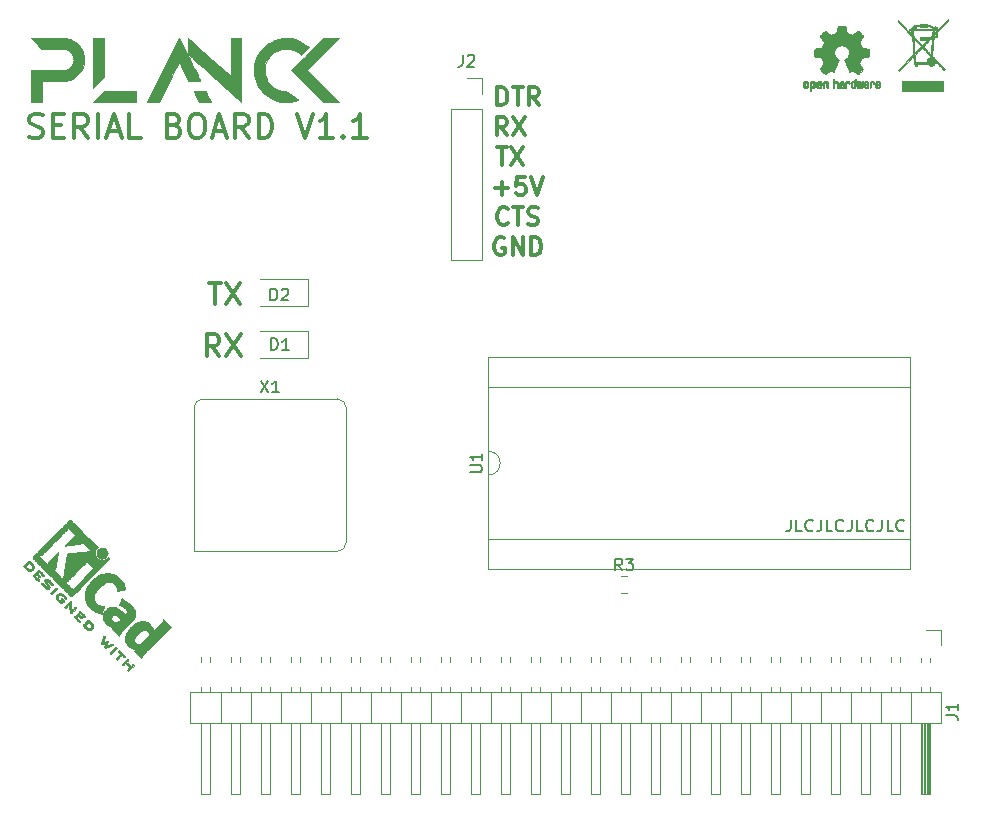
<source format=gbr>
%TF.GenerationSoftware,KiCad,Pcbnew,(5.1.6-0-10_14)*%
%TF.CreationDate,2021-03-04T16:28:04+01:00*%
%TF.ProjectId,serial_board,73657269-616c-45f6-926f-6172642e6b69,rev?*%
%TF.SameCoordinates,Original*%
%TF.FileFunction,Legend,Top*%
%TF.FilePolarity,Positive*%
%FSLAX46Y46*%
G04 Gerber Fmt 4.6, Leading zero omitted, Abs format (unit mm)*
G04 Created by KiCad (PCBNEW (5.1.6-0-10_14)) date 2021-03-04 16:28:04*
%MOMM*%
%LPD*%
G01*
G04 APERTURE LIST*
%ADD10C,0.200000*%
%ADD11C,0.300000*%
%ADD12C,0.120000*%
%ADD13C,0.010000*%
%ADD14C,0.150000*%
G04 APERTURE END LIST*
D10*
X66818452Y17184619D02*
X66818452Y16470333D01*
X66770833Y16327476D01*
X66675595Y16232238D01*
X66532738Y16184619D01*
X66437500Y16184619D01*
X67770833Y16184619D02*
X67294642Y16184619D01*
X67294642Y17184619D01*
X68675595Y16279857D02*
X68627976Y16232238D01*
X68485119Y16184619D01*
X68389880Y16184619D01*
X68247023Y16232238D01*
X68151785Y16327476D01*
X68104166Y16422714D01*
X68056547Y16613190D01*
X68056547Y16756047D01*
X68104166Y16946523D01*
X68151785Y17041761D01*
X68247023Y17137000D01*
X68389880Y17184619D01*
X68485119Y17184619D01*
X68627976Y17137000D01*
X68675595Y17089380D01*
X69389880Y17184619D02*
X69389880Y16470333D01*
X69342261Y16327476D01*
X69247023Y16232238D01*
X69104166Y16184619D01*
X69008928Y16184619D01*
X70342261Y16184619D02*
X69866071Y16184619D01*
X69866071Y17184619D01*
X71247023Y16279857D02*
X71199404Y16232238D01*
X71056547Y16184619D01*
X70961309Y16184619D01*
X70818452Y16232238D01*
X70723214Y16327476D01*
X70675595Y16422714D01*
X70627976Y16613190D01*
X70627976Y16756047D01*
X70675595Y16946523D01*
X70723214Y17041761D01*
X70818452Y17137000D01*
X70961309Y17184619D01*
X71056547Y17184619D01*
X71199404Y17137000D01*
X71247023Y17089380D01*
X71961309Y17184619D02*
X71961309Y16470333D01*
X71913690Y16327476D01*
X71818452Y16232238D01*
X71675595Y16184619D01*
X71580357Y16184619D01*
X72913690Y16184619D02*
X72437500Y16184619D01*
X72437500Y17184619D01*
X73818452Y16279857D02*
X73770833Y16232238D01*
X73627976Y16184619D01*
X73532738Y16184619D01*
X73389880Y16232238D01*
X73294642Y16327476D01*
X73247023Y16422714D01*
X73199404Y16613190D01*
X73199404Y16756047D01*
X73247023Y16946523D01*
X73294642Y17041761D01*
X73389880Y17137000D01*
X73532738Y17184619D01*
X73627976Y17184619D01*
X73770833Y17137000D01*
X73818452Y17089380D01*
X74532738Y17184619D02*
X74532738Y16470333D01*
X74485119Y16327476D01*
X74389880Y16232238D01*
X74247023Y16184619D01*
X74151785Y16184619D01*
X75485119Y16184619D02*
X75008928Y16184619D01*
X75008928Y17184619D01*
X76389880Y16279857D02*
X76342261Y16232238D01*
X76199404Y16184619D01*
X76104166Y16184619D01*
X75961309Y16232238D01*
X75866071Y16327476D01*
X75818452Y16422714D01*
X75770833Y16613190D01*
X75770833Y16756047D01*
X75818452Y16946523D01*
X75866071Y17041761D01*
X75961309Y17137000D01*
X76104166Y17184619D01*
X76199404Y17184619D01*
X76342261Y17137000D01*
X76389880Y17089380D01*
D11*
X17551571Y37244214D02*
X18580142Y37244214D01*
X18065857Y35444214D02*
X18065857Y37244214D01*
X19008714Y37244214D02*
X20208714Y35444214D01*
X20208714Y37244214D02*
X19008714Y35444214D01*
X18432500Y31062714D02*
X17832500Y31919857D01*
X17403928Y31062714D02*
X17403928Y32862714D01*
X18089642Y32862714D01*
X18261071Y32777000D01*
X18346785Y32691285D01*
X18432500Y32519857D01*
X18432500Y32262714D01*
X18346785Y32091285D01*
X18261071Y32005571D01*
X18089642Y31919857D01*
X17403928Y31919857D01*
X19032500Y32862714D02*
X20232500Y31062714D01*
X20232500Y32862714D02*
X19032500Y31062714D01*
X41973714Y52280428D02*
X41973714Y53780428D01*
X42330857Y53780428D01*
X42545142Y53709000D01*
X42688000Y53566142D01*
X42759428Y53423285D01*
X42830857Y53137571D01*
X42830857Y52923285D01*
X42759428Y52637571D01*
X42688000Y52494714D01*
X42545142Y52351857D01*
X42330857Y52280428D01*
X41973714Y52280428D01*
X43259428Y53780428D02*
X44116571Y53780428D01*
X43688000Y52280428D02*
X43688000Y53780428D01*
X45473714Y52280428D02*
X44973714Y52994714D01*
X44616571Y52280428D02*
X44616571Y53780428D01*
X45188000Y53780428D01*
X45330857Y53709000D01*
X45402285Y53637571D01*
X45473714Y53494714D01*
X45473714Y53280428D01*
X45402285Y53137571D01*
X45330857Y53066142D01*
X45188000Y52994714D01*
X44616571Y52994714D01*
X42803000Y49740428D02*
X42303000Y50454714D01*
X41945857Y49740428D02*
X41945857Y51240428D01*
X42517285Y51240428D01*
X42660142Y51169000D01*
X42731571Y51097571D01*
X42803000Y50954714D01*
X42803000Y50740428D01*
X42731571Y50597571D01*
X42660142Y50526142D01*
X42517285Y50454714D01*
X41945857Y50454714D01*
X43303000Y51240428D02*
X44303000Y49740428D01*
X44303000Y51240428D02*
X43303000Y49740428D01*
X41910142Y48700428D02*
X42767285Y48700428D01*
X42338714Y47200428D02*
X42338714Y48700428D01*
X43124428Y48700428D02*
X44124428Y47200428D01*
X44124428Y48700428D02*
X43124428Y47200428D01*
X41759428Y45231857D02*
X42902285Y45231857D01*
X42330857Y44660428D02*
X42330857Y45803285D01*
X44330857Y46160428D02*
X43616571Y46160428D01*
X43545142Y45446142D01*
X43616571Y45517571D01*
X43759428Y45589000D01*
X44116571Y45589000D01*
X44259428Y45517571D01*
X44330857Y45446142D01*
X44402285Y45303285D01*
X44402285Y44946142D01*
X44330857Y44803285D01*
X44259428Y44731857D01*
X44116571Y44660428D01*
X43759428Y44660428D01*
X43616571Y44731857D01*
X43545142Y44803285D01*
X44830857Y46160428D02*
X45330857Y44660428D01*
X45830857Y46160428D01*
X42866571Y42263285D02*
X42795142Y42191857D01*
X42580857Y42120428D01*
X42438000Y42120428D01*
X42223714Y42191857D01*
X42080857Y42334714D01*
X42009428Y42477571D01*
X41938000Y42763285D01*
X41938000Y42977571D01*
X42009428Y43263285D01*
X42080857Y43406142D01*
X42223714Y43549000D01*
X42438000Y43620428D01*
X42580857Y43620428D01*
X42795142Y43549000D01*
X42866571Y43477571D01*
X43295142Y43620428D02*
X44152285Y43620428D01*
X43723714Y42120428D02*
X43723714Y43620428D01*
X44580857Y42191857D02*
X44795142Y42120428D01*
X45152285Y42120428D01*
X45295142Y42191857D01*
X45366571Y42263285D01*
X45438000Y42406142D01*
X45438000Y42549000D01*
X45366571Y42691857D01*
X45295142Y42763285D01*
X45152285Y42834714D01*
X44866571Y42906142D01*
X44723714Y42977571D01*
X44652285Y43049000D01*
X44580857Y43191857D01*
X44580857Y43334714D01*
X44652285Y43477571D01*
X44723714Y43549000D01*
X44866571Y43620428D01*
X45223714Y43620428D01*
X45438000Y43549000D01*
X42545142Y41009000D02*
X42402285Y41080428D01*
X42188000Y41080428D01*
X41973714Y41009000D01*
X41830857Y40866142D01*
X41759428Y40723285D01*
X41688000Y40437571D01*
X41688000Y40223285D01*
X41759428Y39937571D01*
X41830857Y39794714D01*
X41973714Y39651857D01*
X42188000Y39580428D01*
X42330857Y39580428D01*
X42545142Y39651857D01*
X42616571Y39723285D01*
X42616571Y40223285D01*
X42330857Y40223285D01*
X43259428Y39580428D02*
X43259428Y41080428D01*
X44116571Y39580428D01*
X44116571Y41080428D01*
X44830857Y39580428D02*
X44830857Y41080428D01*
X45188000Y41080428D01*
X45402285Y41009000D01*
X45545142Y40866142D01*
X45616571Y40723285D01*
X45688000Y40437571D01*
X45688000Y40223285D01*
X45616571Y39937571D01*
X45545142Y39794714D01*
X45402285Y39651857D01*
X45188000Y39580428D01*
X44830857Y39580428D01*
X2351285Y49609476D02*
X2637000Y49514238D01*
X3113190Y49514238D01*
X3303666Y49609476D01*
X3398904Y49704714D01*
X3494142Y49895190D01*
X3494142Y50085666D01*
X3398904Y50276142D01*
X3303666Y50371380D01*
X3113190Y50466619D01*
X2732238Y50561857D01*
X2541761Y50657095D01*
X2446523Y50752333D01*
X2351285Y50942809D01*
X2351285Y51133285D01*
X2446523Y51323761D01*
X2541761Y51419000D01*
X2732238Y51514238D01*
X3208428Y51514238D01*
X3494142Y51419000D01*
X4351285Y50561857D02*
X5017952Y50561857D01*
X5303666Y49514238D02*
X4351285Y49514238D01*
X4351285Y51514238D01*
X5303666Y51514238D01*
X7303666Y49514238D02*
X6637000Y50466619D01*
X6160809Y49514238D02*
X6160809Y51514238D01*
X6922714Y51514238D01*
X7113190Y51419000D01*
X7208428Y51323761D01*
X7303666Y51133285D01*
X7303666Y50847571D01*
X7208428Y50657095D01*
X7113190Y50561857D01*
X6922714Y50466619D01*
X6160809Y50466619D01*
X8160809Y49514238D02*
X8160809Y51514238D01*
X9017952Y50085666D02*
X9970333Y50085666D01*
X8827476Y49514238D02*
X9494142Y51514238D01*
X10160809Y49514238D01*
X11779857Y49514238D02*
X10827476Y49514238D01*
X10827476Y51514238D01*
X14637000Y50561857D02*
X14922714Y50466619D01*
X15017952Y50371380D01*
X15113190Y50180904D01*
X15113190Y49895190D01*
X15017952Y49704714D01*
X14922714Y49609476D01*
X14732238Y49514238D01*
X13970333Y49514238D01*
X13970333Y51514238D01*
X14637000Y51514238D01*
X14827476Y51419000D01*
X14922714Y51323761D01*
X15017952Y51133285D01*
X15017952Y50942809D01*
X14922714Y50752333D01*
X14827476Y50657095D01*
X14637000Y50561857D01*
X13970333Y50561857D01*
X16351285Y51514238D02*
X16732238Y51514238D01*
X16922714Y51419000D01*
X17113190Y51228523D01*
X17208428Y50847571D01*
X17208428Y50180904D01*
X17113190Y49799952D01*
X16922714Y49609476D01*
X16732238Y49514238D01*
X16351285Y49514238D01*
X16160809Y49609476D01*
X15970333Y49799952D01*
X15875095Y50180904D01*
X15875095Y50847571D01*
X15970333Y51228523D01*
X16160809Y51419000D01*
X16351285Y51514238D01*
X17970333Y50085666D02*
X18922714Y50085666D01*
X17779857Y49514238D02*
X18446523Y51514238D01*
X19113190Y49514238D01*
X20922714Y49514238D02*
X20256047Y50466619D01*
X19779857Y49514238D02*
X19779857Y51514238D01*
X20541761Y51514238D01*
X20732238Y51419000D01*
X20827476Y51323761D01*
X20922714Y51133285D01*
X20922714Y50847571D01*
X20827476Y50657095D01*
X20732238Y50561857D01*
X20541761Y50466619D01*
X19779857Y50466619D01*
X21779857Y49514238D02*
X21779857Y51514238D01*
X22256047Y51514238D01*
X22541761Y51419000D01*
X22732238Y51228523D01*
X22827476Y51038047D01*
X22922714Y50657095D01*
X22922714Y50371380D01*
X22827476Y49990428D01*
X22732238Y49799952D01*
X22541761Y49609476D01*
X22256047Y49514238D01*
X21779857Y49514238D01*
X25017952Y51514238D02*
X25684619Y49514238D01*
X26351285Y51514238D01*
X28065571Y49514238D02*
X26922714Y49514238D01*
X27494142Y49514238D02*
X27494142Y51514238D01*
X27303666Y51228523D01*
X27113190Y51038047D01*
X26922714Y50942809D01*
X28922714Y49704714D02*
X29017952Y49609476D01*
X28922714Y49514238D01*
X28827476Y49609476D01*
X28922714Y49704714D01*
X28922714Y49514238D01*
X30922714Y49514238D02*
X29779857Y49514238D01*
X30351285Y49514238D02*
X30351285Y51514238D01*
X30160809Y51228523D01*
X29970333Y51038047D01*
X29779857Y50942809D01*
D12*
%TO.C,R3*%
X52443748Y10974000D02*
X52966252Y10974000D01*
X52443748Y12394000D02*
X52966252Y12394000D01*
%TO.C,D2*%
X21895000Y35250500D02*
X25955000Y35250500D01*
X25955000Y35250500D02*
X25955000Y37520500D01*
X25955000Y37520500D02*
X21895000Y37520500D01*
%TO.C,D1*%
X21895000Y30869000D02*
X25955000Y30869000D01*
X25955000Y30869000D02*
X25955000Y33139000D01*
X25955000Y33139000D02*
X21895000Y33139000D01*
%TO.C,X1*%
X16283000Y14505000D02*
X28433000Y14505000D01*
X29183000Y15255000D02*
X29183000Y26655000D01*
X28433000Y27405000D02*
X17033000Y27405000D01*
X16283000Y26655000D02*
X16283000Y14505000D01*
X17033000Y27405000D02*
G75*
G03*
X16283000Y26655000I0J-750000D01*
G01*
X29183000Y26655000D02*
G75*
G03*
X28433000Y27405000I-750000J0D01*
G01*
X28433000Y14505000D02*
G75*
G03*
X29183000Y15255000I0J750000D01*
G01*
%TO.C,U1*%
X41155000Y30921000D02*
X41155000Y13021000D01*
X76955000Y30921000D02*
X41155000Y30921000D01*
X76955000Y13021000D02*
X76955000Y30921000D01*
X41155000Y13021000D02*
X76955000Y13021000D01*
X41215000Y28431000D02*
X41215000Y22971000D01*
X76895000Y28431000D02*
X41215000Y28431000D01*
X76895000Y15511000D02*
X76895000Y28431000D01*
X41215000Y15511000D02*
X76895000Y15511000D01*
X41215000Y20971000D02*
X41215000Y15511000D01*
X41215000Y22971000D02*
G75*
G02*
X41215000Y20971000I0J-1000000D01*
G01*
%TO.C,J2*%
X39370000Y54543000D02*
X40700000Y54543000D01*
X40700000Y54543000D02*
X40700000Y53213000D01*
X40700000Y51943000D02*
X40700000Y39183000D01*
X38040000Y39183000D02*
X40700000Y39183000D01*
X38040000Y51943000D02*
X38040000Y39183000D01*
X38040000Y51943000D02*
X40700000Y51943000D01*
D13*
%TO.C,REF\u002A\u002A*%
G36*
X71223910Y59018652D02*
G01*
X71302454Y59018222D01*
X71359298Y59017058D01*
X71398105Y59014793D01*
X71422538Y59011060D01*
X71436262Y59005494D01*
X71442940Y58997727D01*
X71446236Y58987395D01*
X71446556Y58986057D01*
X71451562Y58961921D01*
X71460829Y58914299D01*
X71473392Y58848259D01*
X71488287Y58768872D01*
X71504551Y58681204D01*
X71505119Y58678125D01*
X71521410Y58592211D01*
X71536652Y58516304D01*
X71549861Y58454955D01*
X71560054Y58412718D01*
X71566248Y58394145D01*
X71566543Y58393816D01*
X71584788Y58384747D01*
X71622405Y58369633D01*
X71671271Y58351738D01*
X71671543Y58351642D01*
X71733093Y58328507D01*
X71805657Y58299035D01*
X71874057Y58269403D01*
X71877294Y58267938D01*
X71988702Y58217374D01*
X72235399Y58385840D01*
X72311077Y58437197D01*
X72379631Y58483111D01*
X72437088Y58520970D01*
X72479476Y58548163D01*
X72502825Y58562079D01*
X72505042Y58563111D01*
X72522010Y58558516D01*
X72553701Y58536345D01*
X72601352Y58495553D01*
X72666198Y58435095D01*
X72732397Y58370773D01*
X72796214Y58307388D01*
X72853329Y58249549D01*
X72900305Y58200825D01*
X72933703Y58164790D01*
X72950085Y58145016D01*
X72950694Y58143998D01*
X72952505Y58130428D01*
X72945683Y58108267D01*
X72928540Y58074522D01*
X72899393Y58026200D01*
X72856555Y57960308D01*
X72799448Y57875483D01*
X72748766Y57800823D01*
X72703461Y57733860D01*
X72666150Y57678484D01*
X72639452Y57638580D01*
X72625985Y57618038D01*
X72625137Y57616644D01*
X72626781Y57596962D01*
X72639245Y57558707D01*
X72660048Y57509111D01*
X72667462Y57493272D01*
X72699814Y57422710D01*
X72734328Y57342647D01*
X72762365Y57273371D01*
X72782568Y57221955D01*
X72798615Y57182881D01*
X72807888Y57162459D01*
X72809041Y57160886D01*
X72826096Y57158279D01*
X72866298Y57151137D01*
X72924302Y57140477D01*
X72994763Y57127315D01*
X73072335Y57112667D01*
X73151672Y57097551D01*
X73227431Y57082982D01*
X73294264Y57069978D01*
X73346828Y57059555D01*
X73379776Y57052730D01*
X73387857Y57050801D01*
X73396205Y57046038D01*
X73402506Y57035282D01*
X73407045Y57014902D01*
X73410104Y56981266D01*
X73411967Y56930745D01*
X73412918Y56859708D01*
X73413240Y56764524D01*
X73413257Y56725508D01*
X73413257Y56408201D01*
X73337057Y56393161D01*
X73294663Y56385005D01*
X73231400Y56373101D01*
X73154962Y56358884D01*
X73073043Y56343790D01*
X73050400Y56339645D01*
X72974806Y56324947D01*
X72908953Y56310495D01*
X72858366Y56297625D01*
X72828574Y56287678D01*
X72823612Y56284713D01*
X72811426Y56263717D01*
X72793953Y56223033D01*
X72774577Y56170678D01*
X72770734Y56159400D01*
X72745339Y56089477D01*
X72713817Y56010582D01*
X72682969Y55939734D01*
X72682817Y55939405D01*
X72631447Y55828267D01*
X72800399Y55579747D01*
X72969352Y55331228D01*
X72752429Y55113942D01*
X72686819Y55049274D01*
X72626979Y54992267D01*
X72576267Y54945967D01*
X72538046Y54913416D01*
X72515675Y54897657D01*
X72512466Y54896657D01*
X72493626Y54904531D01*
X72455180Y54926422D01*
X72401330Y54959733D01*
X72336276Y55001869D01*
X72265940Y55049057D01*
X72194555Y55097190D01*
X72130908Y55139072D01*
X72079041Y55172129D01*
X72042995Y55193782D01*
X72026867Y55201457D01*
X72007189Y55194963D01*
X71969875Y55177850D01*
X71922621Y55153674D01*
X71917612Y55150987D01*
X71853977Y55119073D01*
X71810341Y55103421D01*
X71783202Y55103255D01*
X71769057Y55117796D01*
X71768975Y55118000D01*
X71761905Y55135221D01*
X71745042Y55176101D01*
X71719695Y55237475D01*
X71687171Y55316181D01*
X71648778Y55409053D01*
X71605822Y55512928D01*
X71564222Y55613498D01*
X71518504Y55724484D01*
X71476526Y55827297D01*
X71439548Y55918785D01*
X71408827Y55995799D01*
X71385622Y56055185D01*
X71371190Y56093791D01*
X71366743Y56108200D01*
X71377896Y56124728D01*
X71407069Y56151070D01*
X71445971Y56180113D01*
X71556757Y56271961D01*
X71643351Y56377241D01*
X71704716Y56493734D01*
X71739815Y56619224D01*
X71747608Y56751493D01*
X71741943Y56812543D01*
X71711078Y56939205D01*
X71657920Y57051059D01*
X71585767Y57146999D01*
X71497917Y57225924D01*
X71397665Y57286730D01*
X71288310Y57328313D01*
X71173147Y57349572D01*
X71055475Y57349401D01*
X70938590Y57326699D01*
X70825789Y57280362D01*
X70720369Y57209287D01*
X70676368Y57169089D01*
X70591979Y57065871D01*
X70533222Y56953075D01*
X70499704Y56833990D01*
X70491035Y56711905D01*
X70506823Y56590107D01*
X70546678Y56471884D01*
X70610207Y56360525D01*
X70697021Y56259316D01*
X70794029Y56180113D01*
X70834437Y56149838D01*
X70862982Y56123781D01*
X70873257Y56108175D01*
X70867877Y56091157D01*
X70852575Y56050500D01*
X70828612Y55989358D01*
X70797244Y55910881D01*
X70759732Y55818220D01*
X70717333Y55714528D01*
X70675663Y55613474D01*
X70629690Y55502393D01*
X70587107Y55399459D01*
X70549221Y55307835D01*
X70517340Y55230684D01*
X70492771Y55171169D01*
X70476820Y55132456D01*
X70470910Y55118000D01*
X70456948Y55103315D01*
X70429940Y55103358D01*
X70386413Y55118901D01*
X70322890Y55150716D01*
X70322388Y55150987D01*
X70274560Y55175677D01*
X70235897Y55193662D01*
X70214095Y55201386D01*
X70213133Y55201457D01*
X70196721Y55193622D01*
X70160487Y55171835D01*
X70108474Y55138672D01*
X70044725Y55096709D01*
X69974060Y55049057D01*
X69902116Y55000809D01*
X69837274Y54958849D01*
X69783735Y54925773D01*
X69745697Y54904179D01*
X69727533Y54896657D01*
X69710808Y54906543D01*
X69677180Y54934174D01*
X69630010Y54976505D01*
X69572658Y55030495D01*
X69508484Y55093101D01*
X69487497Y55114017D01*
X69270499Y55331377D01*
X69435668Y55573780D01*
X69485864Y55648219D01*
X69529919Y55715028D01*
X69565362Y55770335D01*
X69589719Y55810271D01*
X69600522Y55830964D01*
X69600838Y55832437D01*
X69595143Y55851942D01*
X69579826Y55891178D01*
X69557537Y55943570D01*
X69541893Y55978645D01*
X69512641Y56045799D01*
X69485094Y56113642D01*
X69463737Y56170966D01*
X69457935Y56188428D01*
X69441452Y56235062D01*
X69425340Y56271095D01*
X69416490Y56284713D01*
X69396960Y56293048D01*
X69354334Y56304863D01*
X69294145Y56318819D01*
X69221922Y56333578D01*
X69189600Y56339645D01*
X69107522Y56354727D01*
X69028795Y56369331D01*
X68961109Y56382020D01*
X68912160Y56391358D01*
X68902943Y56393161D01*
X68826743Y56408201D01*
X68826743Y56725508D01*
X68826914Y56829846D01*
X68827616Y56908787D01*
X68829134Y56965962D01*
X68831749Y57005001D01*
X68835746Y57029535D01*
X68841409Y57043195D01*
X68849020Y57049611D01*
X68852143Y57050801D01*
X68870978Y57055020D01*
X68912588Y57063438D01*
X68971630Y57075039D01*
X69042757Y57088805D01*
X69120625Y57103720D01*
X69199887Y57118768D01*
X69275198Y57132931D01*
X69341213Y57145194D01*
X69392587Y57154539D01*
X69423975Y57159950D01*
X69430959Y57160886D01*
X69437285Y57173404D01*
X69451290Y57206754D01*
X69470355Y57254623D01*
X69477634Y57273371D01*
X69506996Y57345805D01*
X69541571Y57425830D01*
X69572537Y57493272D01*
X69595323Y57544841D01*
X69610482Y57587215D01*
X69615542Y57613166D01*
X69614736Y57616644D01*
X69604041Y57633064D01*
X69579620Y57669583D01*
X69544095Y57722313D01*
X69500087Y57787365D01*
X69450217Y57860849D01*
X69440356Y57875355D01*
X69382492Y57961296D01*
X69339956Y58026739D01*
X69311054Y58074696D01*
X69294090Y58108180D01*
X69287367Y58130205D01*
X69289190Y58143783D01*
X69289236Y58143869D01*
X69303586Y58161703D01*
X69335323Y58196183D01*
X69381010Y58243732D01*
X69437204Y58300778D01*
X69500468Y58363745D01*
X69507602Y58370773D01*
X69587330Y58447980D01*
X69648857Y58504670D01*
X69693421Y58541890D01*
X69722257Y58560685D01*
X69734958Y58563111D01*
X69753494Y58552529D01*
X69791961Y58528084D01*
X69846386Y58492388D01*
X69912798Y58448053D01*
X69987225Y58397689D01*
X70004601Y58385840D01*
X70251297Y58217374D01*
X70362706Y58267938D01*
X70430457Y58297405D01*
X70503183Y58327041D01*
X70565703Y58350670D01*
X70568457Y58351642D01*
X70617360Y58369543D01*
X70655057Y58384680D01*
X70673425Y58393790D01*
X70673456Y58393816D01*
X70679285Y58410283D01*
X70689192Y58450781D01*
X70702195Y58510758D01*
X70717309Y58585660D01*
X70733552Y58670936D01*
X70734881Y58678125D01*
X70751175Y58765986D01*
X70766133Y58845740D01*
X70778791Y58912319D01*
X70788186Y58960653D01*
X70793354Y58985675D01*
X70793444Y58986057D01*
X70796589Y58996701D01*
X70802704Y59004738D01*
X70815453Y59010533D01*
X70838500Y59014453D01*
X70875509Y59016865D01*
X70930144Y59018135D01*
X71006067Y59018629D01*
X71106944Y59018714D01*
X71120000Y59018714D01*
X71223910Y59018652D01*
G37*
X71223910Y59018652D02*
X71302454Y59018222D01*
X71359298Y59017058D01*
X71398105Y59014793D01*
X71422538Y59011060D01*
X71436262Y59005494D01*
X71442940Y58997727D01*
X71446236Y58987395D01*
X71446556Y58986057D01*
X71451562Y58961921D01*
X71460829Y58914299D01*
X71473392Y58848259D01*
X71488287Y58768872D01*
X71504551Y58681204D01*
X71505119Y58678125D01*
X71521410Y58592211D01*
X71536652Y58516304D01*
X71549861Y58454955D01*
X71560054Y58412718D01*
X71566248Y58394145D01*
X71566543Y58393816D01*
X71584788Y58384747D01*
X71622405Y58369633D01*
X71671271Y58351738D01*
X71671543Y58351642D01*
X71733093Y58328507D01*
X71805657Y58299035D01*
X71874057Y58269403D01*
X71877294Y58267938D01*
X71988702Y58217374D01*
X72235399Y58385840D01*
X72311077Y58437197D01*
X72379631Y58483111D01*
X72437088Y58520970D01*
X72479476Y58548163D01*
X72502825Y58562079D01*
X72505042Y58563111D01*
X72522010Y58558516D01*
X72553701Y58536345D01*
X72601352Y58495553D01*
X72666198Y58435095D01*
X72732397Y58370773D01*
X72796214Y58307388D01*
X72853329Y58249549D01*
X72900305Y58200825D01*
X72933703Y58164790D01*
X72950085Y58145016D01*
X72950694Y58143998D01*
X72952505Y58130428D01*
X72945683Y58108267D01*
X72928540Y58074522D01*
X72899393Y58026200D01*
X72856555Y57960308D01*
X72799448Y57875483D01*
X72748766Y57800823D01*
X72703461Y57733860D01*
X72666150Y57678484D01*
X72639452Y57638580D01*
X72625985Y57618038D01*
X72625137Y57616644D01*
X72626781Y57596962D01*
X72639245Y57558707D01*
X72660048Y57509111D01*
X72667462Y57493272D01*
X72699814Y57422710D01*
X72734328Y57342647D01*
X72762365Y57273371D01*
X72782568Y57221955D01*
X72798615Y57182881D01*
X72807888Y57162459D01*
X72809041Y57160886D01*
X72826096Y57158279D01*
X72866298Y57151137D01*
X72924302Y57140477D01*
X72994763Y57127315D01*
X73072335Y57112667D01*
X73151672Y57097551D01*
X73227431Y57082982D01*
X73294264Y57069978D01*
X73346828Y57059555D01*
X73379776Y57052730D01*
X73387857Y57050801D01*
X73396205Y57046038D01*
X73402506Y57035282D01*
X73407045Y57014902D01*
X73410104Y56981266D01*
X73411967Y56930745D01*
X73412918Y56859708D01*
X73413240Y56764524D01*
X73413257Y56725508D01*
X73413257Y56408201D01*
X73337057Y56393161D01*
X73294663Y56385005D01*
X73231400Y56373101D01*
X73154962Y56358884D01*
X73073043Y56343790D01*
X73050400Y56339645D01*
X72974806Y56324947D01*
X72908953Y56310495D01*
X72858366Y56297625D01*
X72828574Y56287678D01*
X72823612Y56284713D01*
X72811426Y56263717D01*
X72793953Y56223033D01*
X72774577Y56170678D01*
X72770734Y56159400D01*
X72745339Y56089477D01*
X72713817Y56010582D01*
X72682969Y55939734D01*
X72682817Y55939405D01*
X72631447Y55828267D01*
X72800399Y55579747D01*
X72969352Y55331228D01*
X72752429Y55113942D01*
X72686819Y55049274D01*
X72626979Y54992267D01*
X72576267Y54945967D01*
X72538046Y54913416D01*
X72515675Y54897657D01*
X72512466Y54896657D01*
X72493626Y54904531D01*
X72455180Y54926422D01*
X72401330Y54959733D01*
X72336276Y55001869D01*
X72265940Y55049057D01*
X72194555Y55097190D01*
X72130908Y55139072D01*
X72079041Y55172129D01*
X72042995Y55193782D01*
X72026867Y55201457D01*
X72007189Y55194963D01*
X71969875Y55177850D01*
X71922621Y55153674D01*
X71917612Y55150987D01*
X71853977Y55119073D01*
X71810341Y55103421D01*
X71783202Y55103255D01*
X71769057Y55117796D01*
X71768975Y55118000D01*
X71761905Y55135221D01*
X71745042Y55176101D01*
X71719695Y55237475D01*
X71687171Y55316181D01*
X71648778Y55409053D01*
X71605822Y55512928D01*
X71564222Y55613498D01*
X71518504Y55724484D01*
X71476526Y55827297D01*
X71439548Y55918785D01*
X71408827Y55995799D01*
X71385622Y56055185D01*
X71371190Y56093791D01*
X71366743Y56108200D01*
X71377896Y56124728D01*
X71407069Y56151070D01*
X71445971Y56180113D01*
X71556757Y56271961D01*
X71643351Y56377241D01*
X71704716Y56493734D01*
X71739815Y56619224D01*
X71747608Y56751493D01*
X71741943Y56812543D01*
X71711078Y56939205D01*
X71657920Y57051059D01*
X71585767Y57146999D01*
X71497917Y57225924D01*
X71397665Y57286730D01*
X71288310Y57328313D01*
X71173147Y57349572D01*
X71055475Y57349401D01*
X70938590Y57326699D01*
X70825789Y57280362D01*
X70720369Y57209287D01*
X70676368Y57169089D01*
X70591979Y57065871D01*
X70533222Y56953075D01*
X70499704Y56833990D01*
X70491035Y56711905D01*
X70506823Y56590107D01*
X70546678Y56471884D01*
X70610207Y56360525D01*
X70697021Y56259316D01*
X70794029Y56180113D01*
X70834437Y56149838D01*
X70862982Y56123781D01*
X70873257Y56108175D01*
X70867877Y56091157D01*
X70852575Y56050500D01*
X70828612Y55989358D01*
X70797244Y55910881D01*
X70759732Y55818220D01*
X70717333Y55714528D01*
X70675663Y55613474D01*
X70629690Y55502393D01*
X70587107Y55399459D01*
X70549221Y55307835D01*
X70517340Y55230684D01*
X70492771Y55171169D01*
X70476820Y55132456D01*
X70470910Y55118000D01*
X70456948Y55103315D01*
X70429940Y55103358D01*
X70386413Y55118901D01*
X70322890Y55150716D01*
X70322388Y55150987D01*
X70274560Y55175677D01*
X70235897Y55193662D01*
X70214095Y55201386D01*
X70213133Y55201457D01*
X70196721Y55193622D01*
X70160487Y55171835D01*
X70108474Y55138672D01*
X70044725Y55096709D01*
X69974060Y55049057D01*
X69902116Y55000809D01*
X69837274Y54958849D01*
X69783735Y54925773D01*
X69745697Y54904179D01*
X69727533Y54896657D01*
X69710808Y54906543D01*
X69677180Y54934174D01*
X69630010Y54976505D01*
X69572658Y55030495D01*
X69508484Y55093101D01*
X69487497Y55114017D01*
X69270499Y55331377D01*
X69435668Y55573780D01*
X69485864Y55648219D01*
X69529919Y55715028D01*
X69565362Y55770335D01*
X69589719Y55810271D01*
X69600522Y55830964D01*
X69600838Y55832437D01*
X69595143Y55851942D01*
X69579826Y55891178D01*
X69557537Y55943570D01*
X69541893Y55978645D01*
X69512641Y56045799D01*
X69485094Y56113642D01*
X69463737Y56170966D01*
X69457935Y56188428D01*
X69441452Y56235062D01*
X69425340Y56271095D01*
X69416490Y56284713D01*
X69396960Y56293048D01*
X69354334Y56304863D01*
X69294145Y56318819D01*
X69221922Y56333578D01*
X69189600Y56339645D01*
X69107522Y56354727D01*
X69028795Y56369331D01*
X68961109Y56382020D01*
X68912160Y56391358D01*
X68902943Y56393161D01*
X68826743Y56408201D01*
X68826743Y56725508D01*
X68826914Y56829846D01*
X68827616Y56908787D01*
X68829134Y56965962D01*
X68831749Y57005001D01*
X68835746Y57029535D01*
X68841409Y57043195D01*
X68849020Y57049611D01*
X68852143Y57050801D01*
X68870978Y57055020D01*
X68912588Y57063438D01*
X68971630Y57075039D01*
X69042757Y57088805D01*
X69120625Y57103720D01*
X69199887Y57118768D01*
X69275198Y57132931D01*
X69341213Y57145194D01*
X69392587Y57154539D01*
X69423975Y57159950D01*
X69430959Y57160886D01*
X69437285Y57173404D01*
X69451290Y57206754D01*
X69470355Y57254623D01*
X69477634Y57273371D01*
X69506996Y57345805D01*
X69541571Y57425830D01*
X69572537Y57493272D01*
X69595323Y57544841D01*
X69610482Y57587215D01*
X69615542Y57613166D01*
X69614736Y57616644D01*
X69604041Y57633064D01*
X69579620Y57669583D01*
X69544095Y57722313D01*
X69500087Y57787365D01*
X69450217Y57860849D01*
X69440356Y57875355D01*
X69382492Y57961296D01*
X69339956Y58026739D01*
X69311054Y58074696D01*
X69294090Y58108180D01*
X69287367Y58130205D01*
X69289190Y58143783D01*
X69289236Y58143869D01*
X69303586Y58161703D01*
X69335323Y58196183D01*
X69381010Y58243732D01*
X69437204Y58300778D01*
X69500468Y58363745D01*
X69507602Y58370773D01*
X69587330Y58447980D01*
X69648857Y58504670D01*
X69693421Y58541890D01*
X69722257Y58560685D01*
X69734958Y58563111D01*
X69753494Y58552529D01*
X69791961Y58528084D01*
X69846386Y58492388D01*
X69912798Y58448053D01*
X69987225Y58397689D01*
X70004601Y58385840D01*
X70251297Y58217374D01*
X70362706Y58267938D01*
X70430457Y58297405D01*
X70503183Y58327041D01*
X70565703Y58350670D01*
X70568457Y58351642D01*
X70617360Y58369543D01*
X70655057Y58384680D01*
X70673425Y58393790D01*
X70673456Y58393816D01*
X70679285Y58410283D01*
X70689192Y58450781D01*
X70702195Y58510758D01*
X70717309Y58585660D01*
X70733552Y58670936D01*
X70734881Y58678125D01*
X70751175Y58765986D01*
X70766133Y58845740D01*
X70778791Y58912319D01*
X70788186Y58960653D01*
X70793354Y58985675D01*
X70793444Y58986057D01*
X70796589Y58996701D01*
X70802704Y59004738D01*
X70815453Y59010533D01*
X70838500Y59014453D01*
X70875509Y59016865D01*
X70930144Y59018135D01*
X71006067Y59018629D01*
X71106944Y59018714D01*
X71120000Y59018714D01*
X71223910Y59018652D01*
G36*
X74273595Y54294034D02*
G01*
X74331021Y54256503D01*
X74358719Y54222904D01*
X74380662Y54161936D01*
X74382405Y54113692D01*
X74378457Y54049184D01*
X74229686Y53984066D01*
X74157349Y53950798D01*
X74110084Y53924036D01*
X74085507Y53900856D01*
X74081237Y53878333D01*
X74094889Y53853545D01*
X74109943Y53837114D01*
X74153746Y53810765D01*
X74201389Y53808919D01*
X74245145Y53829454D01*
X74277289Y53870248D01*
X74283038Y53884653D01*
X74310576Y53929644D01*
X74342258Y53948818D01*
X74385714Y53965221D01*
X74385714Y53903034D01*
X74381872Y53860717D01*
X74366823Y53825031D01*
X74335280Y53784057D01*
X74330592Y53778733D01*
X74295506Y53742280D01*
X74265347Y53722717D01*
X74227615Y53713717D01*
X74196335Y53710770D01*
X74140385Y53710035D01*
X74100555Y53719340D01*
X74075708Y53733154D01*
X74036656Y53763533D01*
X74009625Y53796387D01*
X73992517Y53837706D01*
X73983238Y53893479D01*
X73979693Y53969695D01*
X73979410Y54008378D01*
X73980372Y54054753D01*
X74068007Y54054753D01*
X74069023Y54029874D01*
X74071556Y54025800D01*
X74088274Y54031335D01*
X74124249Y54045983D01*
X74172331Y54066810D01*
X74182386Y54071286D01*
X74243152Y54102186D01*
X74276632Y54129343D01*
X74283990Y54154780D01*
X74266391Y54180519D01*
X74251856Y54191891D01*
X74199410Y54214636D01*
X74150322Y54210878D01*
X74109227Y54183116D01*
X74080758Y54133848D01*
X74071631Y54094743D01*
X74068007Y54054753D01*
X73980372Y54054753D01*
X73981285Y54098751D01*
X73988196Y54165616D01*
X74001884Y54214305D01*
X74024096Y54250151D01*
X74056574Y54278487D01*
X74070733Y54287645D01*
X74135053Y54311493D01*
X74205473Y54312994D01*
X74273595Y54294034D01*
G37*
X74273595Y54294034D02*
X74331021Y54256503D01*
X74358719Y54222904D01*
X74380662Y54161936D01*
X74382405Y54113692D01*
X74378457Y54049184D01*
X74229686Y53984066D01*
X74157349Y53950798D01*
X74110084Y53924036D01*
X74085507Y53900856D01*
X74081237Y53878333D01*
X74094889Y53853545D01*
X74109943Y53837114D01*
X74153746Y53810765D01*
X74201389Y53808919D01*
X74245145Y53829454D01*
X74277289Y53870248D01*
X74283038Y53884653D01*
X74310576Y53929644D01*
X74342258Y53948818D01*
X74385714Y53965221D01*
X74385714Y53903034D01*
X74381872Y53860717D01*
X74366823Y53825031D01*
X74335280Y53784057D01*
X74330592Y53778733D01*
X74295506Y53742280D01*
X74265347Y53722717D01*
X74227615Y53713717D01*
X74196335Y53710770D01*
X74140385Y53710035D01*
X74100555Y53719340D01*
X74075708Y53733154D01*
X74036656Y53763533D01*
X74009625Y53796387D01*
X73992517Y53837706D01*
X73983238Y53893479D01*
X73979693Y53969695D01*
X73979410Y54008378D01*
X73980372Y54054753D01*
X74068007Y54054753D01*
X74069023Y54029874D01*
X74071556Y54025800D01*
X74088274Y54031335D01*
X74124249Y54045983D01*
X74172331Y54066810D01*
X74182386Y54071286D01*
X74243152Y54102186D01*
X74276632Y54129343D01*
X74283990Y54154780D01*
X74266391Y54180519D01*
X74251856Y54191891D01*
X74199410Y54214636D01*
X74150322Y54210878D01*
X74109227Y54183116D01*
X74080758Y54133848D01*
X74071631Y54094743D01*
X74068007Y54054753D01*
X73980372Y54054753D01*
X73981285Y54098751D01*
X73988196Y54165616D01*
X74001884Y54214305D01*
X74024096Y54250151D01*
X74056574Y54278487D01*
X74070733Y54287645D01*
X74135053Y54311493D01*
X74205473Y54312994D01*
X74273595Y54294034D01*
G36*
X73772600Y54302248D02*
G01*
X73789948Y54294666D01*
X73831356Y54261872D01*
X73866765Y54214453D01*
X73888664Y54163849D01*
X73892229Y54138902D01*
X73880279Y54104073D01*
X73854067Y54085643D01*
X73825964Y54074484D01*
X73813095Y54072428D01*
X73806829Y54087351D01*
X73794456Y54119825D01*
X73789028Y54134498D01*
X73758590Y54185256D01*
X73714520Y54210573D01*
X73658010Y54209794D01*
X73653825Y54208797D01*
X73623655Y54194493D01*
X73601476Y54166607D01*
X73586327Y54121713D01*
X73577250Y54056385D01*
X73573286Y53967196D01*
X73572914Y53919739D01*
X73572730Y53844929D01*
X73571522Y53793931D01*
X73568309Y53761529D01*
X73562109Y53742505D01*
X73551940Y53731644D01*
X73536819Y53723728D01*
X73535946Y53723330D01*
X73506828Y53711019D01*
X73492403Y53706486D01*
X73490186Y53720191D01*
X73488289Y53758075D01*
X73486847Y53815285D01*
X73485998Y53886973D01*
X73485829Y53939435D01*
X73486692Y54040953D01*
X73490070Y54117968D01*
X73497142Y54174977D01*
X73509088Y54216474D01*
X73527090Y54246957D01*
X73552327Y54270920D01*
X73577247Y54287645D01*
X73637171Y54309903D01*
X73706911Y54314924D01*
X73772600Y54302248D01*
G37*
X73772600Y54302248D02*
X73789948Y54294666D01*
X73831356Y54261872D01*
X73866765Y54214453D01*
X73888664Y54163849D01*
X73892229Y54138902D01*
X73880279Y54104073D01*
X73854067Y54085643D01*
X73825964Y54074484D01*
X73813095Y54072428D01*
X73806829Y54087351D01*
X73794456Y54119825D01*
X73789028Y54134498D01*
X73758590Y54185256D01*
X73714520Y54210573D01*
X73658010Y54209794D01*
X73653825Y54208797D01*
X73623655Y54194493D01*
X73601476Y54166607D01*
X73586327Y54121713D01*
X73577250Y54056385D01*
X73573286Y53967196D01*
X73572914Y53919739D01*
X73572730Y53844929D01*
X73571522Y53793931D01*
X73568309Y53761529D01*
X73562109Y53742505D01*
X73551940Y53731644D01*
X73536819Y53723728D01*
X73535946Y53723330D01*
X73506828Y53711019D01*
X73492403Y53706486D01*
X73490186Y53720191D01*
X73488289Y53758075D01*
X73486847Y53815285D01*
X73485998Y53886973D01*
X73485829Y53939435D01*
X73486692Y54040953D01*
X73490070Y54117968D01*
X73497142Y54174977D01*
X73509088Y54216474D01*
X73527090Y54246957D01*
X73552327Y54270920D01*
X73577247Y54287645D01*
X73637171Y54309903D01*
X73706911Y54314924D01*
X73772600Y54302248D01*
G36*
X73264876Y54304665D02*
G01*
X73306667Y54285656D01*
X73339469Y54262622D01*
X73363503Y54236867D01*
X73380097Y54203642D01*
X73390577Y54158200D01*
X73396271Y54095793D01*
X73398507Y54011673D01*
X73398743Y53956279D01*
X73398743Y53740174D01*
X73361774Y53723330D01*
X73332656Y53711019D01*
X73318231Y53706486D01*
X73315472Y53719975D01*
X73313282Y53756347D01*
X73311942Y53809458D01*
X73311657Y53851628D01*
X73310434Y53912553D01*
X73307136Y53960885D01*
X73302321Y53990482D01*
X73298496Y53996771D01*
X73272783Y53990348D01*
X73232418Y53973875D01*
X73185679Y53951542D01*
X73140845Y53927543D01*
X73106193Y53906070D01*
X73090002Y53891315D01*
X73089938Y53891155D01*
X73091330Y53863848D01*
X73103818Y53837781D01*
X73125743Y53816608D01*
X73157743Y53809526D01*
X73185092Y53810351D01*
X73223826Y53810958D01*
X73244158Y53801884D01*
X73256369Y53777908D01*
X73257909Y53773387D01*
X73263203Y53739194D01*
X73249047Y53718432D01*
X73212148Y53708538D01*
X73172289Y53706708D01*
X73100562Y53720273D01*
X73063432Y53739645D01*
X73017576Y53785155D01*
X72993256Y53841017D01*
X72991073Y53900043D01*
X73011629Y53955047D01*
X73042549Y53989514D01*
X73073420Y54008811D01*
X73121942Y54033241D01*
X73178485Y54058015D01*
X73187910Y54061801D01*
X73250019Y54089209D01*
X73285822Y54113366D01*
X73297337Y54137381D01*
X73286580Y54164365D01*
X73268114Y54185457D01*
X73224469Y54211428D01*
X73176446Y54213376D01*
X73132406Y54193363D01*
X73100709Y54153449D01*
X73096549Y54143152D01*
X73072327Y54105276D01*
X73036965Y54077158D01*
X72992343Y54054083D01*
X72992343Y54119515D01*
X72994969Y54159494D01*
X73006230Y54191003D01*
X73031199Y54224622D01*
X73055169Y54250516D01*
X73092441Y54287183D01*
X73121401Y54306879D01*
X73152505Y54314780D01*
X73187713Y54316086D01*
X73264876Y54304665D01*
G37*
X73264876Y54304665D02*
X73306667Y54285656D01*
X73339469Y54262622D01*
X73363503Y54236867D01*
X73380097Y54203642D01*
X73390577Y54158200D01*
X73396271Y54095793D01*
X73398507Y54011673D01*
X73398743Y53956279D01*
X73398743Y53740174D01*
X73361774Y53723330D01*
X73332656Y53711019D01*
X73318231Y53706486D01*
X73315472Y53719975D01*
X73313282Y53756347D01*
X73311942Y53809458D01*
X73311657Y53851628D01*
X73310434Y53912553D01*
X73307136Y53960885D01*
X73302321Y53990482D01*
X73298496Y53996771D01*
X73272783Y53990348D01*
X73232418Y53973875D01*
X73185679Y53951542D01*
X73140845Y53927543D01*
X73106193Y53906070D01*
X73090002Y53891315D01*
X73089938Y53891155D01*
X73091330Y53863848D01*
X73103818Y53837781D01*
X73125743Y53816608D01*
X73157743Y53809526D01*
X73185092Y53810351D01*
X73223826Y53810958D01*
X73244158Y53801884D01*
X73256369Y53777908D01*
X73257909Y53773387D01*
X73263203Y53739194D01*
X73249047Y53718432D01*
X73212148Y53708538D01*
X73172289Y53706708D01*
X73100562Y53720273D01*
X73063432Y53739645D01*
X73017576Y53785155D01*
X72993256Y53841017D01*
X72991073Y53900043D01*
X73011629Y53955047D01*
X73042549Y53989514D01*
X73073420Y54008811D01*
X73121942Y54033241D01*
X73178485Y54058015D01*
X73187910Y54061801D01*
X73250019Y54089209D01*
X73285822Y54113366D01*
X73297337Y54137381D01*
X73286580Y54164365D01*
X73268114Y54185457D01*
X73224469Y54211428D01*
X73176446Y54213376D01*
X73132406Y54193363D01*
X73100709Y54153449D01*
X73096549Y54143152D01*
X73072327Y54105276D01*
X73036965Y54077158D01*
X72992343Y54054083D01*
X72992343Y54119515D01*
X72994969Y54159494D01*
X73006230Y54191003D01*
X73031199Y54224622D01*
X73055169Y54250516D01*
X73092441Y54287183D01*
X73121401Y54306879D01*
X73152505Y54314780D01*
X73187713Y54316086D01*
X73264876Y54304665D01*
G36*
X72899833Y54302337D02*
G01*
X72902048Y54264150D01*
X72903784Y54206114D01*
X72904899Y54132820D01*
X72905257Y54055945D01*
X72905257Y53795804D01*
X72859326Y53749873D01*
X72827675Y53721571D01*
X72799890Y53710107D01*
X72761915Y53710832D01*
X72746840Y53712679D01*
X72699726Y53718052D01*
X72660756Y53721131D01*
X72651257Y53721415D01*
X72619233Y53719555D01*
X72573432Y53714886D01*
X72555674Y53712679D01*
X72512057Y53709265D01*
X72482745Y53716680D01*
X72453680Y53739573D01*
X72443188Y53749873D01*
X72397257Y53795804D01*
X72397257Y54282398D01*
X72434226Y54299242D01*
X72466059Y54311718D01*
X72484683Y54316086D01*
X72489458Y54302282D01*
X72493921Y54263714D01*
X72497775Y54204644D01*
X72500722Y54129337D01*
X72502143Y54065714D01*
X72506114Y53815343D01*
X72540759Y53810444D01*
X72572268Y53813869D01*
X72587708Y53824959D01*
X72592023Y53845692D01*
X72595708Y53889855D01*
X72598469Y53951854D01*
X72600012Y54026091D01*
X72600235Y54064294D01*
X72600457Y54284217D01*
X72646166Y54300151D01*
X72678518Y54310985D01*
X72696115Y54316038D01*
X72696623Y54316086D01*
X72698388Y54302352D01*
X72700329Y54264270D01*
X72702282Y54206518D01*
X72704084Y54133773D01*
X72705343Y54065714D01*
X72709314Y53815343D01*
X72796400Y53815343D01*
X72800396Y54043760D01*
X72804392Y54272178D01*
X72846847Y54294132D01*
X72878192Y54309207D01*
X72896744Y54316049D01*
X72897279Y54316086D01*
X72899833Y54302337D01*
G37*
X72899833Y54302337D02*
X72902048Y54264150D01*
X72903784Y54206114D01*
X72904899Y54132820D01*
X72905257Y54055945D01*
X72905257Y53795804D01*
X72859326Y53749873D01*
X72827675Y53721571D01*
X72799890Y53710107D01*
X72761915Y53710832D01*
X72746840Y53712679D01*
X72699726Y53718052D01*
X72660756Y53721131D01*
X72651257Y53721415D01*
X72619233Y53719555D01*
X72573432Y53714886D01*
X72555674Y53712679D01*
X72512057Y53709265D01*
X72482745Y53716680D01*
X72453680Y53739573D01*
X72443188Y53749873D01*
X72397257Y53795804D01*
X72397257Y54282398D01*
X72434226Y54299242D01*
X72466059Y54311718D01*
X72484683Y54316086D01*
X72489458Y54302282D01*
X72493921Y54263714D01*
X72497775Y54204644D01*
X72500722Y54129337D01*
X72502143Y54065714D01*
X72506114Y53815343D01*
X72540759Y53810444D01*
X72572268Y53813869D01*
X72587708Y53824959D01*
X72592023Y53845692D01*
X72595708Y53889855D01*
X72598469Y53951854D01*
X72600012Y54026091D01*
X72600235Y54064294D01*
X72600457Y54284217D01*
X72646166Y54300151D01*
X72678518Y54310985D01*
X72696115Y54316038D01*
X72696623Y54316086D01*
X72698388Y54302352D01*
X72700329Y54264270D01*
X72702282Y54206518D01*
X72704084Y54133773D01*
X72705343Y54065714D01*
X72709314Y53815343D01*
X72796400Y53815343D01*
X72800396Y54043760D01*
X72804392Y54272178D01*
X72846847Y54294132D01*
X72878192Y54309207D01*
X72896744Y54316049D01*
X72897279Y54316086D01*
X72899833Y54302337D01*
G36*
X72310117Y54195642D02*
G01*
X72309933Y54087163D01*
X72309219Y54003713D01*
X72307675Y53941296D01*
X72305001Y53895915D01*
X72300894Y53863571D01*
X72295055Y53840267D01*
X72287182Y53822005D01*
X72281221Y53811582D01*
X72231855Y53755055D01*
X72169264Y53719623D01*
X72100013Y53706910D01*
X72030668Y53718537D01*
X71989375Y53739432D01*
X71946025Y53775578D01*
X71916481Y53819724D01*
X71898655Y53877538D01*
X71890463Y53954687D01*
X71889302Y54011286D01*
X71889458Y54015353D01*
X71990857Y54015353D01*
X71991476Y53950450D01*
X71994314Y53907486D01*
X72000840Y53879378D01*
X72012523Y53859047D01*
X72026483Y53843712D01*
X72073365Y53814110D01*
X72123701Y53811581D01*
X72171276Y53836295D01*
X72174979Y53839644D01*
X72190783Y53857065D01*
X72200693Y53877791D01*
X72206058Y53908638D01*
X72208228Y53956423D01*
X72208571Y54009252D01*
X72207827Y54075619D01*
X72204748Y54119894D01*
X72198061Y54148991D01*
X72186496Y54169827D01*
X72177013Y54180893D01*
X72132960Y54208802D01*
X72082224Y54212157D01*
X72033796Y54190841D01*
X72024450Y54182927D01*
X72008540Y54165353D01*
X71998610Y54144413D01*
X71993278Y54113218D01*
X71991163Y54064878D01*
X71990857Y54015353D01*
X71889458Y54015353D01*
X71892810Y54102432D01*
X71904726Y54170914D01*
X71927135Y54222400D01*
X71962124Y54262557D01*
X71989375Y54283139D01*
X72038907Y54305375D01*
X72096316Y54315696D01*
X72149682Y54312933D01*
X72179543Y54301788D01*
X72191261Y54298617D01*
X72199037Y54310443D01*
X72204465Y54342134D01*
X72208571Y54390407D01*
X72213067Y54444171D01*
X72219313Y54476518D01*
X72230676Y54495015D01*
X72250528Y54507230D01*
X72263000Y54512638D01*
X72310171Y54532399D01*
X72310117Y54195642D01*
G37*
X72310117Y54195642D02*
X72309933Y54087163D01*
X72309219Y54003713D01*
X72307675Y53941296D01*
X72305001Y53895915D01*
X72300894Y53863571D01*
X72295055Y53840267D01*
X72287182Y53822005D01*
X72281221Y53811582D01*
X72231855Y53755055D01*
X72169264Y53719623D01*
X72100013Y53706910D01*
X72030668Y53718537D01*
X71989375Y53739432D01*
X71946025Y53775578D01*
X71916481Y53819724D01*
X71898655Y53877538D01*
X71890463Y53954687D01*
X71889302Y54011286D01*
X71889458Y54015353D01*
X71990857Y54015353D01*
X71991476Y53950450D01*
X71994314Y53907486D01*
X72000840Y53879378D01*
X72012523Y53859047D01*
X72026483Y53843712D01*
X72073365Y53814110D01*
X72123701Y53811581D01*
X72171276Y53836295D01*
X72174979Y53839644D01*
X72190783Y53857065D01*
X72200693Y53877791D01*
X72206058Y53908638D01*
X72208228Y53956423D01*
X72208571Y54009252D01*
X72207827Y54075619D01*
X72204748Y54119894D01*
X72198061Y54148991D01*
X72186496Y54169827D01*
X72177013Y54180893D01*
X72132960Y54208802D01*
X72082224Y54212157D01*
X72033796Y54190841D01*
X72024450Y54182927D01*
X72008540Y54165353D01*
X71998610Y54144413D01*
X71993278Y54113218D01*
X71991163Y54064878D01*
X71990857Y54015353D01*
X71889458Y54015353D01*
X71892810Y54102432D01*
X71904726Y54170914D01*
X71927135Y54222400D01*
X71962124Y54262557D01*
X71989375Y54283139D01*
X72038907Y54305375D01*
X72096316Y54315696D01*
X72149682Y54312933D01*
X72179543Y54301788D01*
X72191261Y54298617D01*
X72199037Y54310443D01*
X72204465Y54342134D01*
X72208571Y54390407D01*
X72213067Y54444171D01*
X72219313Y54476518D01*
X72230676Y54495015D01*
X72250528Y54507230D01*
X72263000Y54512638D01*
X72310171Y54532399D01*
X72310117Y54195642D01*
G36*
X71649926Y54311245D02*
G01*
X71715858Y54286916D01*
X71769273Y54243883D01*
X71790164Y54213591D01*
X71812939Y54158006D01*
X71812466Y54117814D01*
X71788562Y54090783D01*
X71779717Y54086187D01*
X71741530Y54071856D01*
X71722028Y54075528D01*
X71715422Y54099593D01*
X71715086Y54112886D01*
X71702992Y54161790D01*
X71671471Y54196001D01*
X71627659Y54212524D01*
X71578695Y54208366D01*
X71538894Y54186773D01*
X71525450Y54174456D01*
X71515921Y54159513D01*
X71509485Y54136925D01*
X71505317Y54101672D01*
X71502597Y54048734D01*
X71500502Y53973093D01*
X71499960Y53949143D01*
X71497981Y53867210D01*
X71495731Y53809545D01*
X71492357Y53771392D01*
X71487006Y53747996D01*
X71478824Y53734602D01*
X71466959Y53726455D01*
X71459362Y53722856D01*
X71427102Y53710548D01*
X71408111Y53706486D01*
X71401836Y53720052D01*
X71398006Y53761066D01*
X71396600Y53830001D01*
X71397598Y53927331D01*
X71397908Y53942343D01*
X71400101Y54031141D01*
X71402693Y54095981D01*
X71406382Y54141933D01*
X71411864Y54174065D01*
X71419835Y54197447D01*
X71430993Y54217148D01*
X71436830Y54225590D01*
X71470296Y54262943D01*
X71507727Y54291997D01*
X71512309Y54294533D01*
X71579426Y54314557D01*
X71649926Y54311245D01*
G37*
X71649926Y54311245D02*
X71715858Y54286916D01*
X71769273Y54243883D01*
X71790164Y54213591D01*
X71812939Y54158006D01*
X71812466Y54117814D01*
X71788562Y54090783D01*
X71779717Y54086187D01*
X71741530Y54071856D01*
X71722028Y54075528D01*
X71715422Y54099593D01*
X71715086Y54112886D01*
X71702992Y54161790D01*
X71671471Y54196001D01*
X71627659Y54212524D01*
X71578695Y54208366D01*
X71538894Y54186773D01*
X71525450Y54174456D01*
X71515921Y54159513D01*
X71509485Y54136925D01*
X71505317Y54101672D01*
X71502597Y54048734D01*
X71500502Y53973093D01*
X71499960Y53949143D01*
X71497981Y53867210D01*
X71495731Y53809545D01*
X71492357Y53771392D01*
X71487006Y53747996D01*
X71478824Y53734602D01*
X71466959Y53726455D01*
X71459362Y53722856D01*
X71427102Y53710548D01*
X71408111Y53706486D01*
X71401836Y53720052D01*
X71398006Y53761066D01*
X71396600Y53830001D01*
X71397598Y53927331D01*
X71397908Y53942343D01*
X71400101Y54031141D01*
X71402693Y54095981D01*
X71406382Y54141933D01*
X71411864Y54174065D01*
X71419835Y54197447D01*
X71430993Y54217148D01*
X71436830Y54225590D01*
X71470296Y54262943D01*
X71507727Y54291997D01*
X71512309Y54294533D01*
X71579426Y54314557D01*
X71649926Y54311245D01*
G36*
X71159744Y54310032D02*
G01*
X71216616Y54288913D01*
X71217267Y54288507D01*
X71252440Y54262620D01*
X71278407Y54232367D01*
X71296670Y54192942D01*
X71308732Y54139538D01*
X71316096Y54067349D01*
X71320264Y53971568D01*
X71320629Y53957922D01*
X71325876Y53752158D01*
X71281716Y53729322D01*
X71249763Y53713890D01*
X71230470Y53706577D01*
X71229578Y53706486D01*
X71226239Y53719978D01*
X71223587Y53756374D01*
X71221956Y53809548D01*
X71221600Y53852607D01*
X71221592Y53922359D01*
X71218403Y53966163D01*
X71207288Y53987056D01*
X71183501Y53988075D01*
X71142296Y53972259D01*
X71080086Y53943185D01*
X71034341Y53919037D01*
X71010813Y53898087D01*
X71003896Y53875253D01*
X71003886Y53874123D01*
X71015299Y53834788D01*
X71049092Y53813538D01*
X71100809Y53810461D01*
X71138061Y53810994D01*
X71157703Y53800265D01*
X71169952Y53774495D01*
X71177002Y53741663D01*
X71166842Y53723034D01*
X71163017Y53720368D01*
X71127001Y53709660D01*
X71076566Y53708144D01*
X71024626Y53715241D01*
X70987822Y53728212D01*
X70936938Y53771415D01*
X70908014Y53831554D01*
X70902286Y53878538D01*
X70906657Y53920918D01*
X70922475Y53955512D01*
X70953797Y53986237D01*
X71004678Y54017010D01*
X71079176Y54051748D01*
X71083714Y54053712D01*
X71150821Y54084713D01*
X71192232Y54110138D01*
X71209981Y54132986D01*
X71206107Y54156255D01*
X71182643Y54182944D01*
X71175627Y54189086D01*
X71128630Y54212900D01*
X71079933Y54211897D01*
X71037522Y54188549D01*
X71009384Y54145325D01*
X71006769Y54136840D01*
X70981308Y54095692D01*
X70949001Y54075872D01*
X70902286Y54056230D01*
X70902286Y54107050D01*
X70916496Y54180918D01*
X70958675Y54248673D01*
X70980624Y54271339D01*
X71030517Y54300431D01*
X71093967Y54313600D01*
X71159744Y54310032D01*
G37*
X71159744Y54310032D02*
X71216616Y54288913D01*
X71217267Y54288507D01*
X71252440Y54262620D01*
X71278407Y54232367D01*
X71296670Y54192942D01*
X71308732Y54139538D01*
X71316096Y54067349D01*
X71320264Y53971568D01*
X71320629Y53957922D01*
X71325876Y53752158D01*
X71281716Y53729322D01*
X71249763Y53713890D01*
X71230470Y53706577D01*
X71229578Y53706486D01*
X71226239Y53719978D01*
X71223587Y53756374D01*
X71221956Y53809548D01*
X71221600Y53852607D01*
X71221592Y53922359D01*
X71218403Y53966163D01*
X71207288Y53987056D01*
X71183501Y53988075D01*
X71142296Y53972259D01*
X71080086Y53943185D01*
X71034341Y53919037D01*
X71010813Y53898087D01*
X71003896Y53875253D01*
X71003886Y53874123D01*
X71015299Y53834788D01*
X71049092Y53813538D01*
X71100809Y53810461D01*
X71138061Y53810994D01*
X71157703Y53800265D01*
X71169952Y53774495D01*
X71177002Y53741663D01*
X71166842Y53723034D01*
X71163017Y53720368D01*
X71127001Y53709660D01*
X71076566Y53708144D01*
X71024626Y53715241D01*
X70987822Y53728212D01*
X70936938Y53771415D01*
X70908014Y53831554D01*
X70902286Y53878538D01*
X70906657Y53920918D01*
X70922475Y53955512D01*
X70953797Y53986237D01*
X71004678Y54017010D01*
X71079176Y54051748D01*
X71083714Y54053712D01*
X71150821Y54084713D01*
X71192232Y54110138D01*
X71209981Y54132986D01*
X71206107Y54156255D01*
X71182643Y54182944D01*
X71175627Y54189086D01*
X71128630Y54212900D01*
X71079933Y54211897D01*
X71037522Y54188549D01*
X71009384Y54145325D01*
X71006769Y54136840D01*
X70981308Y54095692D01*
X70949001Y54075872D01*
X70902286Y54056230D01*
X70902286Y54107050D01*
X70916496Y54180918D01*
X70958675Y54248673D01*
X70980624Y54271339D01*
X71030517Y54300431D01*
X71093967Y54313600D01*
X71159744Y54310032D01*
G36*
X70495886Y54409711D02*
G01*
X70500139Y54350387D01*
X70505025Y54315428D01*
X70511795Y54300180D01*
X70521702Y54299985D01*
X70524914Y54301805D01*
X70567644Y54314985D01*
X70623227Y54314215D01*
X70679737Y54300667D01*
X70715082Y54283139D01*
X70751321Y54255139D01*
X70777813Y54223451D01*
X70795999Y54183187D01*
X70807322Y54129457D01*
X70813222Y54057374D01*
X70815143Y53962049D01*
X70815177Y53943763D01*
X70815200Y53738354D01*
X70769491Y53722420D01*
X70737027Y53711580D01*
X70719215Y53706532D01*
X70718691Y53706486D01*
X70716937Y53720172D01*
X70715444Y53757924D01*
X70714326Y53814776D01*
X70713697Y53885766D01*
X70713600Y53928927D01*
X70713398Y54014027D01*
X70712358Y54075019D01*
X70709831Y54116823D01*
X70705164Y54144358D01*
X70697707Y54162544D01*
X70686811Y54176302D01*
X70680007Y54182927D01*
X70633272Y54209625D01*
X70582272Y54211625D01*
X70536001Y54189045D01*
X70527444Y54180893D01*
X70514893Y54165564D01*
X70506188Y54147382D01*
X70500631Y54121091D01*
X70497526Y54081438D01*
X70496176Y54023168D01*
X70495886Y53942827D01*
X70495886Y53738354D01*
X70450177Y53722420D01*
X70417713Y53711580D01*
X70399901Y53706532D01*
X70399377Y53706486D01*
X70398037Y53720377D01*
X70396828Y53759561D01*
X70395801Y53820300D01*
X70395002Y53898859D01*
X70394481Y53991502D01*
X70394286Y54094491D01*
X70394286Y54491658D01*
X70441457Y54511556D01*
X70488629Y54531453D01*
X70495886Y54409711D01*
G37*
X70495886Y54409711D02*
X70500139Y54350387D01*
X70505025Y54315428D01*
X70511795Y54300180D01*
X70521702Y54299985D01*
X70524914Y54301805D01*
X70567644Y54314985D01*
X70623227Y54314215D01*
X70679737Y54300667D01*
X70715082Y54283139D01*
X70751321Y54255139D01*
X70777813Y54223451D01*
X70795999Y54183187D01*
X70807322Y54129457D01*
X70813222Y54057374D01*
X70815143Y53962049D01*
X70815177Y53943763D01*
X70815200Y53738354D01*
X70769491Y53722420D01*
X70737027Y53711580D01*
X70719215Y53706532D01*
X70718691Y53706486D01*
X70716937Y53720172D01*
X70715444Y53757924D01*
X70714326Y53814776D01*
X70713697Y53885766D01*
X70713600Y53928927D01*
X70713398Y54014027D01*
X70712358Y54075019D01*
X70709831Y54116823D01*
X70705164Y54144358D01*
X70697707Y54162544D01*
X70686811Y54176302D01*
X70680007Y54182927D01*
X70633272Y54209625D01*
X70582272Y54211625D01*
X70536001Y54189045D01*
X70527444Y54180893D01*
X70514893Y54165564D01*
X70506188Y54147382D01*
X70500631Y54121091D01*
X70497526Y54081438D01*
X70496176Y54023168D01*
X70495886Y53942827D01*
X70495886Y53738354D01*
X70450177Y53722420D01*
X70417713Y53711580D01*
X70399901Y53706532D01*
X70399377Y53706486D01*
X70398037Y53720377D01*
X70396828Y53759561D01*
X70395801Y53820300D01*
X70395002Y53898859D01*
X70394481Y53991502D01*
X70394286Y54094491D01*
X70394286Y54491658D01*
X70441457Y54511556D01*
X70488629Y54531453D01*
X70495886Y54409711D01*
G36*
X69288303Y54329761D02*
G01*
X69345527Y54291265D01*
X69389749Y54235665D01*
X69416167Y54164914D01*
X69421510Y54112838D01*
X69420903Y54091107D01*
X69415822Y54074469D01*
X69401855Y54059563D01*
X69374589Y54043027D01*
X69329612Y54021502D01*
X69262511Y53991626D01*
X69262171Y53991476D01*
X69200407Y53963187D01*
X69149759Y53938067D01*
X69115404Y53918821D01*
X69102518Y53908152D01*
X69102514Y53908066D01*
X69113872Y53884834D01*
X69140431Y53859226D01*
X69170923Y53840779D01*
X69186370Y53837114D01*
X69228515Y53849788D01*
X69264808Y53881529D01*
X69282517Y53916428D01*
X69299552Y53942155D01*
X69332922Y53971454D01*
X69372149Y53996765D01*
X69406756Y54010529D01*
X69413993Y54011286D01*
X69422139Y53998840D01*
X69422630Y53967028D01*
X69416643Y53924134D01*
X69405357Y53878442D01*
X69389950Y53838239D01*
X69389171Y53836678D01*
X69342804Y53771938D01*
X69282711Y53727903D01*
X69214465Y53706289D01*
X69143638Y53708815D01*
X69075804Y53737196D01*
X69072788Y53739192D01*
X69019427Y53787552D01*
X68984340Y53850648D01*
X68964922Y53933613D01*
X68962316Y53956922D01*
X68957701Y54066945D01*
X68963233Y54118252D01*
X69102514Y54118252D01*
X69104324Y54086247D01*
X69114222Y54076907D01*
X69138898Y54083895D01*
X69177795Y54100413D01*
X69221275Y54121119D01*
X69222356Y54121667D01*
X69259209Y54141051D01*
X69274000Y54153987D01*
X69270353Y54167549D01*
X69254995Y54185368D01*
X69215923Y54211155D01*
X69173846Y54213050D01*
X69136103Y54194283D01*
X69110034Y54158085D01*
X69102514Y54118252D01*
X68963233Y54118252D01*
X68967194Y54154973D01*
X68991550Y54224788D01*
X69025456Y54273698D01*
X69086653Y54323122D01*
X69154063Y54347641D01*
X69222880Y54349203D01*
X69288303Y54329761D01*
G37*
X69288303Y54329761D02*
X69345527Y54291265D01*
X69389749Y54235665D01*
X69416167Y54164914D01*
X69421510Y54112838D01*
X69420903Y54091107D01*
X69415822Y54074469D01*
X69401855Y54059563D01*
X69374589Y54043027D01*
X69329612Y54021502D01*
X69262511Y53991626D01*
X69262171Y53991476D01*
X69200407Y53963187D01*
X69149759Y53938067D01*
X69115404Y53918821D01*
X69102518Y53908152D01*
X69102514Y53908066D01*
X69113872Y53884834D01*
X69140431Y53859226D01*
X69170923Y53840779D01*
X69186370Y53837114D01*
X69228515Y53849788D01*
X69264808Y53881529D01*
X69282517Y53916428D01*
X69299552Y53942155D01*
X69332922Y53971454D01*
X69372149Y53996765D01*
X69406756Y54010529D01*
X69413993Y54011286D01*
X69422139Y53998840D01*
X69422630Y53967028D01*
X69416643Y53924134D01*
X69405357Y53878442D01*
X69389950Y53838239D01*
X69389171Y53836678D01*
X69342804Y53771938D01*
X69282711Y53727903D01*
X69214465Y53706289D01*
X69143638Y53708815D01*
X69075804Y53737196D01*
X69072788Y53739192D01*
X69019427Y53787552D01*
X68984340Y53850648D01*
X68964922Y53933613D01*
X68962316Y53956922D01*
X68957701Y54066945D01*
X68963233Y54118252D01*
X69102514Y54118252D01*
X69104324Y54086247D01*
X69114222Y54076907D01*
X69138898Y54083895D01*
X69177795Y54100413D01*
X69221275Y54121119D01*
X69222356Y54121667D01*
X69259209Y54141051D01*
X69274000Y54153987D01*
X69270353Y54167549D01*
X69254995Y54185368D01*
X69215923Y54211155D01*
X69173846Y54213050D01*
X69136103Y54194283D01*
X69110034Y54158085D01*
X69102514Y54118252D01*
X68963233Y54118252D01*
X68967194Y54154973D01*
X68991550Y54224788D01*
X69025456Y54273698D01*
X69086653Y54323122D01*
X69154063Y54347641D01*
X69222880Y54349203D01*
X69288303Y54329761D01*
G36*
X68161115Y54339038D02*
G01*
X68229145Y54303267D01*
X68279351Y54245699D01*
X68297185Y54208688D01*
X68311063Y54153118D01*
X68318167Y54082904D01*
X68318840Y54006273D01*
X68313427Y53931448D01*
X68302270Y53866658D01*
X68285714Y53820127D01*
X68280626Y53812113D01*
X68220355Y53752293D01*
X68148769Y53716465D01*
X68071092Y53705980D01*
X67992548Y53722190D01*
X67970689Y53731908D01*
X67928122Y53761857D01*
X67890763Y53801567D01*
X67887232Y53806603D01*
X67872881Y53830876D01*
X67863394Y53856822D01*
X67857790Y53890978D01*
X67855086Y53939881D01*
X67854299Y54010065D01*
X67854286Y54025800D01*
X67854322Y54030808D01*
X67999429Y54030808D01*
X68000273Y53964570D01*
X68003596Y53920614D01*
X68010583Y53892221D01*
X68022416Y53872675D01*
X68028457Y53866143D01*
X68063186Y53841320D01*
X68096903Y53842452D01*
X68130995Y53863984D01*
X68151329Y53886971D01*
X68163371Y53920522D01*
X68170134Y53973431D01*
X68170598Y53979601D01*
X68171752Y54075487D01*
X68159688Y54146701D01*
X68134570Y54192806D01*
X68096560Y54213365D01*
X68082992Y54214486D01*
X68047364Y54208848D01*
X68022994Y54189314D01*
X68008093Y54151958D01*
X68000875Y54092850D01*
X67999429Y54030808D01*
X67854322Y54030808D01*
X67854826Y54100587D01*
X67857096Y54152841D01*
X67862068Y54189051D01*
X67870713Y54215701D01*
X67884005Y54239278D01*
X67886943Y54243662D01*
X67936313Y54302751D01*
X67990109Y54337053D01*
X68055602Y54350669D01*
X68077842Y54351335D01*
X68161115Y54339038D01*
G37*
X68161115Y54339038D02*
X68229145Y54303267D01*
X68279351Y54245699D01*
X68297185Y54208688D01*
X68311063Y54153118D01*
X68318167Y54082904D01*
X68318840Y54006273D01*
X68313427Y53931448D01*
X68302270Y53866658D01*
X68285714Y53820127D01*
X68280626Y53812113D01*
X68220355Y53752293D01*
X68148769Y53716465D01*
X68071092Y53705980D01*
X67992548Y53722190D01*
X67970689Y53731908D01*
X67928122Y53761857D01*
X67890763Y53801567D01*
X67887232Y53806603D01*
X67872881Y53830876D01*
X67863394Y53856822D01*
X67857790Y53890978D01*
X67855086Y53939881D01*
X67854299Y54010065D01*
X67854286Y54025800D01*
X67854322Y54030808D01*
X67999429Y54030808D01*
X68000273Y53964570D01*
X68003596Y53920614D01*
X68010583Y53892221D01*
X68022416Y53872675D01*
X68028457Y53866143D01*
X68063186Y53841320D01*
X68096903Y53842452D01*
X68130995Y53863984D01*
X68151329Y53886971D01*
X68163371Y53920522D01*
X68170134Y53973431D01*
X68170598Y53979601D01*
X68171752Y54075487D01*
X68159688Y54146701D01*
X68134570Y54192806D01*
X68096560Y54213365D01*
X68082992Y54214486D01*
X68047364Y54208848D01*
X68022994Y54189314D01*
X68008093Y54151958D01*
X68000875Y54092850D01*
X67999429Y54030808D01*
X67854322Y54030808D01*
X67854826Y54100587D01*
X67857096Y54152841D01*
X67862068Y54189051D01*
X67870713Y54215701D01*
X67884005Y54239278D01*
X67886943Y54243662D01*
X67936313Y54302751D01*
X67990109Y54337053D01*
X68055602Y54350669D01*
X68077842Y54351335D01*
X68161115Y54339038D01*
G36*
X69836093Y54333220D02*
G01*
X69882672Y54306277D01*
X69915057Y54279534D01*
X69938742Y54251516D01*
X69955059Y54217252D01*
X69965339Y54171773D01*
X69970914Y54110108D01*
X69973116Y54027289D01*
X69973371Y53967754D01*
X69973371Y53748609D01*
X69911686Y53720956D01*
X69850000Y53693303D01*
X69842743Y53933330D01*
X69839744Y54022972D01*
X69836598Y54088038D01*
X69832701Y54132974D01*
X69827447Y54162230D01*
X69820231Y54180252D01*
X69810450Y54191489D01*
X69807312Y54193921D01*
X69759761Y54212917D01*
X69711697Y54205400D01*
X69683086Y54185457D01*
X69671447Y54171325D01*
X69663391Y54152780D01*
X69658271Y54124666D01*
X69655441Y54081827D01*
X69654256Y54019105D01*
X69654057Y53953739D01*
X69654018Y53871732D01*
X69652614Y53813684D01*
X69647914Y53774535D01*
X69637987Y53749220D01*
X69620903Y53732677D01*
X69594732Y53719844D01*
X69559775Y53706509D01*
X69521596Y53691993D01*
X69526141Y53949611D01*
X69527971Y54042481D01*
X69530112Y54111111D01*
X69533181Y54160289D01*
X69537794Y54194802D01*
X69544568Y54219438D01*
X69554119Y54238984D01*
X69565634Y54256230D01*
X69621190Y54311320D01*
X69688980Y54343178D01*
X69762713Y54350809D01*
X69836093Y54333220D01*
G37*
X69836093Y54333220D02*
X69882672Y54306277D01*
X69915057Y54279534D01*
X69938742Y54251516D01*
X69955059Y54217252D01*
X69965339Y54171773D01*
X69970914Y54110108D01*
X69973116Y54027289D01*
X69973371Y53967754D01*
X69973371Y53748609D01*
X69911686Y53720956D01*
X69850000Y53693303D01*
X69842743Y53933330D01*
X69839744Y54022972D01*
X69836598Y54088038D01*
X69832701Y54132974D01*
X69827447Y54162230D01*
X69820231Y54180252D01*
X69810450Y54191489D01*
X69807312Y54193921D01*
X69759761Y54212917D01*
X69711697Y54205400D01*
X69683086Y54185457D01*
X69671447Y54171325D01*
X69663391Y54152780D01*
X69658271Y54124666D01*
X69655441Y54081827D01*
X69654256Y54019105D01*
X69654057Y53953739D01*
X69654018Y53871732D01*
X69652614Y53813684D01*
X69647914Y53774535D01*
X69637987Y53749220D01*
X69620903Y53732677D01*
X69594732Y53719844D01*
X69559775Y53706509D01*
X69521596Y53691993D01*
X69526141Y53949611D01*
X69527971Y54042481D01*
X69530112Y54111111D01*
X69533181Y54160289D01*
X69537794Y54194802D01*
X69544568Y54219438D01*
X69554119Y54238984D01*
X69565634Y54256230D01*
X69621190Y54311320D01*
X69688980Y54343178D01*
X69762713Y54350809D01*
X69836093Y54333220D01*
G36*
X68719744Y54341082D02*
G01*
X68775201Y54313432D01*
X68824148Y54262520D01*
X68837629Y54243662D01*
X68852314Y54218985D01*
X68861842Y54192184D01*
X68867293Y54156413D01*
X68869747Y54104831D01*
X68870286Y54036733D01*
X68867852Y53943412D01*
X68859394Y53873343D01*
X68843174Y53821069D01*
X68817454Y53781131D01*
X68780497Y53748071D01*
X68777782Y53746114D01*
X68741360Y53726092D01*
X68697502Y53716185D01*
X68641724Y53713743D01*
X68551048Y53713743D01*
X68551010Y53625717D01*
X68550166Y53576692D01*
X68545024Y53547935D01*
X68531587Y53530689D01*
X68505858Y53516192D01*
X68499679Y53513231D01*
X68470764Y53499352D01*
X68448376Y53490586D01*
X68431729Y53489829D01*
X68420036Y53499977D01*
X68412510Y53523927D01*
X68408366Y53564574D01*
X68406815Y53624814D01*
X68407071Y53707545D01*
X68408349Y53815661D01*
X68408748Y53848000D01*
X68410185Y53959476D01*
X68411472Y54032397D01*
X68550971Y54032397D01*
X68551755Y53970501D01*
X68555240Y53930003D01*
X68563124Y53903292D01*
X68577105Y53882756D01*
X68586597Y53872740D01*
X68625404Y53843433D01*
X68659763Y53841048D01*
X68695216Y53865250D01*
X68696114Y53866143D01*
X68710539Y53884847D01*
X68719313Y53910268D01*
X68723739Y53949416D01*
X68725118Y54009303D01*
X68725143Y54022570D01*
X68721812Y54105099D01*
X68710969Y54162309D01*
X68691340Y54197234D01*
X68661650Y54212906D01*
X68644491Y54214486D01*
X68603766Y54207074D01*
X68575832Y54182670D01*
X68559017Y54138020D01*
X68551650Y54069870D01*
X68550971Y54032397D01*
X68411472Y54032397D01*
X68411708Y54045755D01*
X68413677Y54110667D01*
X68416450Y54158042D01*
X68420388Y54191710D01*
X68425849Y54215502D01*
X68433192Y54233247D01*
X68442777Y54248776D01*
X68446887Y54254619D01*
X68501405Y54309815D01*
X68570336Y54341110D01*
X68650072Y54349835D01*
X68719744Y54341082D01*
G37*
X68719744Y54341082D02*
X68775201Y54313432D01*
X68824148Y54262520D01*
X68837629Y54243662D01*
X68852314Y54218985D01*
X68861842Y54192184D01*
X68867293Y54156413D01*
X68869747Y54104831D01*
X68870286Y54036733D01*
X68867852Y53943412D01*
X68859394Y53873343D01*
X68843174Y53821069D01*
X68817454Y53781131D01*
X68780497Y53748071D01*
X68777782Y53746114D01*
X68741360Y53726092D01*
X68697502Y53716185D01*
X68641724Y53713743D01*
X68551048Y53713743D01*
X68551010Y53625717D01*
X68550166Y53576692D01*
X68545024Y53547935D01*
X68531587Y53530689D01*
X68505858Y53516192D01*
X68499679Y53513231D01*
X68470764Y53499352D01*
X68448376Y53490586D01*
X68431729Y53489829D01*
X68420036Y53499977D01*
X68412510Y53523927D01*
X68408366Y53564574D01*
X68406815Y53624814D01*
X68407071Y53707545D01*
X68408349Y53815661D01*
X68408748Y53848000D01*
X68410185Y53959476D01*
X68411472Y54032397D01*
X68550971Y54032397D01*
X68551755Y53970501D01*
X68555240Y53930003D01*
X68563124Y53903292D01*
X68577105Y53882756D01*
X68586597Y53872740D01*
X68625404Y53843433D01*
X68659763Y53841048D01*
X68695216Y53865250D01*
X68696114Y53866143D01*
X68710539Y53884847D01*
X68719313Y53910268D01*
X68723739Y53949416D01*
X68725118Y54009303D01*
X68725143Y54022570D01*
X68721812Y54105099D01*
X68710969Y54162309D01*
X68691340Y54197234D01*
X68661650Y54212906D01*
X68644491Y54214486D01*
X68603766Y54207074D01*
X68575832Y54182670D01*
X68559017Y54138020D01*
X68551650Y54069870D01*
X68550971Y54032397D01*
X68411472Y54032397D01*
X68411708Y54045755D01*
X68413677Y54110667D01*
X68416450Y54158042D01*
X68420388Y54191710D01*
X68425849Y54215502D01*
X68433192Y54233247D01*
X68442777Y54248776D01*
X68446887Y54254619D01*
X68501405Y54309815D01*
X68570336Y54341110D01*
X68650072Y54349835D01*
X68719744Y54341082D01*
G36*
X80102430Y59450152D02*
G01*
X80101811Y59363069D01*
X79650086Y58904109D01*
X79198361Y58445148D01*
X79198032Y58234529D01*
X79197703Y58023911D01*
X78922610Y58023911D01*
X78915522Y57970470D01*
X78912838Y57946112D01*
X78908313Y57900241D01*
X78902191Y57835595D01*
X78894712Y57754909D01*
X78886119Y57660919D01*
X78876654Y57556363D01*
X78866558Y57443975D01*
X78856074Y57326493D01*
X78845444Y57206652D01*
X78834909Y57087189D01*
X78824713Y56970841D01*
X78815095Y56860343D01*
X78806300Y56758431D01*
X78798568Y56667842D01*
X78792142Y56591313D01*
X78787263Y56531579D01*
X78784175Y56491376D01*
X78783117Y56473441D01*
X78783118Y56473356D01*
X78790827Y56458965D01*
X78813981Y56429252D01*
X78852895Y56383869D01*
X78907884Y56322471D01*
X78979264Y56244712D01*
X79067349Y56150246D01*
X79172454Y56038728D01*
X79294895Y55909812D01*
X79329310Y55873713D01*
X79875137Y55301584D01*
X79786881Y55213564D01*
X79715485Y55291242D01*
X79689366Y55319314D01*
X79648566Y55362726D01*
X79595777Y55418634D01*
X79533691Y55484192D01*
X79465000Y55556559D01*
X79392396Y55632888D01*
X79348960Y55678476D01*
X79267416Y55763881D01*
X79201504Y55832290D01*
X79149544Y55884947D01*
X79109855Y55923095D01*
X79080757Y55947980D01*
X79060569Y55960844D01*
X79047610Y55962932D01*
X79040200Y55955487D01*
X79036658Y55939754D01*
X79035303Y55916977D01*
X79035121Y55910761D01*
X79025703Y55867939D01*
X79002497Y55816181D01*
X78970136Y55763672D01*
X78933252Y55718597D01*
X78918493Y55704672D01*
X78842767Y55655953D01*
X78754308Y55628694D01*
X78676100Y55622227D01*
X78587468Y55634424D01*
X78505612Y55670187D01*
X78433164Y55728278D01*
X78419797Y55742738D01*
X78370918Y55798267D01*
X77525326Y55798267D01*
X77525326Y55622227D01*
X77298990Y55622227D01*
X77298990Y55704469D01*
X77296150Y55760614D01*
X77286607Y55799584D01*
X77275009Y55820781D01*
X77266723Y55835948D01*
X77259627Y55857938D01*
X77253252Y55890013D01*
X77247128Y55935431D01*
X77240784Y55997452D01*
X77233750Y56079338D01*
X77228934Y56140254D01*
X77206839Y56425657D01*
X76664435Y55876195D01*
X76566363Y55776772D01*
X76472216Y55681185D01*
X76383715Y55591190D01*
X76302580Y55508543D01*
X76230531Y55434999D01*
X76169288Y55372316D01*
X76120573Y55322248D01*
X76086104Y55286552D01*
X76067621Y55267005D01*
X76037257Y55236056D01*
X76011929Y55214470D01*
X75998305Y55207277D01*
X75980905Y55215703D01*
X75955540Y55236755D01*
X75946942Y55245329D01*
X75910486Y55283380D01*
X76111198Y55487342D01*
X76162404Y55539301D01*
X76228431Y55606180D01*
X76306382Y55685050D01*
X76393362Y55772986D01*
X76486474Y55867059D01*
X76582821Y55964342D01*
X76679508Y56061907D01*
X76748866Y56131855D01*
X76854297Y56238450D01*
X76942871Y56328693D01*
X77015719Y56403808D01*
X77073977Y56465014D01*
X77118775Y56513534D01*
X77140979Y56538871D01*
X77319276Y56538871D01*
X77341599Y56253445D01*
X77348331Y56169781D01*
X77354843Y56093273D01*
X77360766Y56027919D01*
X77365732Y55977719D01*
X77369371Y55946671D01*
X77370542Y55939727D01*
X77377162Y55911435D01*
X78326636Y55911435D01*
X78332974Y55990394D01*
X78352110Y56083685D01*
X78392154Y56166209D01*
X78450582Y56234962D01*
X78524871Y56286937D01*
X78608252Y56318137D01*
X78635302Y56332772D01*
X78648844Y56364181D01*
X78649128Y56365566D01*
X78650753Y56378826D01*
X78648744Y56392405D01*
X78641142Y56408819D01*
X78625984Y56430589D01*
X78601312Y56460233D01*
X78565164Y56500268D01*
X78515580Y56553215D01*
X78450599Y56621591D01*
X78446401Y56625995D01*
X78376507Y56699389D01*
X78302200Y56777563D01*
X78228586Y56855136D01*
X78160771Y56926725D01*
X78103860Y56986949D01*
X78091168Y57000413D01*
X78042513Y57051180D01*
X77999291Y57094625D01*
X77964605Y57127759D01*
X77941556Y57147595D01*
X77933818Y57151954D01*
X77922278Y57142830D01*
X77895290Y57117800D01*
X77854979Y57078948D01*
X77803471Y57028357D01*
X77742891Y56968112D01*
X77675364Y56900296D01*
X77620174Y56844435D01*
X77319276Y56538871D01*
X77140979Y56538871D01*
X77151249Y56550589D01*
X77172529Y56577401D01*
X77183749Y56595192D01*
X77186246Y56603430D01*
X77185300Y56621410D01*
X77182427Y56662108D01*
X77177813Y56723181D01*
X77171642Y56802287D01*
X77164102Y56897086D01*
X77155379Y57005233D01*
X77145657Y57124388D01*
X77135124Y57252209D01*
X77126635Y57354365D01*
X77078604Y57930326D01*
X77202195Y57930326D01*
X77202727Y57917896D01*
X77205231Y57882890D01*
X77209504Y57827785D01*
X77215347Y57755057D01*
X77222557Y57667186D01*
X77230934Y57566649D01*
X77240277Y57455923D01*
X77249242Y57350795D01*
X77259398Y57231517D01*
X77268858Y57118920D01*
X77277404Y57015695D01*
X77284821Y56924527D01*
X77290892Y56848105D01*
X77295399Y56789117D01*
X77298127Y56750251D01*
X77298884Y56735156D01*
X77300065Y56725762D01*
X77304744Y56722034D01*
X77314724Y56725529D01*
X77331810Y56737801D01*
X77357804Y56760406D01*
X77394510Y56794900D01*
X77443733Y56842838D01*
X77507274Y56905776D01*
X77574695Y56973032D01*
X77850399Y57248523D01*
X77848467Y57250594D01*
X78030710Y57250594D01*
X78039016Y57239220D01*
X78062267Y57212437D01*
X78098135Y57172708D01*
X78144287Y57122493D01*
X78198394Y57064254D01*
X78258126Y57000453D01*
X78321152Y56933551D01*
X78385142Y56866010D01*
X78447764Y56800290D01*
X78506690Y56738854D01*
X78559588Y56684163D01*
X78604128Y56638678D01*
X78637980Y56604862D01*
X78658812Y56585174D01*
X78664494Y56581163D01*
X78666366Y56594109D01*
X78670254Y56629866D01*
X78675943Y56686196D01*
X78683219Y56760860D01*
X78691869Y56851620D01*
X78701678Y56956238D01*
X78712434Y57072474D01*
X78723921Y57198092D01*
X78733093Y57299382D01*
X78744826Y57430721D01*
X78755665Y57554448D01*
X78765430Y57668319D01*
X78773937Y57770089D01*
X78781005Y57857513D01*
X78786451Y57928347D01*
X78790092Y57980347D01*
X78791747Y58011268D01*
X78791558Y58019297D01*
X78781666Y58012146D01*
X78756476Y57989159D01*
X78718190Y57952561D01*
X78669011Y57904578D01*
X78611139Y57847434D01*
X78546778Y57783353D01*
X78478129Y57714562D01*
X78407395Y57643284D01*
X78336778Y57571745D01*
X78268480Y57502170D01*
X78204704Y57436783D01*
X78147650Y57377809D01*
X78099522Y57327473D01*
X78062522Y57288001D01*
X78038852Y57261617D01*
X78030710Y57250594D01*
X77848467Y57250594D01*
X77747591Y57358705D01*
X77695232Y57414623D01*
X77636465Y57477052D01*
X77573615Y57543557D01*
X77509005Y57611702D01*
X77444958Y57679052D01*
X77383797Y57743172D01*
X77327847Y57801628D01*
X77279430Y57851982D01*
X77240870Y57891802D01*
X77214491Y57918650D01*
X77202616Y57930092D01*
X77202195Y57930326D01*
X77078604Y57930326D01*
X77066599Y58074274D01*
X76466062Y58705842D01*
X75865525Y59337411D01*
X75865966Y59425685D01*
X75866408Y59513960D01*
X75963417Y59410334D01*
X76017709Y59352537D01*
X76081808Y59284632D01*
X76153984Y59208428D01*
X76232508Y59125731D01*
X76315651Y59038347D01*
X76401681Y58948085D01*
X76488870Y58856750D01*
X76575487Y58766151D01*
X76659803Y58678093D01*
X76740088Y58594385D01*
X76814613Y58516833D01*
X76881646Y58447243D01*
X76939459Y58387424D01*
X76986321Y58339182D01*
X77020504Y58304324D01*
X77040276Y58284657D01*
X77044610Y58280884D01*
X77044908Y58294008D01*
X77043269Y58327611D01*
X77039977Y58377120D01*
X77035318Y58437963D01*
X77033318Y58462268D01*
X77018423Y58640049D01*
X77135045Y58640049D01*
X77141066Y58611757D01*
X77144137Y58589382D01*
X77148452Y58547283D01*
X77153512Y58490822D01*
X77158819Y58425365D01*
X77160656Y58401138D01*
X77166073Y58331579D01*
X77171541Y58266982D01*
X77176512Y58213452D01*
X77180439Y58177090D01*
X77181325Y58170491D01*
X77184666Y58156944D01*
X77191899Y58141086D01*
X77204560Y58121139D01*
X77224189Y58095327D01*
X77252322Y58061871D01*
X77290498Y58018993D01*
X77340254Y57964917D01*
X77403129Y57897864D01*
X77480659Y57816057D01*
X77559749Y57733050D01*
X77638436Y57650906D01*
X77711888Y57574831D01*
X77778276Y57506675D01*
X77835773Y57448288D01*
X77882549Y57401519D01*
X77916776Y57368218D01*
X77936627Y57350233D01*
X77940860Y57347558D01*
X77951997Y57357259D01*
X77978029Y57382559D01*
X78016430Y57420918D01*
X78064672Y57469800D01*
X78120230Y57526666D01*
X78160408Y57568094D01*
X78370169Y57785000D01*
X77751663Y57785000D01*
X77751663Y58023911D01*
X78506119Y58023911D01*
X78506119Y57917458D01*
X78644435Y58055346D01*
X78742553Y58153160D01*
X78933643Y58153160D01*
X78935471Y58137730D01*
X78944723Y58129133D01*
X78967050Y58125387D01*
X79008105Y58124511D01*
X79015376Y58124505D01*
X79097109Y58124505D01*
X79097109Y58343828D01*
X79015376Y58262821D01*
X78969270Y58213572D01*
X78941694Y58175841D01*
X78933643Y58153160D01*
X78742553Y58153160D01*
X78782752Y58193234D01*
X78782752Y58316048D01*
X78783137Y58372550D01*
X78784900Y58408495D01*
X78788950Y58428470D01*
X78796199Y58437063D01*
X78807130Y58438861D01*
X78819288Y58441502D01*
X78828273Y58452088D01*
X78835174Y58474619D01*
X78841076Y58513091D01*
X78847065Y58571502D01*
X78848987Y58592896D01*
X78853148Y58640049D01*
X77135045Y58640049D01*
X77018423Y58640049D01*
X76858891Y58640049D01*
X76858891Y58753218D01*
X76926686Y58753218D01*
X76966338Y58754304D01*
X76987884Y58759546D01*
X76990520Y58762666D01*
X77129384Y58762666D01*
X77136692Y58755538D01*
X77162007Y58753338D01*
X77179092Y58753218D01*
X77236119Y58753218D01*
X77448779Y58753218D01*
X78863302Y58753218D01*
X78815458Y58802214D01*
X78741150Y58862676D01*
X78649184Y58909309D01*
X78538002Y58942751D01*
X78427529Y58961247D01*
X78355227Y58969878D01*
X78355227Y58878960D01*
X77776812Y58878960D01*
X77776812Y58982107D01*
X77691935Y58973504D01*
X77632632Y58966244D01*
X77569449Y58956621D01*
X77531614Y58949748D01*
X77456168Y58934593D01*
X77452474Y58843905D01*
X77448779Y58753218D01*
X77236119Y58753218D01*
X77236119Y58803515D01*
X77234456Y58835024D01*
X77230303Y58852537D01*
X77228629Y58853812D01*
X77210013Y58845746D01*
X77182817Y58826180D01*
X77155552Y58802056D01*
X77136733Y58780318D01*
X77135057Y58777492D01*
X77129384Y58762666D01*
X76990520Y58762666D01*
X76998338Y58771919D01*
X77002558Y58785396D01*
X77019781Y58820373D01*
X77052862Y58862421D01*
X77096107Y58905644D01*
X77143826Y58944146D01*
X77175170Y58964199D01*
X77210877Y58986149D01*
X77229181Y59004589D01*
X77235612Y59026332D01*
X77236106Y59039282D01*
X77236106Y59042425D01*
X77877406Y59042425D01*
X77877406Y58979554D01*
X78254633Y58979554D01*
X78254633Y59042425D01*
X77877406Y59042425D01*
X77236106Y59042425D01*
X77236119Y59080148D01*
X77341952Y59080148D01*
X77390645Y59078971D01*
X77428595Y59075835D01*
X77449692Y59071329D01*
X77451977Y59069505D01*
X77465359Y59066705D01*
X77497926Y59067852D01*
X77544084Y59072607D01*
X77575624Y59076997D01*
X77632812Y59085622D01*
X77685114Y59093409D01*
X77724418Y59099153D01*
X77735945Y59100785D01*
X77766063Y59110112D01*
X77776812Y59124728D01*
X77780080Y59130680D01*
X77791770Y59135222D01*
X77814712Y59138530D01*
X77851735Y59140785D01*
X77905668Y59142166D01*
X77979340Y59142850D01*
X78066020Y59143020D01*
X78158529Y59142923D01*
X78228906Y59142470D01*
X78280164Y59141410D01*
X78315320Y59139497D01*
X78337389Y59136481D01*
X78349385Y59132115D01*
X78354324Y59126151D01*
X78355227Y59119216D01*
X78362921Y59097205D01*
X78388121Y59084679D01*
X78434009Y59080212D01*
X78442264Y59080148D01*
X78519973Y59072132D01*
X78608233Y59050064D01*
X78699085Y59016916D01*
X78784570Y58975661D01*
X78856726Y58929269D01*
X78866072Y58921918D01*
X78896533Y58898002D01*
X78914572Y58888424D01*
X78927169Y58891520D01*
X78940100Y58904296D01*
X78978293Y58929322D01*
X79027998Y58938929D01*
X79081524Y58933933D01*
X79131178Y58915149D01*
X79169267Y58883394D01*
X79172025Y58879703D01*
X79200526Y58820425D01*
X79205828Y58759066D01*
X79188518Y58700573D01*
X79149180Y58649896D01*
X79144370Y58645711D01*
X79116440Y58625833D01*
X79088102Y58617079D01*
X79048263Y58616447D01*
X79038311Y58617008D01*
X78999332Y58618438D01*
X78979254Y58615161D01*
X78971985Y58605272D01*
X78971240Y58596039D01*
X78969716Y58569256D01*
X78965935Y58528975D01*
X78963218Y58504876D01*
X78959277Y58466599D01*
X78960916Y58447004D01*
X78970421Y58439842D01*
X78987351Y58438861D01*
X78997392Y58442099D01*
X79013590Y58452580D01*
X79037145Y58471452D01*
X79069257Y58499865D01*
X79111128Y58538965D01*
X79163957Y58589903D01*
X79228945Y58653827D01*
X79307291Y58731886D01*
X79400197Y58825228D01*
X79508863Y58935002D01*
X79561231Y58988048D01*
X80103049Y59537233D01*
X80102430Y59450152D01*
G37*
X80102430Y59450152D02*
X80101811Y59363069D01*
X79650086Y58904109D01*
X79198361Y58445148D01*
X79198032Y58234529D01*
X79197703Y58023911D01*
X78922610Y58023911D01*
X78915522Y57970470D01*
X78912838Y57946112D01*
X78908313Y57900241D01*
X78902191Y57835595D01*
X78894712Y57754909D01*
X78886119Y57660919D01*
X78876654Y57556363D01*
X78866558Y57443975D01*
X78856074Y57326493D01*
X78845444Y57206652D01*
X78834909Y57087189D01*
X78824713Y56970841D01*
X78815095Y56860343D01*
X78806300Y56758431D01*
X78798568Y56667842D01*
X78792142Y56591313D01*
X78787263Y56531579D01*
X78784175Y56491376D01*
X78783117Y56473441D01*
X78783118Y56473356D01*
X78790827Y56458965D01*
X78813981Y56429252D01*
X78852895Y56383869D01*
X78907884Y56322471D01*
X78979264Y56244712D01*
X79067349Y56150246D01*
X79172454Y56038728D01*
X79294895Y55909812D01*
X79329310Y55873713D01*
X79875137Y55301584D01*
X79786881Y55213564D01*
X79715485Y55291242D01*
X79689366Y55319314D01*
X79648566Y55362726D01*
X79595777Y55418634D01*
X79533691Y55484192D01*
X79465000Y55556559D01*
X79392396Y55632888D01*
X79348960Y55678476D01*
X79267416Y55763881D01*
X79201504Y55832290D01*
X79149544Y55884947D01*
X79109855Y55923095D01*
X79080757Y55947980D01*
X79060569Y55960844D01*
X79047610Y55962932D01*
X79040200Y55955487D01*
X79036658Y55939754D01*
X79035303Y55916977D01*
X79035121Y55910761D01*
X79025703Y55867939D01*
X79002497Y55816181D01*
X78970136Y55763672D01*
X78933252Y55718597D01*
X78918493Y55704672D01*
X78842767Y55655953D01*
X78754308Y55628694D01*
X78676100Y55622227D01*
X78587468Y55634424D01*
X78505612Y55670187D01*
X78433164Y55728278D01*
X78419797Y55742738D01*
X78370918Y55798267D01*
X77525326Y55798267D01*
X77525326Y55622227D01*
X77298990Y55622227D01*
X77298990Y55704469D01*
X77296150Y55760614D01*
X77286607Y55799584D01*
X77275009Y55820781D01*
X77266723Y55835948D01*
X77259627Y55857938D01*
X77253252Y55890013D01*
X77247128Y55935431D01*
X77240784Y55997452D01*
X77233750Y56079338D01*
X77228934Y56140254D01*
X77206839Y56425657D01*
X76664435Y55876195D01*
X76566363Y55776772D01*
X76472216Y55681185D01*
X76383715Y55591190D01*
X76302580Y55508543D01*
X76230531Y55434999D01*
X76169288Y55372316D01*
X76120573Y55322248D01*
X76086104Y55286552D01*
X76067621Y55267005D01*
X76037257Y55236056D01*
X76011929Y55214470D01*
X75998305Y55207277D01*
X75980905Y55215703D01*
X75955540Y55236755D01*
X75946942Y55245329D01*
X75910486Y55283380D01*
X76111198Y55487342D01*
X76162404Y55539301D01*
X76228431Y55606180D01*
X76306382Y55685050D01*
X76393362Y55772986D01*
X76486474Y55867059D01*
X76582821Y55964342D01*
X76679508Y56061907D01*
X76748866Y56131855D01*
X76854297Y56238450D01*
X76942871Y56328693D01*
X77015719Y56403808D01*
X77073977Y56465014D01*
X77118775Y56513534D01*
X77140979Y56538871D01*
X77319276Y56538871D01*
X77341599Y56253445D01*
X77348331Y56169781D01*
X77354843Y56093273D01*
X77360766Y56027919D01*
X77365732Y55977719D01*
X77369371Y55946671D01*
X77370542Y55939727D01*
X77377162Y55911435D01*
X78326636Y55911435D01*
X78332974Y55990394D01*
X78352110Y56083685D01*
X78392154Y56166209D01*
X78450582Y56234962D01*
X78524871Y56286937D01*
X78608252Y56318137D01*
X78635302Y56332772D01*
X78648844Y56364181D01*
X78649128Y56365566D01*
X78650753Y56378826D01*
X78648744Y56392405D01*
X78641142Y56408819D01*
X78625984Y56430589D01*
X78601312Y56460233D01*
X78565164Y56500268D01*
X78515580Y56553215D01*
X78450599Y56621591D01*
X78446401Y56625995D01*
X78376507Y56699389D01*
X78302200Y56777563D01*
X78228586Y56855136D01*
X78160771Y56926725D01*
X78103860Y56986949D01*
X78091168Y57000413D01*
X78042513Y57051180D01*
X77999291Y57094625D01*
X77964605Y57127759D01*
X77941556Y57147595D01*
X77933818Y57151954D01*
X77922278Y57142830D01*
X77895290Y57117800D01*
X77854979Y57078948D01*
X77803471Y57028357D01*
X77742891Y56968112D01*
X77675364Y56900296D01*
X77620174Y56844435D01*
X77319276Y56538871D01*
X77140979Y56538871D01*
X77151249Y56550589D01*
X77172529Y56577401D01*
X77183749Y56595192D01*
X77186246Y56603430D01*
X77185300Y56621410D01*
X77182427Y56662108D01*
X77177813Y56723181D01*
X77171642Y56802287D01*
X77164102Y56897086D01*
X77155379Y57005233D01*
X77145657Y57124388D01*
X77135124Y57252209D01*
X77126635Y57354365D01*
X77078604Y57930326D01*
X77202195Y57930326D01*
X77202727Y57917896D01*
X77205231Y57882890D01*
X77209504Y57827785D01*
X77215347Y57755057D01*
X77222557Y57667186D01*
X77230934Y57566649D01*
X77240277Y57455923D01*
X77249242Y57350795D01*
X77259398Y57231517D01*
X77268858Y57118920D01*
X77277404Y57015695D01*
X77284821Y56924527D01*
X77290892Y56848105D01*
X77295399Y56789117D01*
X77298127Y56750251D01*
X77298884Y56735156D01*
X77300065Y56725762D01*
X77304744Y56722034D01*
X77314724Y56725529D01*
X77331810Y56737801D01*
X77357804Y56760406D01*
X77394510Y56794900D01*
X77443733Y56842838D01*
X77507274Y56905776D01*
X77574695Y56973032D01*
X77850399Y57248523D01*
X77848467Y57250594D01*
X78030710Y57250594D01*
X78039016Y57239220D01*
X78062267Y57212437D01*
X78098135Y57172708D01*
X78144287Y57122493D01*
X78198394Y57064254D01*
X78258126Y57000453D01*
X78321152Y56933551D01*
X78385142Y56866010D01*
X78447764Y56800290D01*
X78506690Y56738854D01*
X78559588Y56684163D01*
X78604128Y56638678D01*
X78637980Y56604862D01*
X78658812Y56585174D01*
X78664494Y56581163D01*
X78666366Y56594109D01*
X78670254Y56629866D01*
X78675943Y56686196D01*
X78683219Y56760860D01*
X78691869Y56851620D01*
X78701678Y56956238D01*
X78712434Y57072474D01*
X78723921Y57198092D01*
X78733093Y57299382D01*
X78744826Y57430721D01*
X78755665Y57554448D01*
X78765430Y57668319D01*
X78773937Y57770089D01*
X78781005Y57857513D01*
X78786451Y57928347D01*
X78790092Y57980347D01*
X78791747Y58011268D01*
X78791558Y58019297D01*
X78781666Y58012146D01*
X78756476Y57989159D01*
X78718190Y57952561D01*
X78669011Y57904578D01*
X78611139Y57847434D01*
X78546778Y57783353D01*
X78478129Y57714562D01*
X78407395Y57643284D01*
X78336778Y57571745D01*
X78268480Y57502170D01*
X78204704Y57436783D01*
X78147650Y57377809D01*
X78099522Y57327473D01*
X78062522Y57288001D01*
X78038852Y57261617D01*
X78030710Y57250594D01*
X77848467Y57250594D01*
X77747591Y57358705D01*
X77695232Y57414623D01*
X77636465Y57477052D01*
X77573615Y57543557D01*
X77509005Y57611702D01*
X77444958Y57679052D01*
X77383797Y57743172D01*
X77327847Y57801628D01*
X77279430Y57851982D01*
X77240870Y57891802D01*
X77214491Y57918650D01*
X77202616Y57930092D01*
X77202195Y57930326D01*
X77078604Y57930326D01*
X77066599Y58074274D01*
X76466062Y58705842D01*
X75865525Y59337411D01*
X75865966Y59425685D01*
X75866408Y59513960D01*
X75963417Y59410334D01*
X76017709Y59352537D01*
X76081808Y59284632D01*
X76153984Y59208428D01*
X76232508Y59125731D01*
X76315651Y59038347D01*
X76401681Y58948085D01*
X76488870Y58856750D01*
X76575487Y58766151D01*
X76659803Y58678093D01*
X76740088Y58594385D01*
X76814613Y58516833D01*
X76881646Y58447243D01*
X76939459Y58387424D01*
X76986321Y58339182D01*
X77020504Y58304324D01*
X77040276Y58284657D01*
X77044610Y58280884D01*
X77044908Y58294008D01*
X77043269Y58327611D01*
X77039977Y58377120D01*
X77035318Y58437963D01*
X77033318Y58462268D01*
X77018423Y58640049D01*
X77135045Y58640049D01*
X77141066Y58611757D01*
X77144137Y58589382D01*
X77148452Y58547283D01*
X77153512Y58490822D01*
X77158819Y58425365D01*
X77160656Y58401138D01*
X77166073Y58331579D01*
X77171541Y58266982D01*
X77176512Y58213452D01*
X77180439Y58177090D01*
X77181325Y58170491D01*
X77184666Y58156944D01*
X77191899Y58141086D01*
X77204560Y58121139D01*
X77224189Y58095327D01*
X77252322Y58061871D01*
X77290498Y58018993D01*
X77340254Y57964917D01*
X77403129Y57897864D01*
X77480659Y57816057D01*
X77559749Y57733050D01*
X77638436Y57650906D01*
X77711888Y57574831D01*
X77778276Y57506675D01*
X77835773Y57448288D01*
X77882549Y57401519D01*
X77916776Y57368218D01*
X77936627Y57350233D01*
X77940860Y57347558D01*
X77951997Y57357259D01*
X77978029Y57382559D01*
X78016430Y57420918D01*
X78064672Y57469800D01*
X78120230Y57526666D01*
X78160408Y57568094D01*
X78370169Y57785000D01*
X77751663Y57785000D01*
X77751663Y58023911D01*
X78506119Y58023911D01*
X78506119Y57917458D01*
X78644435Y58055346D01*
X78742553Y58153160D01*
X78933643Y58153160D01*
X78935471Y58137730D01*
X78944723Y58129133D01*
X78967050Y58125387D01*
X79008105Y58124511D01*
X79015376Y58124505D01*
X79097109Y58124505D01*
X79097109Y58343828D01*
X79015376Y58262821D01*
X78969270Y58213572D01*
X78941694Y58175841D01*
X78933643Y58153160D01*
X78742553Y58153160D01*
X78782752Y58193234D01*
X78782752Y58316048D01*
X78783137Y58372550D01*
X78784900Y58408495D01*
X78788950Y58428470D01*
X78796199Y58437063D01*
X78807130Y58438861D01*
X78819288Y58441502D01*
X78828273Y58452088D01*
X78835174Y58474619D01*
X78841076Y58513091D01*
X78847065Y58571502D01*
X78848987Y58592896D01*
X78853148Y58640049D01*
X77135045Y58640049D01*
X77018423Y58640049D01*
X76858891Y58640049D01*
X76858891Y58753218D01*
X76926686Y58753218D01*
X76966338Y58754304D01*
X76987884Y58759546D01*
X76990520Y58762666D01*
X77129384Y58762666D01*
X77136692Y58755538D01*
X77162007Y58753338D01*
X77179092Y58753218D01*
X77236119Y58753218D01*
X77448779Y58753218D01*
X78863302Y58753218D01*
X78815458Y58802214D01*
X78741150Y58862676D01*
X78649184Y58909309D01*
X78538002Y58942751D01*
X78427529Y58961247D01*
X78355227Y58969878D01*
X78355227Y58878960D01*
X77776812Y58878960D01*
X77776812Y58982107D01*
X77691935Y58973504D01*
X77632632Y58966244D01*
X77569449Y58956621D01*
X77531614Y58949748D01*
X77456168Y58934593D01*
X77452474Y58843905D01*
X77448779Y58753218D01*
X77236119Y58753218D01*
X77236119Y58803515D01*
X77234456Y58835024D01*
X77230303Y58852537D01*
X77228629Y58853812D01*
X77210013Y58845746D01*
X77182817Y58826180D01*
X77155552Y58802056D01*
X77136733Y58780318D01*
X77135057Y58777492D01*
X77129384Y58762666D01*
X76990520Y58762666D01*
X76998338Y58771919D01*
X77002558Y58785396D01*
X77019781Y58820373D01*
X77052862Y58862421D01*
X77096107Y58905644D01*
X77143826Y58944146D01*
X77175170Y58964199D01*
X77210877Y58986149D01*
X77229181Y59004589D01*
X77235612Y59026332D01*
X77236106Y59039282D01*
X77236106Y59042425D01*
X77877406Y59042425D01*
X77877406Y58979554D01*
X78254633Y58979554D01*
X78254633Y59042425D01*
X77877406Y59042425D01*
X77236106Y59042425D01*
X77236119Y59080148D01*
X77341952Y59080148D01*
X77390645Y59078971D01*
X77428595Y59075835D01*
X77449692Y59071329D01*
X77451977Y59069505D01*
X77465359Y59066705D01*
X77497926Y59067852D01*
X77544084Y59072607D01*
X77575624Y59076997D01*
X77632812Y59085622D01*
X77685114Y59093409D01*
X77724418Y59099153D01*
X77735945Y59100785D01*
X77766063Y59110112D01*
X77776812Y59124728D01*
X77780080Y59130680D01*
X77791770Y59135222D01*
X77814712Y59138530D01*
X77851735Y59140785D01*
X77905668Y59142166D01*
X77979340Y59142850D01*
X78066020Y59143020D01*
X78158529Y59142923D01*
X78228906Y59142470D01*
X78280164Y59141410D01*
X78315320Y59139497D01*
X78337389Y59136481D01*
X78349385Y59132115D01*
X78354324Y59126151D01*
X78355227Y59119216D01*
X78362921Y59097205D01*
X78388121Y59084679D01*
X78434009Y59080212D01*
X78442264Y59080148D01*
X78519973Y59072132D01*
X78608233Y59050064D01*
X78699085Y59016916D01*
X78784570Y58975661D01*
X78856726Y58929269D01*
X78866072Y58921918D01*
X78896533Y58898002D01*
X78914572Y58888424D01*
X78927169Y58891520D01*
X78940100Y58904296D01*
X78978293Y58929322D01*
X79027998Y58938929D01*
X79081524Y58933933D01*
X79131178Y58915149D01*
X79169267Y58883394D01*
X79172025Y58879703D01*
X79200526Y58820425D01*
X79205828Y58759066D01*
X79188518Y58700573D01*
X79149180Y58649896D01*
X79144370Y58645711D01*
X79116440Y58625833D01*
X79088102Y58617079D01*
X79048263Y58616447D01*
X79038311Y58617008D01*
X78999332Y58618438D01*
X78979254Y58615161D01*
X78971985Y58605272D01*
X78971240Y58596039D01*
X78969716Y58569256D01*
X78965935Y58528975D01*
X78963218Y58504876D01*
X78959277Y58466599D01*
X78960916Y58447004D01*
X78970421Y58439842D01*
X78987351Y58438861D01*
X78997392Y58442099D01*
X79013590Y58452580D01*
X79037145Y58471452D01*
X79069257Y58499865D01*
X79111128Y58538965D01*
X79163957Y58589903D01*
X79228945Y58653827D01*
X79307291Y58731886D01*
X79400197Y58825228D01*
X79508863Y58935002D01*
X79561231Y58988048D01*
X80103049Y59537233D01*
X80102430Y59450152D01*
G36*
X79725822Y53497178D02*
G01*
X76205029Y53497178D01*
X76205029Y54364802D01*
X79725822Y54364802D01*
X79725822Y53497178D01*
G37*
X79725822Y53497178D02*
X76205029Y53497178D01*
X76205029Y54364802D01*
X79725822Y54364802D01*
X79725822Y53497178D01*
G36*
X11178105Y4909219D02*
G01*
X11184565Y4871303D01*
X11184565Y4832116D01*
X10965762Y4613313D01*
X10900742Y4548396D01*
X10849559Y4497698D01*
X10810142Y4459417D01*
X10780422Y4431749D01*
X10758328Y4412892D01*
X10741789Y4401042D01*
X10728735Y4394396D01*
X10717096Y4391152D01*
X10709381Y4390020D01*
X10670275Y4394375D01*
X10643437Y4417440D01*
X10631288Y4450901D01*
X10630044Y4464728D01*
X10633362Y4478121D01*
X10643781Y4494616D01*
X10663833Y4517746D01*
X10696054Y4551046D01*
X10721310Y4576405D01*
X10816646Y4671742D01*
X10465419Y5022969D01*
X10378689Y4936239D01*
X10338666Y4896943D01*
X10309957Y4871139D01*
X10288464Y4855824D01*
X10270088Y4847986D01*
X10254381Y4845020D01*
X10215203Y4849545D01*
X10188439Y4872205D01*
X10177096Y4908179D01*
X10177093Y4921094D01*
X10181090Y4934215D01*
X10191413Y4950555D01*
X10210389Y4973130D01*
X10240342Y5004954D01*
X10283600Y5049041D01*
X10293575Y5059113D01*
X10375518Y5141740D01*
X10443155Y5209731D01*
X10498050Y5264509D01*
X10541760Y5307501D01*
X10575850Y5340133D01*
X10601879Y5363827D01*
X10621409Y5380012D01*
X10636002Y5390110D01*
X10647219Y5395547D01*
X10656620Y5397750D01*
X10664980Y5398145D01*
X10701511Y5389616D01*
X10723106Y5364218D01*
X10729566Y5326303D01*
X10728397Y5307177D01*
X10722911Y5290245D01*
X10710141Y5271088D01*
X10687117Y5245287D01*
X10650871Y5208422D01*
X10569191Y5126742D01*
X10920419Y4775514D01*
X11004234Y4859329D01*
X11043206Y4897585D01*
X11070719Y4922218D01*
X11090734Y4936099D01*
X11107212Y4942096D01*
X11119980Y4943145D01*
X11156510Y4934617D01*
X11178105Y4909219D01*
G37*
X11178105Y4909219D02*
X11184565Y4871303D01*
X11184565Y4832116D01*
X10965762Y4613313D01*
X10900742Y4548396D01*
X10849559Y4497698D01*
X10810142Y4459417D01*
X10780422Y4431749D01*
X10758328Y4412892D01*
X10741789Y4401042D01*
X10728735Y4394396D01*
X10717096Y4391152D01*
X10709381Y4390020D01*
X10670275Y4394375D01*
X10643437Y4417440D01*
X10631288Y4450901D01*
X10630044Y4464728D01*
X10633362Y4478121D01*
X10643781Y4494616D01*
X10663833Y4517746D01*
X10696054Y4551046D01*
X10721310Y4576405D01*
X10816646Y4671742D01*
X10465419Y5022969D01*
X10378689Y4936239D01*
X10338666Y4896943D01*
X10309957Y4871139D01*
X10288464Y4855824D01*
X10270088Y4847986D01*
X10254381Y4845020D01*
X10215203Y4849545D01*
X10188439Y4872205D01*
X10177096Y4908179D01*
X10177093Y4921094D01*
X10181090Y4934215D01*
X10191413Y4950555D01*
X10210389Y4973130D01*
X10240342Y5004954D01*
X10283600Y5049041D01*
X10293575Y5059113D01*
X10375518Y5141740D01*
X10443155Y5209731D01*
X10498050Y5264509D01*
X10541760Y5307501D01*
X10575850Y5340133D01*
X10601879Y5363827D01*
X10621409Y5380012D01*
X10636002Y5390110D01*
X10647219Y5395547D01*
X10656620Y5397750D01*
X10664980Y5398145D01*
X10701511Y5389616D01*
X10723106Y5364218D01*
X10729566Y5326303D01*
X10728397Y5307177D01*
X10722911Y5290245D01*
X10710141Y5271088D01*
X10687117Y5245287D01*
X10650871Y5208422D01*
X10569191Y5126742D01*
X10920419Y4775514D01*
X11004234Y4859329D01*
X11043206Y4897585D01*
X11070719Y4922218D01*
X11090734Y4936099D01*
X11107212Y4942096D01*
X11119980Y4943145D01*
X11156510Y4934617D01*
X11178105Y4909219D01*
G36*
X10286876Y5808043D02*
G01*
X10342263Y5752120D01*
X10384901Y5708363D01*
X10416450Y5674923D01*
X10438571Y5649955D01*
X10452925Y5631609D01*
X10461172Y5618041D01*
X10464971Y5607402D01*
X10465837Y5601280D01*
X10460964Y5560140D01*
X10439271Y5534061D01*
X10406365Y5523567D01*
X10390366Y5522224D01*
X10376569Y5524197D01*
X10361459Y5531943D01*
X10341524Y5547918D01*
X10313251Y5574580D01*
X10273128Y5614385D01*
X10265279Y5622233D01*
X10162086Y5725426D01*
X9970507Y5533846D01*
X9910054Y5473529D01*
X9863281Y5427374D01*
X9827990Y5393496D01*
X9801980Y5370009D01*
X9783053Y5355029D01*
X9769007Y5346668D01*
X9757644Y5343043D01*
X9746998Y5342268D01*
X9709679Y5351522D01*
X9686475Y5376938D01*
X9680439Y5414994D01*
X9680804Y5418598D01*
X9683032Y5431372D01*
X9687790Y5444165D01*
X9697043Y5459281D01*
X9712751Y5479022D01*
X9736878Y5505689D01*
X9771386Y5541586D01*
X9818238Y5589014D01*
X9871803Y5642686D01*
X10058315Y5829197D01*
X9959771Y5927741D01*
X9917768Y5970315D01*
X9889607Y6000708D01*
X9872723Y6022249D01*
X9864558Y6038269D01*
X9862549Y6052103D01*
X9862614Y6054092D01*
X9874551Y6089163D01*
X9902145Y6114711D01*
X9938577Y6124547D01*
X9948208Y6123893D01*
X9958396Y6120821D01*
X9971020Y6113670D01*
X9987952Y6100781D01*
X10011071Y6080494D01*
X10042251Y6051146D01*
X10083368Y6011078D01*
X10136298Y5958628D01*
X10202917Y5892137D01*
X10217079Y5877976D01*
X10286876Y5808043D01*
G37*
X10286876Y5808043D02*
X10342263Y5752120D01*
X10384901Y5708363D01*
X10416450Y5674923D01*
X10438571Y5649955D01*
X10452925Y5631609D01*
X10461172Y5618041D01*
X10464971Y5607402D01*
X10465837Y5601280D01*
X10460964Y5560140D01*
X10439271Y5534061D01*
X10406365Y5523567D01*
X10390366Y5522224D01*
X10376569Y5524197D01*
X10361459Y5531943D01*
X10341524Y5547918D01*
X10313251Y5574580D01*
X10273128Y5614385D01*
X10265279Y5622233D01*
X10162086Y5725426D01*
X9970507Y5533846D01*
X9910054Y5473529D01*
X9863281Y5427374D01*
X9827990Y5393496D01*
X9801980Y5370009D01*
X9783053Y5355029D01*
X9769007Y5346668D01*
X9757644Y5343043D01*
X9746998Y5342268D01*
X9709679Y5351522D01*
X9686475Y5376938D01*
X9680439Y5414994D01*
X9680804Y5418598D01*
X9683032Y5431372D01*
X9687790Y5444165D01*
X9697043Y5459281D01*
X9712751Y5479022D01*
X9736878Y5505689D01*
X9771386Y5541586D01*
X9818238Y5589014D01*
X9871803Y5642686D01*
X10058315Y5829197D01*
X9959771Y5927741D01*
X9917768Y5970315D01*
X9889607Y6000708D01*
X9872723Y6022249D01*
X9864558Y6038269D01*
X9862549Y6052103D01*
X9862614Y6054092D01*
X9874551Y6089163D01*
X9902145Y6114711D01*
X9938577Y6124547D01*
X9948208Y6123893D01*
X9958396Y6120821D01*
X9971020Y6113670D01*
X9987952Y6100781D01*
X10011071Y6080494D01*
X10042251Y6051146D01*
X10083368Y6011078D01*
X10136298Y5958628D01*
X10202917Y5892137D01*
X10217079Y5877976D01*
X10286876Y5808043D01*
G36*
X9734509Y6350915D02*
G01*
X9740833Y6323703D01*
X9744419Y6289599D01*
X9517051Y6062231D01*
X9450483Y5995783D01*
X9397827Y5943642D01*
X9357114Y5904068D01*
X9326373Y5875322D01*
X9303632Y5855664D01*
X9286923Y5843355D01*
X9274273Y5836656D01*
X9263714Y5833826D01*
X9257674Y5833268D01*
X9220953Y5841007D01*
X9196229Y5866913D01*
X9186411Y5901445D01*
X9182825Y5935549D01*
X9640647Y6393371D01*
X9674751Y6389785D01*
X9704039Y6382698D01*
X9723051Y6372003D01*
X9734509Y6350915D01*
G37*
X9734509Y6350915D02*
X9740833Y6323703D01*
X9744419Y6289599D01*
X9517051Y6062231D01*
X9450483Y5995783D01*
X9397827Y5943642D01*
X9357114Y5904068D01*
X9326373Y5875322D01*
X9303632Y5855664D01*
X9286923Y5843355D01*
X9274273Y5836656D01*
X9263714Y5833826D01*
X9257674Y5833268D01*
X9220953Y5841007D01*
X9196229Y5866913D01*
X9186411Y5901445D01*
X9182825Y5935549D01*
X9640647Y6393371D01*
X9674751Y6389785D01*
X9704039Y6382698D01*
X9723051Y6372003D01*
X9734509Y6350915D01*
G36*
X9424014Y6668258D02*
G01*
X9432916Y6649456D01*
X9433208Y6648680D01*
X9437664Y6615514D01*
X9433262Y6590383D01*
X9428367Y6581432D01*
X9419068Y6572334D01*
X9403109Y6562081D01*
X9378235Y6549674D01*
X9342192Y6534105D01*
X9292724Y6514369D01*
X9227575Y6489464D01*
X9144489Y6458383D01*
X9098977Y6441495D01*
X9017434Y6411642D01*
X8941952Y6384681D01*
X8875329Y6361563D01*
X8820364Y6343232D01*
X8779854Y6330636D01*
X8756601Y6324721D01*
X8752871Y6324422D01*
X8722034Y6337484D01*
X8698432Y6363466D01*
X8689357Y6394161D01*
X8689425Y6395850D01*
X8693490Y6415734D01*
X8703545Y6452326D01*
X8718226Y6500988D01*
X8736165Y6557080D01*
X8742949Y6577576D01*
X8794854Y6732983D01*
X8625844Y6676790D01*
X8566804Y6658017D01*
X8514383Y6642956D01*
X8472690Y6632661D01*
X8445834Y6628191D01*
X8438719Y6628663D01*
X8404737Y6653650D01*
X8389860Y6687433D01*
X8392806Y6704692D01*
X8402875Y6739530D01*
X8418867Y6788726D01*
X8439583Y6849061D01*
X8463826Y6917316D01*
X8490394Y6990270D01*
X8518089Y7064704D01*
X8545714Y7137398D01*
X8572066Y7205133D01*
X8595949Y7264687D01*
X8616162Y7312844D01*
X8631508Y7346382D01*
X8640786Y7362082D01*
X8641271Y7362502D01*
X8664799Y7370405D01*
X8696420Y7370794D01*
X8698036Y7370572D01*
X8728078Y7362228D01*
X8745724Y7344371D01*
X8750333Y7335672D01*
X8754020Y7323143D01*
X8753935Y7305839D01*
X8749306Y7280920D01*
X8739363Y7245550D01*
X8723334Y7196894D01*
X8700448Y7132115D01*
X8678877Y7072763D01*
X8653709Y7004129D01*
X8631006Y6942477D01*
X8611960Y6891023D01*
X8597762Y6852981D01*
X8589607Y6831567D01*
X8588260Y6828287D01*
X8596389Y6827720D01*
X8622213Y6833557D01*
X8662093Y6844820D01*
X8712387Y6860526D01*
X8732885Y6867259D01*
X8802172Y6889921D01*
X8853632Y6905423D01*
X8890688Y6914238D01*
X8916759Y6916837D01*
X8935270Y6913690D01*
X8949641Y6905269D01*
X8957403Y6898178D01*
X8969343Y6883917D01*
X8976021Y6867637D01*
X8977008Y6845812D01*
X8971873Y6814915D01*
X8960186Y6771425D01*
X8941516Y6711813D01*
X8930544Y6678253D01*
X8913379Y6624448D01*
X8899930Y6579041D01*
X8891270Y6545928D01*
X8888473Y6529001D01*
X8889023Y6527629D01*
X8901347Y6530829D01*
X8931718Y6540768D01*
X8977001Y6556360D01*
X9034065Y6576521D01*
X9099778Y6600163D01*
X9132317Y6612007D01*
X9216508Y6642358D01*
X9282252Y6664750D01*
X9332115Y6679495D01*
X9368660Y6686907D01*
X9394450Y6687296D01*
X9412047Y6680976D01*
X9424014Y6668258D01*
G37*
X9424014Y6668258D02*
X9432916Y6649456D01*
X9433208Y6648680D01*
X9437664Y6615514D01*
X9433262Y6590383D01*
X9428367Y6581432D01*
X9419068Y6572334D01*
X9403109Y6562081D01*
X9378235Y6549674D01*
X9342192Y6534105D01*
X9292724Y6514369D01*
X9227575Y6489464D01*
X9144489Y6458383D01*
X9098977Y6441495D01*
X9017434Y6411642D01*
X8941952Y6384681D01*
X8875329Y6361563D01*
X8820364Y6343232D01*
X8779854Y6330636D01*
X8756601Y6324721D01*
X8752871Y6324422D01*
X8722034Y6337484D01*
X8698432Y6363466D01*
X8689357Y6394161D01*
X8689425Y6395850D01*
X8693490Y6415734D01*
X8703545Y6452326D01*
X8718226Y6500988D01*
X8736165Y6557080D01*
X8742949Y6577576D01*
X8794854Y6732983D01*
X8625844Y6676790D01*
X8566804Y6658017D01*
X8514383Y6642956D01*
X8472690Y6632661D01*
X8445834Y6628191D01*
X8438719Y6628663D01*
X8404737Y6653650D01*
X8389860Y6687433D01*
X8392806Y6704692D01*
X8402875Y6739530D01*
X8418867Y6788726D01*
X8439583Y6849061D01*
X8463826Y6917316D01*
X8490394Y6990270D01*
X8518089Y7064704D01*
X8545714Y7137398D01*
X8572066Y7205133D01*
X8595949Y7264687D01*
X8616162Y7312844D01*
X8631508Y7346382D01*
X8640786Y7362082D01*
X8641271Y7362502D01*
X8664799Y7370405D01*
X8696420Y7370794D01*
X8698036Y7370572D01*
X8728078Y7362228D01*
X8745724Y7344371D01*
X8750333Y7335672D01*
X8754020Y7323143D01*
X8753935Y7305839D01*
X8749306Y7280920D01*
X8739363Y7245550D01*
X8723334Y7196894D01*
X8700448Y7132115D01*
X8678877Y7072763D01*
X8653709Y7004129D01*
X8631006Y6942477D01*
X8611960Y6891023D01*
X8597762Y6852981D01*
X8589607Y6831567D01*
X8588260Y6828287D01*
X8596389Y6827720D01*
X8622213Y6833557D01*
X8662093Y6844820D01*
X8712387Y6860526D01*
X8732885Y6867259D01*
X8802172Y6889921D01*
X8853632Y6905423D01*
X8890688Y6914238D01*
X8916759Y6916837D01*
X8935270Y6913690D01*
X8949641Y6905269D01*
X8957403Y6898178D01*
X8969343Y6883917D01*
X8976021Y6867637D01*
X8977008Y6845812D01*
X8971873Y6814915D01*
X8960186Y6771425D01*
X8941516Y6711813D01*
X8930544Y6678253D01*
X8913379Y6624448D01*
X8899930Y6579041D01*
X8891270Y6545928D01*
X8888473Y6529001D01*
X8889023Y6527629D01*
X8901347Y6530829D01*
X8931718Y6540768D01*
X8977001Y6556360D01*
X9034065Y6576521D01*
X9099778Y6600163D01*
X9132317Y6612007D01*
X9216508Y6642358D01*
X9282252Y6664750D01*
X9332115Y6679495D01*
X9368660Y6686907D01*
X9394450Y6687296D01*
X9412047Y6680976D01*
X9424014Y6668258D01*
G36*
X7497433Y8597327D02*
G01*
X7585552Y8503041D01*
X7653772Y8416118D01*
X7702813Y8334720D01*
X7733394Y8257005D01*
X7746233Y8181137D01*
X7742051Y8105277D01*
X7721566Y8027585D01*
X7720932Y8025825D01*
X7694069Y7964820D01*
X7661242Y7919828D01*
X7617154Y7885600D01*
X7556510Y7856885D01*
X7546683Y7853113D01*
X7486241Y7833967D01*
X7432288Y7826423D01*
X7376201Y7830233D01*
X7309358Y7845149D01*
X7305627Y7846168D01*
X7252946Y7864660D01*
X7199957Y7892116D01*
X7143635Y7930680D01*
X7080954Y7982496D01*
X7008890Y8049708D01*
X6984075Y8074101D01*
X6866493Y8190843D01*
X6870981Y8228420D01*
X6872990Y8240244D01*
X6877238Y8252149D01*
X6885529Y8266206D01*
X6899665Y8284483D01*
X6921450Y8309054D01*
X6938184Y8326696D01*
X7048930Y8215950D01*
X7115315Y8149565D01*
X7155298Y8111854D01*
X7198165Y8074965D01*
X7235110Y8046453D01*
X7237441Y8044833D01*
X7311166Y8002297D01*
X7379686Y7980638D01*
X7445511Y7979517D01*
X7511158Y7998594D01*
X7526434Y8005772D01*
X7547888Y8019288D01*
X7563445Y8038282D01*
X7578067Y8069625D01*
X7584317Y8085955D01*
X7597814Y8132460D01*
X7598978Y8173391D01*
X7591758Y8209927D01*
X7567009Y8272822D01*
X7524741Y8342723D01*
X7467362Y8416014D01*
X7421794Y8465085D01*
X7360246Y8527266D01*
X7048930Y8215950D01*
X6938184Y8326696D01*
X6952688Y8341987D01*
X6995179Y8385353D01*
X7050729Y8441221D01*
X7094274Y8484801D01*
X7313077Y8703605D01*
X7352264Y8703605D01*
X7368901Y8702851D01*
X7383742Y8698887D01*
X7400276Y8689160D01*
X7421989Y8671115D01*
X7452372Y8642198D01*
X7494911Y8599856D01*
X7497433Y8597327D01*
G37*
X7497433Y8597327D02*
X7585552Y8503041D01*
X7653772Y8416118D01*
X7702813Y8334720D01*
X7733394Y8257005D01*
X7746233Y8181137D01*
X7742051Y8105277D01*
X7721566Y8027585D01*
X7720932Y8025825D01*
X7694069Y7964820D01*
X7661242Y7919828D01*
X7617154Y7885600D01*
X7556510Y7856885D01*
X7546683Y7853113D01*
X7486241Y7833967D01*
X7432288Y7826423D01*
X7376201Y7830233D01*
X7309358Y7845149D01*
X7305627Y7846168D01*
X7252946Y7864660D01*
X7199957Y7892116D01*
X7143635Y7930680D01*
X7080954Y7982496D01*
X7008890Y8049708D01*
X6984075Y8074101D01*
X6866493Y8190843D01*
X6870981Y8228420D01*
X6872990Y8240244D01*
X6877238Y8252149D01*
X6885529Y8266206D01*
X6899665Y8284483D01*
X6921450Y8309054D01*
X6938184Y8326696D01*
X7048930Y8215950D01*
X7115315Y8149565D01*
X7155298Y8111854D01*
X7198165Y8074965D01*
X7235110Y8046453D01*
X7237441Y8044833D01*
X7311166Y8002297D01*
X7379686Y7980638D01*
X7445511Y7979517D01*
X7511158Y7998594D01*
X7526434Y8005772D01*
X7547888Y8019288D01*
X7563445Y8038282D01*
X7578067Y8069625D01*
X7584317Y8085955D01*
X7597814Y8132460D01*
X7598978Y8173391D01*
X7591758Y8209927D01*
X7567009Y8272822D01*
X7524741Y8342723D01*
X7467362Y8416014D01*
X7421794Y8465085D01*
X7360246Y8527266D01*
X7048930Y8215950D01*
X6938184Y8326696D01*
X6952688Y8341987D01*
X6995179Y8385353D01*
X7050729Y8441221D01*
X7094274Y8484801D01*
X7313077Y8703605D01*
X7352264Y8703605D01*
X7368901Y8702851D01*
X7383742Y8698887D01*
X7400276Y8689160D01*
X7421989Y8671115D01*
X7452372Y8642198D01*
X7494911Y8599856D01*
X7497433Y8597327D01*
G36*
X6940268Y9154514D02*
G01*
X6993615Y9099874D01*
X7033481Y9056986D01*
X7061181Y9023821D01*
X7078036Y8998351D01*
X7085363Y8978547D01*
X7084480Y8962379D01*
X7076705Y8947820D01*
X7063357Y8932840D01*
X7061689Y8931163D01*
X7044959Y8915851D01*
X7029229Y8906817D01*
X7012164Y8905397D01*
X6991429Y8912925D01*
X6964689Y8930736D01*
X6929610Y8960165D01*
X6883858Y9002545D01*
X6825097Y9059213D01*
X6807176Y9076670D01*
X6633843Y9245685D01*
X6585550Y9202181D01*
X6537257Y9158675D01*
X6656155Y9039777D01*
X6702434Y8993156D01*
X6734877Y8959264D01*
X6755847Y8935105D01*
X6767710Y8917682D01*
X6772827Y8904001D01*
X6773566Y8891063D01*
X6773561Y8890970D01*
X6762191Y8854796D01*
X6736049Y8829551D01*
X6701130Y8820665D01*
X6696303Y8820989D01*
X6681358Y8824330D01*
X6664793Y8832821D01*
X6643513Y8848952D01*
X6614420Y8875209D01*
X6574422Y8914081D01*
X6549143Y8939245D01*
X6434281Y9054107D01*
X6322527Y8942353D01*
X6496904Y8767976D01*
X6554376Y8710304D01*
X6597684Y8666171D01*
X6628778Y8633304D01*
X6649603Y8609425D01*
X6662110Y8592257D01*
X6668245Y8579524D01*
X6669956Y8568948D01*
X6669894Y8565791D01*
X6659017Y8532054D01*
X6634477Y8505841D01*
X6603097Y8493215D01*
X6588616Y8493573D01*
X6577011Y8497403D01*
X6562045Y8506354D01*
X6541721Y8522212D01*
X6514042Y8546763D01*
X6477012Y8581793D01*
X6428633Y8629089D01*
X6366909Y8690437D01*
X6352992Y8704344D01*
X6290466Y8766952D01*
X6242125Y8815745D01*
X6206160Y8852842D01*
X6180761Y8880362D01*
X6164118Y8900425D01*
X6154421Y8915149D01*
X6149862Y8926655D01*
X6148629Y8937061D01*
X6148730Y8943547D01*
X6149757Y8954185D01*
X6153230Y8965166D01*
X6160911Y8978513D01*
X6174567Y8996249D01*
X6195966Y9020401D01*
X6226869Y9052992D01*
X6269047Y9096046D01*
X6324261Y9151588D01*
X6370851Y9198219D01*
X6436214Y9263482D01*
X6487725Y9314516D01*
X6527443Y9353117D01*
X6557425Y9381079D01*
X6579727Y9400195D01*
X6596407Y9412259D01*
X6609522Y9419066D01*
X6621129Y9422408D01*
X6629355Y9423635D01*
X6666932Y9428123D01*
X6872120Y9222935D01*
X6940268Y9154514D01*
G37*
X6940268Y9154514D02*
X6993615Y9099874D01*
X7033481Y9056986D01*
X7061181Y9023821D01*
X7078036Y8998351D01*
X7085363Y8978547D01*
X7084480Y8962379D01*
X7076705Y8947820D01*
X7063357Y8932840D01*
X7061689Y8931163D01*
X7044959Y8915851D01*
X7029229Y8906817D01*
X7012164Y8905397D01*
X6991429Y8912925D01*
X6964689Y8930736D01*
X6929610Y8960165D01*
X6883858Y9002545D01*
X6825097Y9059213D01*
X6807176Y9076670D01*
X6633843Y9245685D01*
X6585550Y9202181D01*
X6537257Y9158675D01*
X6656155Y9039777D01*
X6702434Y8993156D01*
X6734877Y8959264D01*
X6755847Y8935105D01*
X6767710Y8917682D01*
X6772827Y8904001D01*
X6773566Y8891063D01*
X6773561Y8890970D01*
X6762191Y8854796D01*
X6736049Y8829551D01*
X6701130Y8820665D01*
X6696303Y8820989D01*
X6681358Y8824330D01*
X6664793Y8832821D01*
X6643513Y8848952D01*
X6614420Y8875209D01*
X6574422Y8914081D01*
X6549143Y8939245D01*
X6434281Y9054107D01*
X6322527Y8942353D01*
X6496904Y8767976D01*
X6554376Y8710304D01*
X6597684Y8666171D01*
X6628778Y8633304D01*
X6649603Y8609425D01*
X6662110Y8592257D01*
X6668245Y8579524D01*
X6669956Y8568948D01*
X6669894Y8565791D01*
X6659017Y8532054D01*
X6634477Y8505841D01*
X6603097Y8493215D01*
X6588616Y8493573D01*
X6577011Y8497403D01*
X6562045Y8506354D01*
X6541721Y8522212D01*
X6514042Y8546763D01*
X6477012Y8581793D01*
X6428633Y8629089D01*
X6366909Y8690437D01*
X6352992Y8704344D01*
X6290466Y8766952D01*
X6242125Y8815745D01*
X6206160Y8852842D01*
X6180761Y8880362D01*
X6164118Y8900425D01*
X6154421Y8915149D01*
X6149862Y8926655D01*
X6148629Y8937061D01*
X6148730Y8943547D01*
X6149757Y8954185D01*
X6153230Y8965166D01*
X6160911Y8978513D01*
X6174567Y8996249D01*
X6195966Y9020401D01*
X6226869Y9052992D01*
X6269047Y9096046D01*
X6324261Y9151588D01*
X6370851Y9198219D01*
X6436214Y9263482D01*
X6487725Y9314516D01*
X6527443Y9353117D01*
X6557425Y9381079D01*
X6579727Y9400195D01*
X6596407Y9412259D01*
X6609522Y9419066D01*
X6621129Y9422408D01*
X6629355Y9423635D01*
X6666932Y9428123D01*
X6872120Y9222935D01*
X6940268Y9154514D01*
G36*
X5855110Y10233749D02*
G01*
X5861998Y10207309D01*
X5867800Y10169535D01*
X5872891Y10118543D01*
X5877648Y10052451D01*
X5882448Y9969375D01*
X5887665Y9867436D01*
X5893396Y9750501D01*
X5905296Y9506961D01*
X6064743Y9658427D01*
X6119697Y9710498D01*
X6160937Y9748959D01*
X6191072Y9775800D01*
X6212709Y9793013D01*
X6228454Y9802591D01*
X6240914Y9806524D01*
X6252695Y9806805D01*
X6258279Y9806291D01*
X6296098Y9795276D01*
X6317373Y9770082D01*
X6324354Y9740202D01*
X6327950Y9706107D01*
X6107589Y9481059D01*
X6042739Y9414912D01*
X5991617Y9363129D01*
X5952187Y9323905D01*
X5922418Y9295435D01*
X5900274Y9275915D01*
X5883725Y9263540D01*
X5870736Y9256507D01*
X5859274Y9253010D01*
X5848860Y9251427D01*
X5828181Y9249857D01*
X5811300Y9251988D01*
X5797692Y9259935D01*
X5786833Y9275807D01*
X5778197Y9301719D01*
X5771260Y9339779D01*
X5765495Y9392103D01*
X5760378Y9460800D01*
X5755383Y9547983D01*
X5750393Y9647410D01*
X5732964Y10005156D01*
X5574024Y9854198D01*
X5519166Y9802228D01*
X5478014Y9763864D01*
X5447957Y9737112D01*
X5426381Y9719979D01*
X5410672Y9710469D01*
X5398219Y9706586D01*
X5386408Y9706337D01*
X5380992Y9706838D01*
X5341344Y9719489D01*
X5318671Y9746233D01*
X5314404Y9784998D01*
X5316421Y9796859D01*
X5320688Y9808800D01*
X5329016Y9822898D01*
X5343214Y9841234D01*
X5365091Y9865887D01*
X5396454Y9898935D01*
X5439117Y9942458D01*
X5494885Y9998536D01*
X5536256Y10039939D01*
X5601043Y10104622D01*
X5652002Y10155090D01*
X5691214Y10193154D01*
X5720758Y10220621D01*
X5742712Y10239303D01*
X5759157Y10251008D01*
X5772171Y10257546D01*
X5783834Y10260726D01*
X5791198Y10261792D01*
X5809163Y10263796D01*
X5824161Y10263876D01*
X5836568Y10260149D01*
X5846758Y10250734D01*
X5855110Y10233749D01*
G37*
X5855110Y10233749D02*
X5861998Y10207309D01*
X5867800Y10169535D01*
X5872891Y10118543D01*
X5877648Y10052451D01*
X5882448Y9969375D01*
X5887665Y9867436D01*
X5893396Y9750501D01*
X5905296Y9506961D01*
X6064743Y9658427D01*
X6119697Y9710498D01*
X6160937Y9748959D01*
X6191072Y9775800D01*
X6212709Y9793013D01*
X6228454Y9802591D01*
X6240914Y9806524D01*
X6252695Y9806805D01*
X6258279Y9806291D01*
X6296098Y9795276D01*
X6317373Y9770082D01*
X6324354Y9740202D01*
X6327950Y9706107D01*
X6107589Y9481059D01*
X6042739Y9414912D01*
X5991617Y9363129D01*
X5952187Y9323905D01*
X5922418Y9295435D01*
X5900274Y9275915D01*
X5883725Y9263540D01*
X5870736Y9256507D01*
X5859274Y9253010D01*
X5848860Y9251427D01*
X5828181Y9249857D01*
X5811300Y9251988D01*
X5797692Y9259935D01*
X5786833Y9275807D01*
X5778197Y9301719D01*
X5771260Y9339779D01*
X5765495Y9392103D01*
X5760378Y9460800D01*
X5755383Y9547983D01*
X5750393Y9647410D01*
X5732964Y10005156D01*
X5574024Y9854198D01*
X5519166Y9802228D01*
X5478014Y9763864D01*
X5447957Y9737112D01*
X5426381Y9719979D01*
X5410672Y9710469D01*
X5398219Y9706586D01*
X5386408Y9706337D01*
X5380992Y9706838D01*
X5341344Y9719489D01*
X5318671Y9746233D01*
X5314404Y9784998D01*
X5316421Y9796859D01*
X5320688Y9808800D01*
X5329016Y9822898D01*
X5343214Y9841234D01*
X5365091Y9865887D01*
X5396454Y9898935D01*
X5439117Y9942458D01*
X5494885Y9998536D01*
X5536256Y10039939D01*
X5601043Y10104622D01*
X5652002Y10155090D01*
X5691214Y10193154D01*
X5720758Y10220621D01*
X5742712Y10239303D01*
X5759157Y10251008D01*
X5772171Y10257546D01*
X5783834Y10260726D01*
X5791198Y10261792D01*
X5809163Y10263796D01*
X5824161Y10263876D01*
X5836568Y10260149D01*
X5846758Y10250734D01*
X5855110Y10233749D01*
G36*
X5394700Y10692531D02*
G01*
X5435019Y10635954D01*
X5459591Y10586107D01*
X5467159Y10545260D01*
X5464263Y10529170D01*
X5448892Y10500384D01*
X5424404Y10484925D01*
X5391213Y10480234D01*
X5360209Y10493516D01*
X5328798Y10526365D01*
X5308750Y10556016D01*
X5262676Y10620382D01*
X5207113Y10677683D01*
X5136524Y10733425D01*
X5115931Y10747726D01*
X5040638Y10789900D01*
X4970056Y10811216D01*
X4905110Y10811590D01*
X4846721Y10790938D01*
X4822388Y10774409D01*
X4783489Y10730402D01*
X4763305Y10677235D01*
X4761046Y10617128D01*
X4775927Y10552296D01*
X4807159Y10484959D01*
X4853954Y10417333D01*
X4915524Y10351635D01*
X4991080Y10290083D01*
X4995611Y10286873D01*
X5027956Y10264685D01*
X5047981Y10254472D01*
X5061813Y10255198D01*
X5075581Y10265826D01*
X5082076Y10272250D01*
X5109195Y10299369D01*
X5060776Y10347788D01*
X5020947Y10393475D01*
X5001102Y10431988D01*
X5000683Y10465524D01*
X5019132Y10496280D01*
X5022269Y10499567D01*
X5046898Y10516996D01*
X5074259Y10519666D01*
X5107173Y10506626D01*
X5148460Y10476926D01*
X5184969Y10444676D01*
X5236160Y10395929D01*
X5270541Y10357819D01*
X5288380Y10326219D01*
X5289947Y10297000D01*
X5275513Y10266034D01*
X5245346Y10229192D01*
X5201949Y10184579D01*
X5151834Y10136457D01*
X5115425Y10106043D01*
X5092576Y10093217D01*
X5090207Y10092792D01*
X5040400Y10098023D01*
X4982403Y10120718D01*
X4919150Y10158699D01*
X4853577Y10209782D01*
X4788616Y10271791D01*
X4727205Y10342543D01*
X4694076Y10387144D01*
X4650371Y10465359D01*
X4621922Y10550224D01*
X4611096Y10634271D01*
X4611203Y10648798D01*
X4618539Y10702986D01*
X4635528Y10762248D01*
X4659119Y10818596D01*
X4686266Y10864045D01*
X4699104Y10879089D01*
X4732879Y10903473D01*
X4781540Y10927173D01*
X4837492Y10947387D01*
X4893146Y10961311D01*
X4934817Y10966113D01*
X5012483Y10957577D01*
X5095711Y10929371D01*
X5181881Y10882871D01*
X5268376Y10819449D01*
X5339891Y10753573D01*
X5394700Y10692531D01*
G37*
X5394700Y10692531D02*
X5435019Y10635954D01*
X5459591Y10586107D01*
X5467159Y10545260D01*
X5464263Y10529170D01*
X5448892Y10500384D01*
X5424404Y10484925D01*
X5391213Y10480234D01*
X5360209Y10493516D01*
X5328798Y10526365D01*
X5308750Y10556016D01*
X5262676Y10620382D01*
X5207113Y10677683D01*
X5136524Y10733425D01*
X5115931Y10747726D01*
X5040638Y10789900D01*
X4970056Y10811216D01*
X4905110Y10811590D01*
X4846721Y10790938D01*
X4822388Y10774409D01*
X4783489Y10730402D01*
X4763305Y10677235D01*
X4761046Y10617128D01*
X4775927Y10552296D01*
X4807159Y10484959D01*
X4853954Y10417333D01*
X4915524Y10351635D01*
X4991080Y10290083D01*
X4995611Y10286873D01*
X5027956Y10264685D01*
X5047981Y10254472D01*
X5061813Y10255198D01*
X5075581Y10265826D01*
X5082076Y10272250D01*
X5109195Y10299369D01*
X5060776Y10347788D01*
X5020947Y10393475D01*
X5001102Y10431988D01*
X5000683Y10465524D01*
X5019132Y10496280D01*
X5022269Y10499567D01*
X5046898Y10516996D01*
X5074259Y10519666D01*
X5107173Y10506626D01*
X5148460Y10476926D01*
X5184969Y10444676D01*
X5236160Y10395929D01*
X5270541Y10357819D01*
X5288380Y10326219D01*
X5289947Y10297000D01*
X5275513Y10266034D01*
X5245346Y10229192D01*
X5201949Y10184579D01*
X5151834Y10136457D01*
X5115425Y10106043D01*
X5092576Y10093217D01*
X5090207Y10092792D01*
X5040400Y10098023D01*
X4982403Y10120718D01*
X4919150Y10158699D01*
X4853577Y10209782D01*
X4788616Y10271791D01*
X4727205Y10342543D01*
X4694076Y10387144D01*
X4650371Y10465359D01*
X4621922Y10550224D01*
X4611096Y10634271D01*
X4611203Y10648798D01*
X4618539Y10702986D01*
X4635528Y10762248D01*
X4659119Y10818596D01*
X4686266Y10864045D01*
X4699104Y10879089D01*
X4732879Y10903473D01*
X4781540Y10927173D01*
X4837492Y10947387D01*
X4893146Y10961311D01*
X4934817Y10966113D01*
X5012483Y10957577D01*
X5095711Y10929371D01*
X5181881Y10882871D01*
X5268376Y10819449D01*
X5339891Y10753573D01*
X5394700Y10692531D01*
G36*
X4694108Y11369017D02*
G01*
X4693406Y11359009D01*
X4690149Y11348450D01*
X4682605Y11335370D01*
X4669047Y11317795D01*
X4647744Y11293754D01*
X4616969Y11261275D01*
X4574991Y11218387D01*
X4520081Y11163116D01*
X4466608Y11109588D01*
X4400200Y11043277D01*
X4347725Y10991260D01*
X4307214Y10951807D01*
X4276693Y10923190D01*
X4254191Y10903678D01*
X4237737Y10891543D01*
X4225358Y10885055D01*
X4215081Y10882485D01*
X4207179Y10882087D01*
X4169925Y10891509D01*
X4146309Y10917623D01*
X4139238Y10955049D01*
X4140052Y10966086D01*
X4142932Y10976956D01*
X4149641Y10989697D01*
X4161943Y11006347D01*
X4181599Y11028943D01*
X4210373Y11059524D01*
X4250029Y11100129D01*
X4302329Y11152794D01*
X4361718Y11212241D01*
X4583079Y11433602D01*
X4622266Y11433602D01*
X4662901Y11425937D01*
X4686922Y11403103D01*
X4694108Y11369017D01*
G37*
X4694108Y11369017D02*
X4693406Y11359009D01*
X4690149Y11348450D01*
X4682605Y11335370D01*
X4669047Y11317795D01*
X4647744Y11293754D01*
X4616969Y11261275D01*
X4574991Y11218387D01*
X4520081Y11163116D01*
X4466608Y11109588D01*
X4400200Y11043277D01*
X4347725Y10991260D01*
X4307214Y10951807D01*
X4276693Y10923190D01*
X4254191Y10903678D01*
X4237737Y10891543D01*
X4225358Y10885055D01*
X4215081Y10882485D01*
X4207179Y10882087D01*
X4169925Y10891509D01*
X4146309Y10917623D01*
X4139238Y10955049D01*
X4140052Y10966086D01*
X4142932Y10976956D01*
X4149641Y10989697D01*
X4161943Y11006347D01*
X4181599Y11028943D01*
X4210373Y11059524D01*
X4250029Y11100129D01*
X4302329Y11152794D01*
X4361718Y11212241D01*
X4583079Y11433602D01*
X4622266Y11433602D01*
X4662901Y11425937D01*
X4686922Y11403103D01*
X4694108Y11369017D01*
G36*
X4166191Y11927048D02*
G01*
X4215395Y11870447D01*
X4258821Y11815469D01*
X4293825Y11765191D01*
X4317767Y11722690D01*
X4328002Y11691044D01*
X4328066Y11684679D01*
X4314790Y11649050D01*
X4286298Y11627336D01*
X4247484Y11623195D01*
X4246041Y11623406D01*
X4229227Y11626985D01*
X4215102Y11634150D01*
X4199832Y11648575D01*
X4179581Y11673935D01*
X4150513Y11713902D01*
X4148195Y11717138D01*
X4103079Y11774891D01*
X4050704Y11833500D01*
X3995077Y11889186D01*
X3940210Y11938170D01*
X3890111Y11976672D01*
X3848790Y12000913D01*
X3845778Y12002208D01*
X3808672Y12012665D01*
X3786832Y12007535D01*
X3780112Y11987734D01*
X3788363Y11954171D01*
X3811440Y11907759D01*
X3849196Y11849414D01*
X3876280Y11812416D01*
X3933347Y11736281D01*
X3977603Y11674595D01*
X4010548Y11624347D01*
X4033685Y11582525D01*
X4048516Y11546119D01*
X4056541Y11512118D01*
X4059263Y11477511D01*
X4058607Y11446856D01*
X4054589Y11407249D01*
X4044589Y11379736D01*
X4024218Y11353888D01*
X4015855Y11345325D01*
X3985713Y11319298D01*
X3956600Y11306626D01*
X3923827Y11302308D01*
X3866563Y11302876D01*
X3812700Y11313502D01*
X3759137Y11335877D01*
X3702772Y11371690D01*
X3640506Y11422634D01*
X3569237Y11490400D01*
X3557788Y11501907D01*
X3512391Y11549226D01*
X3468601Y11597383D01*
X3431116Y11641054D01*
X3404632Y11674915D01*
X3402616Y11677778D01*
X3379724Y11714882D01*
X3363256Y11749304D01*
X3357059Y11771914D01*
X3365304Y11806969D01*
X3389582Y11833113D01*
X3423605Y11844026D01*
X3428731Y11843981D01*
X3446967Y11840842D01*
X3463584Y11830731D01*
X3483715Y11809492D01*
X3505949Y11781505D01*
X3531437Y11750876D01*
X3568602Y11709375D01*
X3612947Y11661883D01*
X3659977Y11613282D01*
X3672501Y11600655D01*
X3720687Y11552855D01*
X3756744Y11518662D01*
X3784083Y11495310D01*
X3806118Y11480030D01*
X3826264Y11470057D01*
X3839551Y11465241D01*
X3871201Y11457115D01*
X3894533Y11455088D01*
X3899407Y11456255D01*
X3907966Y11472633D01*
X3901452Y11503290D01*
X3880603Y11546389D01*
X3846160Y11600094D01*
X3835321Y11615224D01*
X3778149Y11693702D01*
X3732924Y11756736D01*
X3698202Y11807064D01*
X3672542Y11847419D01*
X3654501Y11880541D01*
X3642638Y11909163D01*
X3635511Y11936024D01*
X3631676Y11963859D01*
X3629691Y11995405D01*
X3629232Y12006229D01*
X3628791Y12045348D01*
X3633644Y12071141D01*
X3647083Y12092771D01*
X3668517Y12115530D01*
X3719140Y12151567D01*
X3777751Y12166587D01*
X3844105Y12160594D01*
X3917959Y12133598D01*
X3964447Y12108126D01*
X4010336Y12075810D01*
X4061020Y12032806D01*
X4113852Y11982193D01*
X4166191Y11927048D01*
G37*
X4166191Y11927048D02*
X4215395Y11870447D01*
X4258821Y11815469D01*
X4293825Y11765191D01*
X4317767Y11722690D01*
X4328002Y11691044D01*
X4328066Y11684679D01*
X4314790Y11649050D01*
X4286298Y11627336D01*
X4247484Y11623195D01*
X4246041Y11623406D01*
X4229227Y11626985D01*
X4215102Y11634150D01*
X4199832Y11648575D01*
X4179581Y11673935D01*
X4150513Y11713902D01*
X4148195Y11717138D01*
X4103079Y11774891D01*
X4050704Y11833500D01*
X3995077Y11889186D01*
X3940210Y11938170D01*
X3890111Y11976672D01*
X3848790Y12000913D01*
X3845778Y12002208D01*
X3808672Y12012665D01*
X3786832Y12007535D01*
X3780112Y11987734D01*
X3788363Y11954171D01*
X3811440Y11907759D01*
X3849196Y11849414D01*
X3876280Y11812416D01*
X3933347Y11736281D01*
X3977603Y11674595D01*
X4010548Y11624347D01*
X4033685Y11582525D01*
X4048516Y11546119D01*
X4056541Y11512118D01*
X4059263Y11477511D01*
X4058607Y11446856D01*
X4054589Y11407249D01*
X4044589Y11379736D01*
X4024218Y11353888D01*
X4015855Y11345325D01*
X3985713Y11319298D01*
X3956600Y11306626D01*
X3923827Y11302308D01*
X3866563Y11302876D01*
X3812700Y11313502D01*
X3759137Y11335877D01*
X3702772Y11371690D01*
X3640506Y11422634D01*
X3569237Y11490400D01*
X3557788Y11501907D01*
X3512391Y11549226D01*
X3468601Y11597383D01*
X3431116Y11641054D01*
X3404632Y11674915D01*
X3402616Y11677778D01*
X3379724Y11714882D01*
X3363256Y11749304D01*
X3357059Y11771914D01*
X3365304Y11806969D01*
X3389582Y11833113D01*
X3423605Y11844026D01*
X3428731Y11843981D01*
X3446967Y11840842D01*
X3463584Y11830731D01*
X3483715Y11809492D01*
X3505949Y11781505D01*
X3531437Y11750876D01*
X3568602Y11709375D01*
X3612947Y11661883D01*
X3659977Y11613282D01*
X3672501Y11600655D01*
X3720687Y11552855D01*
X3756744Y11518662D01*
X3784083Y11495310D01*
X3806118Y11480030D01*
X3826264Y11470057D01*
X3839551Y11465241D01*
X3871201Y11457115D01*
X3894533Y11455088D01*
X3899407Y11456255D01*
X3907966Y11472633D01*
X3901452Y11503290D01*
X3880603Y11546389D01*
X3846160Y11600094D01*
X3835321Y11615224D01*
X3778149Y11693702D01*
X3732924Y11756736D01*
X3698202Y11807064D01*
X3672542Y11847419D01*
X3654501Y11880541D01*
X3642638Y11909163D01*
X3635511Y11936024D01*
X3631676Y11963859D01*
X3629691Y11995405D01*
X3629232Y12006229D01*
X3628791Y12045348D01*
X3633644Y12071141D01*
X3647083Y12092771D01*
X3668517Y12115530D01*
X3719140Y12151567D01*
X3777751Y12166587D01*
X3844105Y12160594D01*
X3917959Y12133598D01*
X3964447Y12108126D01*
X4010336Y12075810D01*
X4061020Y12032806D01*
X4113852Y11982193D01*
X4166191Y11927048D01*
G36*
X3445023Y12649920D02*
G01*
X3493839Y12600578D01*
X3530270Y12562920D01*
X3556143Y12534841D01*
X3573276Y12514232D01*
X3583496Y12498987D01*
X3588623Y12486996D01*
X3590482Y12476156D01*
X3590714Y12471790D01*
X3582735Y12435846D01*
X3560020Y12408094D01*
X3528418Y12394890D01*
X3519637Y12394616D01*
X3508368Y12397105D01*
X3493904Y12404797D01*
X3474027Y12419577D01*
X3446518Y12443338D01*
X3409158Y12477967D01*
X3359728Y12525355D01*
X3314848Y12568992D01*
X3137530Y12741999D01*
X3089237Y12698493D01*
X3040944Y12654989D01*
X3159842Y12536091D01*
X3211014Y12484027D01*
X3246941Y12444375D01*
X3268955Y12414221D01*
X3278392Y12390649D01*
X3276583Y12370747D01*
X3264863Y12351600D01*
X3251104Y12336713D01*
X3231777Y12320891D01*
X3212213Y12314556D01*
X3189701Y12319063D01*
X3161530Y12335773D01*
X3124990Y12366041D01*
X3077368Y12411226D01*
X3051938Y12436450D01*
X2937969Y12550420D01*
X2826215Y12438666D01*
X3001829Y12263051D01*
X3059314Y12205407D01*
X3102703Y12161297D01*
X3133968Y12128393D01*
X3155078Y12104370D01*
X3168003Y12086897D01*
X3174714Y12073644D01*
X3177180Y12062287D01*
X3177442Y12055508D01*
X3170503Y12024415D01*
X3157486Y12003622D01*
X3131287Y11988526D01*
X3105600Y11983666D01*
X3095237Y11984414D01*
X3084332Y11987852D01*
X3070821Y11995774D01*
X3052639Y12009974D01*
X3027723Y12032247D01*
X2994007Y12064385D01*
X2949427Y12108183D01*
X2891919Y12165434D01*
X2862136Y12195200D01*
X2798428Y12259021D01*
X2748960Y12309008D01*
X2711936Y12347228D01*
X2685565Y12375744D01*
X2668050Y12396620D01*
X2657598Y12411923D01*
X2652417Y12423715D01*
X2650711Y12434062D01*
X2650600Y12438666D01*
X2651306Y12448704D01*
X2654579Y12459290D01*
X2662153Y12472407D01*
X2675764Y12490032D01*
X2697146Y12514145D01*
X2728034Y12546726D01*
X2770162Y12589753D01*
X2825265Y12645208D01*
X2876709Y12696704D01*
X2942647Y12762594D01*
X2994627Y12814242D01*
X3034655Y12853372D01*
X3064737Y12881706D01*
X3086882Y12900968D01*
X3103094Y12912882D01*
X3115379Y12919171D01*
X3125745Y12921559D01*
X3136198Y12921767D01*
X3138649Y12921694D01*
X3150034Y12920830D01*
X3161225Y12917790D01*
X3174345Y12910747D01*
X3191520Y12897882D01*
X3214877Y12877372D01*
X3246540Y12847393D01*
X3288635Y12806126D01*
X3343286Y12751746D01*
X3382000Y12713055D01*
X3445023Y12649920D01*
G37*
X3445023Y12649920D02*
X3493839Y12600578D01*
X3530270Y12562920D01*
X3556143Y12534841D01*
X3573276Y12514232D01*
X3583496Y12498987D01*
X3588623Y12486996D01*
X3590482Y12476156D01*
X3590714Y12471790D01*
X3582735Y12435846D01*
X3560020Y12408094D01*
X3528418Y12394890D01*
X3519637Y12394616D01*
X3508368Y12397105D01*
X3493904Y12404797D01*
X3474027Y12419577D01*
X3446518Y12443338D01*
X3409158Y12477967D01*
X3359728Y12525355D01*
X3314848Y12568992D01*
X3137530Y12741999D01*
X3089237Y12698493D01*
X3040944Y12654989D01*
X3159842Y12536091D01*
X3211014Y12484027D01*
X3246941Y12444375D01*
X3268955Y12414221D01*
X3278392Y12390649D01*
X3276583Y12370747D01*
X3264863Y12351600D01*
X3251104Y12336713D01*
X3231777Y12320891D01*
X3212213Y12314556D01*
X3189701Y12319063D01*
X3161530Y12335773D01*
X3124990Y12366041D01*
X3077368Y12411226D01*
X3051938Y12436450D01*
X2937969Y12550420D01*
X2826215Y12438666D01*
X3001829Y12263051D01*
X3059314Y12205407D01*
X3102703Y12161297D01*
X3133968Y12128393D01*
X3155078Y12104370D01*
X3168003Y12086897D01*
X3174714Y12073644D01*
X3177180Y12062287D01*
X3177442Y12055508D01*
X3170503Y12024415D01*
X3157486Y12003622D01*
X3131287Y11988526D01*
X3105600Y11983666D01*
X3095237Y11984414D01*
X3084332Y11987852D01*
X3070821Y11995774D01*
X3052639Y12009974D01*
X3027723Y12032247D01*
X2994007Y12064385D01*
X2949427Y12108183D01*
X2891919Y12165434D01*
X2862136Y12195200D01*
X2798428Y12259021D01*
X2748960Y12309008D01*
X2711936Y12347228D01*
X2685565Y12375744D01*
X2668050Y12396620D01*
X2657598Y12411923D01*
X2652417Y12423715D01*
X2650711Y12434062D01*
X2650600Y12438666D01*
X2651306Y12448704D01*
X2654579Y12459290D01*
X2662153Y12472407D01*
X2675764Y12490032D01*
X2697146Y12514145D01*
X2728034Y12546726D01*
X2770162Y12589753D01*
X2825265Y12645208D01*
X2876709Y12696704D01*
X2942647Y12762594D01*
X2994627Y12814242D01*
X3034655Y12853372D01*
X3064737Y12881706D01*
X3086882Y12900968D01*
X3103094Y12912882D01*
X3115379Y12919171D01*
X3125745Y12921559D01*
X3136198Y12921767D01*
X3138649Y12921694D01*
X3150034Y12920830D01*
X3161225Y12917790D01*
X3174345Y12910747D01*
X3191520Y12897882D01*
X3214877Y12877372D01*
X3246540Y12847393D01*
X3288635Y12806126D01*
X3343286Y12751746D01*
X3382000Y12713055D01*
X3445023Y12649920D01*
G36*
X2449065Y13645991D02*
G01*
X2476700Y13617789D01*
X2556530Y13534011D01*
X2619178Y13459637D01*
X2666349Y13391703D01*
X2699749Y13327245D01*
X2721086Y13263300D01*
X2732063Y13196903D01*
X2733844Y13171049D01*
X2728601Y13119962D01*
X2711051Y13061074D01*
X2684619Y13002780D01*
X2652725Y12953475D01*
X2638627Y12937568D01*
X2591371Y12901650D01*
X2530754Y12871413D01*
X2465765Y12850406D01*
X2405395Y12842174D01*
X2397023Y12842270D01*
X2332065Y12849048D01*
X2270080Y12865617D01*
X2208208Y12893648D01*
X2143588Y12934808D01*
X2073361Y12990769D01*
X1994668Y13063199D01*
X1959792Y13097543D01*
X1915999Y13141762D01*
X1885937Y13173595D01*
X1867082Y13196322D01*
X1856903Y13213223D01*
X1852874Y13227575D01*
X1852355Y13236911D01*
X1853057Y13246919D01*
X1856315Y13257478D01*
X1863859Y13270558D01*
X1877417Y13288133D01*
X1898719Y13312174D01*
X1929495Y13344652D01*
X1971473Y13387541D01*
X2026383Y13442812D01*
X2079856Y13496340D01*
X2151038Y13567873D01*
X2208078Y13624838D01*
X2236055Y13651457D01*
X2339285Y13548226D01*
X2027970Y13236911D01*
X2093885Y13171116D01*
X2134649Y13132626D01*
X2179079Y13094050D01*
X2217802Y13063518D01*
X2219024Y13062633D01*
X2288520Y13020199D01*
X2353003Y12997864D01*
X2416011Y12994832D01*
X2469459Y13006320D01*
X2518403Y13029409D01*
X2551218Y13064230D01*
X2572467Y13115484D01*
X2580622Y13182330D01*
X2567745Y13250784D01*
X2533463Y13322217D01*
X2504710Y13364116D01*
X2469228Y13408830D01*
X2430069Y13454671D01*
X2395312Y13492207D01*
X2393177Y13494355D01*
X2339285Y13548226D01*
X2236055Y13651457D01*
X2253427Y13667985D01*
X2289530Y13698061D01*
X2318837Y13715816D01*
X2343792Y13721999D01*
X2366846Y13717359D01*
X2390444Y13702645D01*
X2417035Y13678606D01*
X2449065Y13645991D01*
G37*
X2449065Y13645991D02*
X2476700Y13617789D01*
X2556530Y13534011D01*
X2619178Y13459637D01*
X2666349Y13391703D01*
X2699749Y13327245D01*
X2721086Y13263300D01*
X2732063Y13196903D01*
X2733844Y13171049D01*
X2728601Y13119962D01*
X2711051Y13061074D01*
X2684619Y13002780D01*
X2652725Y12953475D01*
X2638627Y12937568D01*
X2591371Y12901650D01*
X2530754Y12871413D01*
X2465765Y12850406D01*
X2405395Y12842174D01*
X2397023Y12842270D01*
X2332065Y12849048D01*
X2270080Y12865617D01*
X2208208Y12893648D01*
X2143588Y12934808D01*
X2073361Y12990769D01*
X1994668Y13063199D01*
X1959792Y13097543D01*
X1915999Y13141762D01*
X1885937Y13173595D01*
X1867082Y13196322D01*
X1856903Y13213223D01*
X1852874Y13227575D01*
X1852355Y13236911D01*
X1853057Y13246919D01*
X1856315Y13257478D01*
X1863859Y13270558D01*
X1877417Y13288133D01*
X1898719Y13312174D01*
X1929495Y13344652D01*
X1971473Y13387541D01*
X2026383Y13442812D01*
X2079856Y13496340D01*
X2151038Y13567873D01*
X2208078Y13624838D01*
X2236055Y13651457D01*
X2339285Y13548226D01*
X2027970Y13236911D01*
X2093885Y13171116D01*
X2134649Y13132626D01*
X2179079Y13094050D01*
X2217802Y13063518D01*
X2219024Y13062633D01*
X2288520Y13020199D01*
X2353003Y12997864D01*
X2416011Y12994832D01*
X2469459Y13006320D01*
X2518403Y13029409D01*
X2551218Y13064230D01*
X2572467Y13115484D01*
X2580622Y13182330D01*
X2567745Y13250784D01*
X2533463Y13322217D01*
X2504710Y13364116D01*
X2469228Y13408830D01*
X2430069Y13454671D01*
X2395312Y13492207D01*
X2393177Y13494355D01*
X2339285Y13548226D01*
X2236055Y13651457D01*
X2253427Y13667985D01*
X2289530Y13698061D01*
X2318837Y13715816D01*
X2343792Y13721999D01*
X2366846Y13717359D01*
X2390444Y13702645D01*
X2417035Y13678606D01*
X2449065Y13645991D01*
G36*
X8877248Y14631816D02*
G01*
X8928186Y14546600D01*
X8959123Y14455089D01*
X8969753Y14359921D01*
X8959768Y14263733D01*
X8928863Y14169161D01*
X8879332Y14082489D01*
X8814692Y14009575D01*
X8737820Y13953710D01*
X8651867Y13915416D01*
X8559980Y13895213D01*
X8465311Y13893623D01*
X8371007Y13911168D01*
X8280222Y13948369D01*
X8235186Y13975834D01*
X8198403Y14001981D01*
X8172047Y14024134D01*
X8150031Y14048731D01*
X8126268Y14082208D01*
X8107797Y14110543D01*
X8064023Y14198878D01*
X8041008Y14294194D01*
X8038987Y14394061D01*
X8058196Y14496051D01*
X8067594Y14525175D01*
X8081686Y14562514D01*
X8095992Y14591398D01*
X8114777Y14618054D01*
X8142308Y14648709D01*
X8174698Y14681493D01*
X8237237Y14738252D01*
X8295710Y14777754D01*
X8356391Y14802811D01*
X8425549Y14816234D01*
X8484106Y14820277D01*
X8581482Y14815982D01*
X8666705Y14795008D01*
X8744454Y14755729D01*
X8806615Y14708099D01*
X8877248Y14631816D01*
G37*
X8877248Y14631816D02*
X8928186Y14546600D01*
X8959123Y14455089D01*
X8969753Y14359921D01*
X8959768Y14263733D01*
X8928863Y14169161D01*
X8879332Y14082489D01*
X8814692Y14009575D01*
X8737820Y13953710D01*
X8651867Y13915416D01*
X8559980Y13895213D01*
X8465311Y13893623D01*
X8371007Y13911168D01*
X8280222Y13948369D01*
X8235186Y13975834D01*
X8198403Y14001981D01*
X8172047Y14024134D01*
X8150031Y14048731D01*
X8126268Y14082208D01*
X8107797Y14110543D01*
X8064023Y14198878D01*
X8041008Y14294194D01*
X8038987Y14394061D01*
X8058196Y14496051D01*
X8067594Y14525175D01*
X8081686Y14562514D01*
X8095992Y14591398D01*
X8114777Y14618054D01*
X8142308Y14648709D01*
X8174698Y14681493D01*
X8237237Y14738252D01*
X8295710Y14777754D01*
X8356391Y14802811D01*
X8425549Y14816234D01*
X8484106Y14820277D01*
X8581482Y14815982D01*
X8666705Y14795008D01*
X8744454Y14755729D01*
X8806615Y14708099D01*
X8877248Y14631816D01*
G36*
X13129700Y6920658D02*
G01*
X12963956Y6754887D01*
X12813402Y6604296D01*
X12677290Y6468081D01*
X12554866Y6345434D01*
X12445381Y6235551D01*
X12348083Y6137624D01*
X12262223Y6050849D01*
X12187048Y5974417D01*
X12121808Y5907525D01*
X12065751Y5849364D01*
X12018127Y5799130D01*
X11978185Y5756016D01*
X11945175Y5719216D01*
X11918344Y5687924D01*
X11896942Y5661334D01*
X11880218Y5638640D01*
X11867421Y5619035D01*
X11857800Y5601713D01*
X11850605Y5585870D01*
X11845083Y5570697D01*
X11840485Y5555389D01*
X11836059Y5539140D01*
X11833293Y5529029D01*
X11814590Y5461868D01*
X11207787Y6068671D01*
X11275638Y6136522D01*
X11305783Y6167701D01*
X11327854Y6192533D01*
X11338441Y6207092D01*
X11338727Y6209134D01*
X11325782Y6212343D01*
X11297104Y6215788D01*
X11267353Y6218139D01*
X11199952Y6227932D01*
X11121829Y6248068D01*
X11040825Y6276031D01*
X10964779Y6309310D01*
X10936141Y6324303D01*
X10877407Y6362438D01*
X10811778Y6413980D01*
X10745001Y6473624D01*
X10682821Y6536068D01*
X10630982Y6596011D01*
X10608434Y6626772D01*
X10537698Y6751335D01*
X10488499Y6882167D01*
X10460951Y7018415D01*
X10455165Y7159219D01*
X10471256Y7303726D01*
X10502366Y7429308D01*
X10546128Y7550664D01*
X10600821Y7664756D01*
X10668701Y7775057D01*
X10752022Y7885044D01*
X10853037Y7998191D01*
X10907287Y8053468D01*
X10948915Y8092135D01*
X11535189Y7505860D01*
X11469527Y7439905D01*
X11409580Y7375839D01*
X11359081Y7317331D01*
X11321758Y7268051D01*
X11314858Y7257498D01*
X11261485Y7159150D01*
X11229406Y7068158D01*
X11218715Y6984119D01*
X11229502Y6906633D01*
X11261859Y6835301D01*
X11315877Y6769720D01*
X11391647Y6709492D01*
X11447649Y6675725D01*
X11495260Y6653838D01*
X11551813Y6633840D01*
X11597324Y6621848D01*
X11680002Y6604745D01*
X12493310Y7418053D01*
X12476452Y7496524D01*
X12449863Y7580986D01*
X12409180Y7659360D01*
X12357419Y7727983D01*
X12297600Y7783197D01*
X12232737Y7821340D01*
X12199134Y7832926D01*
X12127771Y7843482D01*
X12053009Y7837956D01*
X11972557Y7815705D01*
X11884125Y7776085D01*
X11785423Y7718453D01*
X11780369Y7715211D01*
X11729156Y7678382D01*
X11668735Y7628768D01*
X11602836Y7570038D01*
X11535189Y7505860D01*
X10948915Y8092135D01*
X11063322Y8198400D01*
X11217316Y8321360D01*
X11369140Y8422294D01*
X11518665Y8501146D01*
X11665763Y8557863D01*
X11810305Y8592389D01*
X11952164Y8604667D01*
X12091209Y8594643D01*
X12145031Y8584592D01*
X12256115Y8552912D01*
X12357161Y8507884D01*
X12452089Y8447124D01*
X12544816Y8368249D01*
X12609488Y8302098D01*
X12693413Y8202665D01*
X12757604Y8107623D01*
X12803653Y8013960D01*
X12833156Y7918665D01*
X12843517Y7859921D01*
X12848787Y7823660D01*
X12853538Y7797736D01*
X12856232Y7788820D01*
X12865032Y7795335D01*
X12887619Y7816097D01*
X12922058Y7849152D01*
X12966412Y7892545D01*
X13018745Y7944322D01*
X13077120Y8002528D01*
X13139600Y8065209D01*
X13204249Y8130410D01*
X13269131Y8196178D01*
X13332307Y8260558D01*
X13391844Y8321593D01*
X13445802Y8377332D01*
X13492247Y8425820D01*
X13529240Y8465102D01*
X13554847Y8493222D01*
X13559437Y8498507D01*
X13603871Y8553657D01*
X13634693Y8600828D01*
X13655469Y8646691D01*
X13669769Y8697917D01*
X13672112Y8709122D01*
X13680779Y8752341D01*
X14320942Y8112178D01*
X13129700Y6920658D01*
G37*
X13129700Y6920658D02*
X12963956Y6754887D01*
X12813402Y6604296D01*
X12677290Y6468081D01*
X12554866Y6345434D01*
X12445381Y6235551D01*
X12348083Y6137624D01*
X12262223Y6050849D01*
X12187048Y5974417D01*
X12121808Y5907525D01*
X12065751Y5849364D01*
X12018127Y5799130D01*
X11978185Y5756016D01*
X11945175Y5719216D01*
X11918344Y5687924D01*
X11896942Y5661334D01*
X11880218Y5638640D01*
X11867421Y5619035D01*
X11857800Y5601713D01*
X11850605Y5585870D01*
X11845083Y5570697D01*
X11840485Y5555389D01*
X11836059Y5539140D01*
X11833293Y5529029D01*
X11814590Y5461868D01*
X11207787Y6068671D01*
X11275638Y6136522D01*
X11305783Y6167701D01*
X11327854Y6192533D01*
X11338441Y6207092D01*
X11338727Y6209134D01*
X11325782Y6212343D01*
X11297104Y6215788D01*
X11267353Y6218139D01*
X11199952Y6227932D01*
X11121829Y6248068D01*
X11040825Y6276031D01*
X10964779Y6309310D01*
X10936141Y6324303D01*
X10877407Y6362438D01*
X10811778Y6413980D01*
X10745001Y6473624D01*
X10682821Y6536068D01*
X10630982Y6596011D01*
X10608434Y6626772D01*
X10537698Y6751335D01*
X10488499Y6882167D01*
X10460951Y7018415D01*
X10455165Y7159219D01*
X10471256Y7303726D01*
X10502366Y7429308D01*
X10546128Y7550664D01*
X10600821Y7664756D01*
X10668701Y7775057D01*
X10752022Y7885044D01*
X10853037Y7998191D01*
X10907287Y8053468D01*
X10948915Y8092135D01*
X11535189Y7505860D01*
X11469527Y7439905D01*
X11409580Y7375839D01*
X11359081Y7317331D01*
X11321758Y7268051D01*
X11314858Y7257498D01*
X11261485Y7159150D01*
X11229406Y7068158D01*
X11218715Y6984119D01*
X11229502Y6906633D01*
X11261859Y6835301D01*
X11315877Y6769720D01*
X11391647Y6709492D01*
X11447649Y6675725D01*
X11495260Y6653838D01*
X11551813Y6633840D01*
X11597324Y6621848D01*
X11680002Y6604745D01*
X12493310Y7418053D01*
X12476452Y7496524D01*
X12449863Y7580986D01*
X12409180Y7659360D01*
X12357419Y7727983D01*
X12297600Y7783197D01*
X12232737Y7821340D01*
X12199134Y7832926D01*
X12127771Y7843482D01*
X12053009Y7837956D01*
X11972557Y7815705D01*
X11884125Y7776085D01*
X11785423Y7718453D01*
X11780369Y7715211D01*
X11729156Y7678382D01*
X11668735Y7628768D01*
X11602836Y7570038D01*
X11535189Y7505860D01*
X10948915Y8092135D01*
X11063322Y8198400D01*
X11217316Y8321360D01*
X11369140Y8422294D01*
X11518665Y8501146D01*
X11665763Y8557863D01*
X11810305Y8592389D01*
X11952164Y8604667D01*
X12091209Y8594643D01*
X12145031Y8584592D01*
X12256115Y8552912D01*
X12357161Y8507884D01*
X12452089Y8447124D01*
X12544816Y8368249D01*
X12609488Y8302098D01*
X12693413Y8202665D01*
X12757604Y8107623D01*
X12803653Y8013960D01*
X12833156Y7918665D01*
X12843517Y7859921D01*
X12848787Y7823660D01*
X12853538Y7797736D01*
X12856232Y7788820D01*
X12865032Y7795335D01*
X12887619Y7816097D01*
X12922058Y7849152D01*
X12966412Y7892545D01*
X13018745Y7944322D01*
X13077120Y8002528D01*
X13139600Y8065209D01*
X13204249Y8130410D01*
X13269131Y8196178D01*
X13332307Y8260558D01*
X13391844Y8321593D01*
X13445802Y8377332D01*
X13492247Y8425820D01*
X13529240Y8465102D01*
X13554847Y8493222D01*
X13559437Y8498507D01*
X13603871Y8553657D01*
X13634693Y8600828D01*
X13655469Y8646691D01*
X13669769Y8697917D01*
X13672112Y8709122D01*
X13680779Y8752341D01*
X14320942Y8112178D01*
X13129700Y6920658D01*
G36*
X11073971Y9832966D02*
G01*
X11167241Y9711391D01*
X11239103Y9591962D01*
X11289987Y9473871D01*
X11320319Y9356310D01*
X11330253Y9256488D01*
X11326510Y9155390D01*
X11308103Y9060982D01*
X11273232Y8965435D01*
X11253718Y8924038D01*
X11235248Y8887381D01*
X11217609Y8853900D01*
X11199598Y8822208D01*
X11180012Y8790917D01*
X11157644Y8758640D01*
X11131293Y8723989D01*
X11099752Y8685577D01*
X11061819Y8642017D01*
X11016290Y8591920D01*
X10961960Y8533900D01*
X10897625Y8466570D01*
X10822082Y8388542D01*
X10734125Y8298428D01*
X10632551Y8194842D01*
X10532486Y8093005D01*
X10422981Y7981624D01*
X10328182Y7885121D01*
X10247008Y7802236D01*
X10178377Y7731710D01*
X10121205Y7672284D01*
X10074410Y7622696D01*
X10036910Y7581687D01*
X10007622Y7547997D01*
X9985464Y7520367D01*
X9969352Y7497536D01*
X9958206Y7478246D01*
X9950941Y7461235D01*
X9946476Y7445244D01*
X9943728Y7429013D01*
X9941615Y7411283D01*
X9940813Y7404400D01*
X9935850Y7377064D01*
X9929828Y7361092D01*
X9929519Y7360751D01*
X9920273Y7366888D01*
X9896930Y7387365D01*
X9861278Y7420479D01*
X9815102Y7464521D01*
X9760189Y7517786D01*
X9698325Y7578570D01*
X9631296Y7645166D01*
X9623581Y7652876D01*
X9324551Y7951907D01*
X9390174Y8022143D01*
X9455796Y8092379D01*
X9375839Y8100229D01*
X9259277Y8121312D01*
X9142892Y8160351D01*
X9060378Y8200115D01*
X9001151Y8238569D01*
X8935146Y8290443D01*
X8868145Y8350391D01*
X8805933Y8413073D01*
X8754292Y8473146D01*
X8732714Y8502804D01*
X8660478Y8628585D01*
X8609862Y8756761D01*
X8580935Y8886109D01*
X8573763Y9015407D01*
X8588419Y9143429D01*
X8624970Y9268952D01*
X8682752Y9389490D01*
X8714041Y9438222D01*
X8752641Y9487584D01*
X8802994Y9543070D01*
X8826613Y9567387D01*
X8828911Y9569593D01*
X9366269Y9032236D01*
X9319771Y8972596D01*
X9294569Y8907532D01*
X9289500Y8833917D01*
X9289956Y8827221D01*
X9299479Y8768446D01*
X9320074Y8715914D01*
X9354589Y8664541D01*
X9405869Y8609241D01*
X9418959Y8596724D01*
X9458890Y8560544D01*
X9491026Y8536068D01*
X9522973Y8518495D01*
X9562340Y8503021D01*
X9573527Y8499157D01*
X9641748Y8481605D01*
X9704999Y8478644D01*
X9724781Y8480413D01*
X9796327Y8488786D01*
X9934832Y8627291D01*
X9990065Y8683282D01*
X10029847Y8725455D01*
X10055406Y8755211D01*
X10067966Y8773952D01*
X10069650Y8781414D01*
X10060626Y8794911D01*
X10038593Y8820654D01*
X10006709Y8855130D01*
X9968137Y8894831D01*
X9961863Y8901126D01*
X9872747Y8982812D01*
X9788716Y9043979D01*
X9707928Y9085596D01*
X9628539Y9108632D01*
X9556499Y9114275D01*
X9484068Y9104842D01*
X9422003Y9077743D01*
X9366269Y9032236D01*
X8828911Y9569593D01*
X8894275Y9632315D01*
X8955966Y9682206D01*
X9017815Y9721080D01*
X9085954Y9752962D01*
X9139953Y9773026D01*
X9248788Y9798962D01*
X9366255Y9805983D01*
X9489540Y9794637D01*
X9615829Y9765472D01*
X9742310Y9719034D01*
X9866170Y9655872D01*
X9922460Y9620709D01*
X10034386Y9540044D01*
X10149664Y9445389D01*
X10261272Y9342806D01*
X10349609Y9252161D01*
X10459286Y9132897D01*
X10495744Y9179848D01*
X10552214Y9263601D01*
X10587277Y9342694D01*
X10600762Y9418171D01*
X10592497Y9491080D01*
X10562311Y9562467D01*
X10510034Y9633377D01*
X10435491Y9704859D01*
X10405810Y9728882D01*
X10288176Y9810923D01*
X10162419Y9878649D01*
X10068706Y9918620D01*
X10023073Y9936853D01*
X9984887Y9953020D01*
X9959434Y9964833D01*
X9952551Y9968821D01*
X9952080Y9982131D01*
X9960742Y10014437D01*
X9978658Y10066083D01*
X10005948Y10137411D01*
X10042731Y10228762D01*
X10049231Y10244592D01*
X10079114Y10316982D01*
X10106244Y10382266D01*
X10129423Y10437602D01*
X10147458Y10480145D01*
X10159148Y10507049D01*
X10163201Y10515496D01*
X10173634Y10511788D01*
X10195946Y10496939D01*
X10218539Y10479549D01*
X10243227Y10461589D01*
X10283697Y10434477D01*
X10336296Y10400557D01*
X10397375Y10362168D01*
X10463280Y10321656D01*
X10488441Y10306427D01*
X10580824Y10250231D01*
X10656998Y10202429D01*
X10720472Y10160420D01*
X10774756Y10121599D01*
X10823359Y10083364D01*
X10869790Y10043111D01*
X10917560Y9998238D01*
X10958866Y9957494D01*
X11073971Y9832966D01*
G37*
X11073971Y9832966D02*
X11167241Y9711391D01*
X11239103Y9591962D01*
X11289987Y9473871D01*
X11320319Y9356310D01*
X11330253Y9256488D01*
X11326510Y9155390D01*
X11308103Y9060982D01*
X11273232Y8965435D01*
X11253718Y8924038D01*
X11235248Y8887381D01*
X11217609Y8853900D01*
X11199598Y8822208D01*
X11180012Y8790917D01*
X11157644Y8758640D01*
X11131293Y8723989D01*
X11099752Y8685577D01*
X11061819Y8642017D01*
X11016290Y8591920D01*
X10961960Y8533900D01*
X10897625Y8466570D01*
X10822082Y8388542D01*
X10734125Y8298428D01*
X10632551Y8194842D01*
X10532486Y8093005D01*
X10422981Y7981624D01*
X10328182Y7885121D01*
X10247008Y7802236D01*
X10178377Y7731710D01*
X10121205Y7672284D01*
X10074410Y7622696D01*
X10036910Y7581687D01*
X10007622Y7547997D01*
X9985464Y7520367D01*
X9969352Y7497536D01*
X9958206Y7478246D01*
X9950941Y7461235D01*
X9946476Y7445244D01*
X9943728Y7429013D01*
X9941615Y7411283D01*
X9940813Y7404400D01*
X9935850Y7377064D01*
X9929828Y7361092D01*
X9929519Y7360751D01*
X9920273Y7366888D01*
X9896930Y7387365D01*
X9861278Y7420479D01*
X9815102Y7464521D01*
X9760189Y7517786D01*
X9698325Y7578570D01*
X9631296Y7645166D01*
X9623581Y7652876D01*
X9324551Y7951907D01*
X9390174Y8022143D01*
X9455796Y8092379D01*
X9375839Y8100229D01*
X9259277Y8121312D01*
X9142892Y8160351D01*
X9060378Y8200115D01*
X9001151Y8238569D01*
X8935146Y8290443D01*
X8868145Y8350391D01*
X8805933Y8413073D01*
X8754292Y8473146D01*
X8732714Y8502804D01*
X8660478Y8628585D01*
X8609862Y8756761D01*
X8580935Y8886109D01*
X8573763Y9015407D01*
X8588419Y9143429D01*
X8624970Y9268952D01*
X8682752Y9389490D01*
X8714041Y9438222D01*
X8752641Y9487584D01*
X8802994Y9543070D01*
X8826613Y9567387D01*
X8828911Y9569593D01*
X9366269Y9032236D01*
X9319771Y8972596D01*
X9294569Y8907532D01*
X9289500Y8833917D01*
X9289956Y8827221D01*
X9299479Y8768446D01*
X9320074Y8715914D01*
X9354589Y8664541D01*
X9405869Y8609241D01*
X9418959Y8596724D01*
X9458890Y8560544D01*
X9491026Y8536068D01*
X9522973Y8518495D01*
X9562340Y8503021D01*
X9573527Y8499157D01*
X9641748Y8481605D01*
X9704999Y8478644D01*
X9724781Y8480413D01*
X9796327Y8488786D01*
X9934832Y8627291D01*
X9990065Y8683282D01*
X10029847Y8725455D01*
X10055406Y8755211D01*
X10067966Y8773952D01*
X10069650Y8781414D01*
X10060626Y8794911D01*
X10038593Y8820654D01*
X10006709Y8855130D01*
X9968137Y8894831D01*
X9961863Y8901126D01*
X9872747Y8982812D01*
X9788716Y9043979D01*
X9707928Y9085596D01*
X9628539Y9108632D01*
X9556499Y9114275D01*
X9484068Y9104842D01*
X9422003Y9077743D01*
X9366269Y9032236D01*
X8828911Y9569593D01*
X8894275Y9632315D01*
X8955966Y9682206D01*
X9017815Y9721080D01*
X9085954Y9752962D01*
X9139953Y9773026D01*
X9248788Y9798962D01*
X9366255Y9805983D01*
X9489540Y9794637D01*
X9615829Y9765472D01*
X9742310Y9719034D01*
X9866170Y9655872D01*
X9922460Y9620709D01*
X10034386Y9540044D01*
X10149664Y9445389D01*
X10261272Y9342806D01*
X10349609Y9252161D01*
X10459286Y9132897D01*
X10495744Y9179848D01*
X10552214Y9263601D01*
X10587277Y9342694D01*
X10600762Y9418171D01*
X10592497Y9491080D01*
X10562311Y9562467D01*
X10510034Y9633377D01*
X10435491Y9704859D01*
X10405810Y9728882D01*
X10288176Y9810923D01*
X10162419Y9878649D01*
X10068706Y9918620D01*
X10023073Y9936853D01*
X9984887Y9953020D01*
X9959434Y9964833D01*
X9952551Y9968821D01*
X9952080Y9982131D01*
X9960742Y10014437D01*
X9978658Y10066083D01*
X10005948Y10137411D01*
X10042731Y10228762D01*
X10049231Y10244592D01*
X10079114Y10316982D01*
X10106244Y10382266D01*
X10129423Y10437602D01*
X10147458Y10480145D01*
X10159148Y10507049D01*
X10163201Y10515496D01*
X10173634Y10511788D01*
X10195946Y10496939D01*
X10218539Y10479549D01*
X10243227Y10461589D01*
X10283697Y10434477D01*
X10336296Y10400557D01*
X10397375Y10362168D01*
X10463280Y10321656D01*
X10488441Y10306427D01*
X10580824Y10250231D01*
X10656998Y10202429D01*
X10720472Y10160420D01*
X10774756Y10121599D01*
X10823359Y10083364D01*
X10869790Y10043111D01*
X10917560Y9998238D01*
X10958866Y9957494D01*
X11073971Y9832966D01*
G36*
X10064460Y12139991D02*
G01*
X10162725Y12011782D01*
X10250265Y11867476D01*
X10328258Y11705331D01*
X10397883Y11523609D01*
X10401929Y11511721D01*
X10422908Y11451107D01*
X10442332Y11397633D01*
X10458732Y11355145D01*
X10470635Y11327492D01*
X10475602Y11318923D01*
X10485649Y11301793D01*
X10485935Y11295559D01*
X10474950Y11291790D01*
X10445019Y11284544D01*
X10399398Y11274461D01*
X10341338Y11262186D01*
X10274096Y11248359D01*
X10200923Y11233623D01*
X10125075Y11218620D01*
X10049805Y11203993D01*
X9978365Y11190382D01*
X9914011Y11178432D01*
X9859997Y11168782D01*
X9819575Y11162077D01*
X9795999Y11158958D01*
X9793047Y11158813D01*
X9789180Y11169255D01*
X9785528Y11197197D01*
X9782665Y11237568D01*
X9781769Y11258936D01*
X9766773Y11380397D01*
X9730520Y11495056D01*
X9673666Y11601549D01*
X9596867Y11698515D01*
X9546965Y11746761D01*
X9449173Y11820284D01*
X9346572Y11872140D01*
X9238747Y11902375D01*
X9125281Y11911032D01*
X9005758Y11898159D01*
X8879762Y11863800D01*
X8792075Y11829028D01*
X8665113Y11764084D01*
X8537972Y11682650D01*
X8413285Y11587479D01*
X8293679Y11481317D01*
X8181786Y11366912D01*
X8080237Y11247012D01*
X7991660Y11124365D01*
X7918688Y11001721D01*
X7863951Y10881825D01*
X7851242Y10846091D01*
X7818829Y10717162D01*
X7807491Y10592039D01*
X7816951Y10472110D01*
X7846928Y10358770D01*
X7897143Y10253408D01*
X7967315Y10157417D01*
X7995688Y10127146D01*
X8089365Y10048913D01*
X8197731Y9986956D01*
X8319228Y9941876D01*
X8452295Y9914272D01*
X8572315Y9905022D01*
X8636705Y9903609D01*
X8554684Y9565236D01*
X8534132Y9480907D01*
X8515058Y9403513D01*
X8498161Y9335822D01*
X8484139Y9280603D01*
X8473691Y9240621D01*
X8467517Y9218645D01*
X8466355Y9215430D01*
X8453720Y9214433D01*
X8423414Y9220301D01*
X8378882Y9231904D01*
X8323567Y9248115D01*
X8260914Y9267802D01*
X8194367Y9289837D01*
X8127370Y9313090D01*
X8063368Y9336431D01*
X8005805Y9358731D01*
X7958124Y9378862D01*
X7935581Y9389485D01*
X7814255Y9457332D01*
X7699070Y9537158D01*
X7585431Y9632406D01*
X7494132Y9720413D01*
X7446855Y9769238D01*
X7401951Y9817109D01*
X7363351Y9859727D01*
X7334985Y9892800D01*
X7326202Y9903964D01*
X7248294Y10022651D01*
X7180123Y10154630D01*
X7124428Y10293364D01*
X7083946Y10432319D01*
X7066391Y10524373D01*
X7052810Y10690974D01*
X7058655Y10864124D01*
X7083261Y11040060D01*
X7125967Y11215023D01*
X7186111Y11385252D01*
X7238043Y11499203D01*
X7332357Y11664578D01*
X7446235Y11825831D01*
X7576693Y11979992D01*
X7720748Y12124093D01*
X7875415Y12255164D01*
X8037710Y12370236D01*
X8204650Y12466342D01*
X8215543Y12471837D01*
X8374597Y12541960D01*
X8533459Y12592285D01*
X8696929Y12623930D01*
X8869809Y12638015D01*
X8932831Y12639003D01*
X9116738Y12630376D01*
X9288211Y12603920D01*
X9449558Y12558905D01*
X9603087Y12494601D01*
X9751107Y12410279D01*
X9831043Y12355078D01*
X9954292Y12253843D01*
X10064460Y12139991D01*
G37*
X10064460Y12139991D02*
X10162725Y12011782D01*
X10250265Y11867476D01*
X10328258Y11705331D01*
X10397883Y11523609D01*
X10401929Y11511721D01*
X10422908Y11451107D01*
X10442332Y11397633D01*
X10458732Y11355145D01*
X10470635Y11327492D01*
X10475602Y11318923D01*
X10485649Y11301793D01*
X10485935Y11295559D01*
X10474950Y11291790D01*
X10445019Y11284544D01*
X10399398Y11274461D01*
X10341338Y11262186D01*
X10274096Y11248359D01*
X10200923Y11233623D01*
X10125075Y11218620D01*
X10049805Y11203993D01*
X9978365Y11190382D01*
X9914011Y11178432D01*
X9859997Y11168782D01*
X9819575Y11162077D01*
X9795999Y11158958D01*
X9793047Y11158813D01*
X9789180Y11169255D01*
X9785528Y11197197D01*
X9782665Y11237568D01*
X9781769Y11258936D01*
X9766773Y11380397D01*
X9730520Y11495056D01*
X9673666Y11601549D01*
X9596867Y11698515D01*
X9546965Y11746761D01*
X9449173Y11820284D01*
X9346572Y11872140D01*
X9238747Y11902375D01*
X9125281Y11911032D01*
X9005758Y11898159D01*
X8879762Y11863800D01*
X8792075Y11829028D01*
X8665113Y11764084D01*
X8537972Y11682650D01*
X8413285Y11587479D01*
X8293679Y11481317D01*
X8181786Y11366912D01*
X8080237Y11247012D01*
X7991660Y11124365D01*
X7918688Y11001721D01*
X7863951Y10881825D01*
X7851242Y10846091D01*
X7818829Y10717162D01*
X7807491Y10592039D01*
X7816951Y10472110D01*
X7846928Y10358770D01*
X7897143Y10253408D01*
X7967315Y10157417D01*
X7995688Y10127146D01*
X8089365Y10048913D01*
X8197731Y9986956D01*
X8319228Y9941876D01*
X8452295Y9914272D01*
X8572315Y9905022D01*
X8636705Y9903609D01*
X8554684Y9565236D01*
X8534132Y9480907D01*
X8515058Y9403513D01*
X8498161Y9335822D01*
X8484139Y9280603D01*
X8473691Y9240621D01*
X8467517Y9218645D01*
X8466355Y9215430D01*
X8453720Y9214433D01*
X8423414Y9220301D01*
X8378882Y9231904D01*
X8323567Y9248115D01*
X8260914Y9267802D01*
X8194367Y9289837D01*
X8127370Y9313090D01*
X8063368Y9336431D01*
X8005805Y9358731D01*
X7958124Y9378862D01*
X7935581Y9389485D01*
X7814255Y9457332D01*
X7699070Y9537158D01*
X7585431Y9632406D01*
X7494132Y9720413D01*
X7446855Y9769238D01*
X7401951Y9817109D01*
X7363351Y9859727D01*
X7334985Y9892800D01*
X7326202Y9903964D01*
X7248294Y10022651D01*
X7180123Y10154630D01*
X7124428Y10293364D01*
X7083946Y10432319D01*
X7066391Y10524373D01*
X7052810Y10690974D01*
X7058655Y10864124D01*
X7083261Y11040060D01*
X7125967Y11215023D01*
X7186111Y11385252D01*
X7238043Y11499203D01*
X7332357Y11664578D01*
X7446235Y11825831D01*
X7576693Y11979992D01*
X7720748Y12124093D01*
X7875415Y12255164D01*
X8037710Y12370236D01*
X8204650Y12466342D01*
X8215543Y12471837D01*
X8374597Y12541960D01*
X8533459Y12592285D01*
X8696929Y12623930D01*
X8869809Y12638015D01*
X8932831Y12639003D01*
X9116738Y12630376D01*
X9288211Y12603920D01*
X9449558Y12558905D01*
X9603087Y12494601D01*
X9751107Y12410279D01*
X9831043Y12355078D01*
X9954292Y12253843D01*
X10064460Y12139991D01*
G36*
X8074088Y14780926D02*
G01*
X8001203Y14692677D01*
X7947459Y14594219D01*
X7913450Y14488222D01*
X7899769Y14377354D01*
X7907012Y14264284D01*
X7934673Y14154785D01*
X7981799Y14051626D01*
X8044340Y13962826D01*
X8119851Y13888925D01*
X8205892Y13830468D01*
X8300018Y13787994D01*
X8399789Y13762047D01*
X8502760Y13753166D01*
X8606492Y13761894D01*
X8708539Y13788774D01*
X8806461Y13834344D01*
X8897814Y13899149D01*
X8934466Y13933061D01*
X8996648Y13995243D01*
X9033368Y13958524D01*
X9057030Y13930840D01*
X9067705Y13903476D01*
X9070087Y13867524D01*
X9070087Y13813244D01*
X7520412Y12263569D01*
X7335047Y12078216D01*
X7164964Y11908178D01*
X7009492Y11752797D01*
X6867959Y11611411D01*
X6739694Y11483360D01*
X6624026Y11367985D01*
X6520283Y11264626D01*
X6427792Y11172622D01*
X6345884Y11091313D01*
X6273885Y11020040D01*
X6211125Y10958142D01*
X6156932Y10904960D01*
X6110634Y10859833D01*
X6071560Y10822101D01*
X6039039Y10791105D01*
X6012398Y10766184D01*
X5990967Y10746679D01*
X5974072Y10731928D01*
X5961045Y10721273D01*
X5951212Y10714053D01*
X5943901Y10709608D01*
X5938443Y10707279D01*
X5936369Y10706736D01*
X5928467Y10704722D01*
X5921409Y10702662D01*
X5914526Y10701195D01*
X5907149Y10700956D01*
X5898606Y10702580D01*
X5888232Y10706704D01*
X5875352Y10713964D01*
X5859301Y10724995D01*
X5839407Y10740435D01*
X5815003Y10760920D01*
X5785417Y10787085D01*
X5749981Y10819565D01*
X5708025Y10858998D01*
X5658879Y10906019D01*
X5601875Y10961266D01*
X5536342Y11025372D01*
X5461613Y11098975D01*
X5377015Y11182712D01*
X5281882Y11277216D01*
X5175542Y11383126D01*
X5057327Y11501076D01*
X4926567Y11631703D01*
X4782592Y11775644D01*
X4624735Y11933534D01*
X4452323Y12106009D01*
X4264688Y12293705D01*
X4237551Y12320850D01*
X4048799Y12509662D01*
X3875382Y12683180D01*
X3716654Y12842057D01*
X3571969Y12986949D01*
X3440685Y13118512D01*
X3322153Y13237401D01*
X3215731Y13344271D01*
X3120772Y13439777D01*
X3036633Y13524575D01*
X2962666Y13599320D01*
X2898229Y13664668D01*
X2842674Y13721272D01*
X2795359Y13769789D01*
X2755637Y13810874D01*
X2722863Y13845184D01*
X2696393Y13873371D01*
X2675580Y13896093D01*
X2659781Y13914002D01*
X2648350Y13927757D01*
X2640642Y13938011D01*
X2636013Y13945421D01*
X2634111Y13949682D01*
X2630652Y13958191D01*
X2627023Y13965548D01*
X2623863Y13972436D01*
X2621813Y13979538D01*
X2621512Y13987533D01*
X2623602Y13997104D01*
X2628722Y14008934D01*
X2637512Y14023703D01*
X2650612Y14042095D01*
X2668663Y14064789D01*
X2692303Y14092469D01*
X2722175Y14125815D01*
X2758917Y14165512D01*
X2803170Y14212238D01*
X2855574Y14266677D01*
X2916767Y14329509D01*
X2987393Y14401418D01*
X3068090Y14483085D01*
X3159498Y14575192D01*
X3262257Y14678420D01*
X3377008Y14793451D01*
X3504390Y14920966D01*
X3645044Y15061649D01*
X3799608Y15216181D01*
X3968725Y15385242D01*
X4153033Y15569517D01*
X4182839Y15599323D01*
X4368725Y15785229D01*
X4539304Y15955843D01*
X4695261Y16111814D01*
X4837278Y16253790D01*
X4966040Y16382419D01*
X5082231Y16498347D01*
X5186535Y16602223D01*
X5279635Y16694694D01*
X5357774Y16772012D01*
X5571912Y16557874D01*
X5559146Y16488837D01*
X5555896Y16469788D01*
X5553144Y16452795D01*
X5550092Y16436976D01*
X5545943Y16421455D01*
X5539896Y16405351D01*
X5531154Y16387786D01*
X5518917Y16367881D01*
X5502386Y16344756D01*
X5480764Y16317532D01*
X5453251Y16285329D01*
X5419047Y16247271D01*
X5377356Y16202475D01*
X5327377Y16150065D01*
X5268313Y16089161D01*
X5199364Y16018884D01*
X5119732Y15938354D01*
X5028617Y15846693D01*
X4925222Y15743022D01*
X4808747Y15626460D01*
X4678394Y15496130D01*
X4533364Y15351152D01*
X4446652Y15264453D01*
X4293263Y15111030D01*
X4155005Y14972724D01*
X4031001Y14848736D01*
X3920369Y14738267D01*
X3822231Y14640514D01*
X3735706Y14554679D01*
X3659915Y14479961D01*
X3593979Y14415560D01*
X3537017Y14360676D01*
X3488151Y14314509D01*
X3446500Y14276258D01*
X3411185Y14245125D01*
X3381326Y14220307D01*
X3356044Y14201006D01*
X3334459Y14186423D01*
X3315691Y14175754D01*
X3298861Y14168201D01*
X3283090Y14162966D01*
X3267496Y14159246D01*
X3251201Y14156241D01*
X3233326Y14153152D01*
X3222733Y14151173D01*
X3154575Y14137848D01*
X3530447Y13761976D01*
X3617622Y13674850D01*
X3690204Y13602481D01*
X3749533Y13543628D01*
X3796949Y13497050D01*
X3833792Y13461506D01*
X3861401Y13435758D01*
X3881118Y13418561D01*
X3894280Y13408677D01*
X3902228Y13404865D01*
X3906303Y13405885D01*
X3907843Y13410495D01*
X3908008Y13412352D01*
X3916438Y13456350D01*
X3935462Y13511998D01*
X3962609Y13572535D01*
X3975439Y13597058D01*
X3984861Y13613009D01*
X3996995Y13630660D01*
X4013256Y13651545D01*
X4035062Y13677195D01*
X4063830Y13709143D01*
X4100977Y13748923D01*
X4147917Y13798068D01*
X4206068Y13858108D01*
X4276846Y13930580D01*
X4361668Y14017012D01*
X4393009Y14048886D01*
X4480785Y14138101D01*
X4554048Y14212435D01*
X4614104Y14273118D01*
X4662263Y14321371D01*
X4699833Y14358426D01*
X4728123Y14385504D01*
X4748443Y14403833D01*
X4762100Y14414640D01*
X4770403Y14419150D01*
X4774661Y14418589D01*
X4776183Y14414183D01*
X4776294Y14407969D01*
X4774470Y14391500D01*
X4769509Y14355344D01*
X4761814Y14302110D01*
X4751790Y14234411D01*
X4739839Y14154855D01*
X4726366Y14066053D01*
X4711774Y13970617D01*
X4696464Y13871158D01*
X4680843Y13770285D01*
X4665312Y13670608D01*
X4650276Y13574740D01*
X4636138Y13485291D01*
X4623300Y13404871D01*
X4612168Y13336090D01*
X4603144Y13281561D01*
X4596632Y13243892D01*
X4595172Y13235972D01*
X4585286Y13193670D01*
X4570308Y13140780D01*
X4553239Y13087792D01*
X4550793Y13080791D01*
X4532043Y13031383D01*
X4514382Y12995923D01*
X4493101Y12966538D01*
X4464165Y12936021D01*
X4409835Y12882588D01*
X5226146Y12066276D01*
X5227962Y12197017D01*
X5230151Y12265388D01*
X5234531Y12340883D01*
X5240346Y12411816D01*
X5243830Y12444186D01*
X5250270Y12493671D01*
X5259573Y12559621D01*
X5271417Y12640053D01*
X5285476Y12732988D01*
X5301427Y12836445D01*
X5318946Y12948444D01*
X5337708Y13067005D01*
X5357389Y13190147D01*
X5377665Y13315890D01*
X5398213Y13442253D01*
X5418708Y13567257D01*
X5438826Y13688919D01*
X5458241Y13805262D01*
X5476632Y13914304D01*
X5493673Y14014064D01*
X5509041Y14102562D01*
X5522410Y14177819D01*
X5533459Y14237853D01*
X5541860Y14280684D01*
X5547292Y14304332D01*
X5548951Y14308477D01*
X5562587Y14310857D01*
X5596511Y14315372D01*
X5648554Y14321782D01*
X5716551Y14329849D01*
X5798336Y14339335D01*
X5891740Y14349999D01*
X5994601Y14361605D01*
X6104749Y14373914D01*
X6220020Y14386685D01*
X6338245Y14399683D01*
X6433059Y14410027D01*
X7147948Y13695138D01*
X7142964Y13681797D01*
X7137365Y13655932D01*
X7137056Y13654143D01*
X7129020Y13619537D01*
X7116869Y13579601D01*
X7113873Y13571091D01*
X7110413Y13562631D01*
X7105468Y13553265D01*
X7098074Y13541990D01*
X7087266Y13527797D01*
X7072083Y13509682D01*
X7051559Y13486635D01*
X7024730Y13457653D01*
X6990634Y13421729D01*
X6948306Y13377855D01*
X6896783Y13325026D01*
X6835100Y13262234D01*
X6762294Y13188475D01*
X6677402Y13102741D01*
X6579458Y13004027D01*
X6467501Y12891326D01*
X6341407Y12764477D01*
X6210890Y12633198D01*
X6095275Y12516969D01*
X5993526Y12414848D01*
X5904607Y12325893D01*
X5827481Y12249164D01*
X5761112Y12183720D01*
X5704462Y12128619D01*
X5656495Y12082921D01*
X5616175Y12045682D01*
X5582465Y12015963D01*
X5554330Y11992823D01*
X5530732Y11975320D01*
X5510633Y11962513D01*
X5492999Y11953461D01*
X5476792Y11947221D01*
X5460977Y11942855D01*
X5444515Y11939420D01*
X5429689Y11936615D01*
X5398980Y11930139D01*
X5379371Y11924879D01*
X5376253Y11923443D01*
X5383204Y11914969D01*
X5404553Y11892204D01*
X5438698Y11856787D01*
X5484034Y11810355D01*
X5538959Y11754543D01*
X5601870Y11690990D01*
X5671161Y11621334D01*
X5719853Y11572570D01*
X5794249Y11498484D01*
X5863174Y11430454D01*
X5925047Y11369993D01*
X5978290Y11318620D01*
X6021324Y11277850D01*
X6052570Y11249199D01*
X6070450Y11234184D01*
X6074095Y11232339D01*
X6079189Y11248319D01*
X6079212Y11259653D01*
X6082008Y11281077D01*
X6091209Y11314658D01*
X6100146Y11340455D01*
X6122966Y11400947D01*
X6952962Y12235292D01*
X7782958Y13069637D01*
X7467830Y13384765D01*
X7398547Y13453816D01*
X7334298Y13517402D01*
X7276808Y13573851D01*
X7227805Y13621483D01*
X7189015Y13658628D01*
X7162164Y13683607D01*
X7148980Y13694746D01*
X7147948Y13695138D01*
X6433059Y14410027D01*
X6457261Y14412667D01*
X6574899Y14425398D01*
X6688993Y14437639D01*
X6797379Y14449151D01*
X6897887Y14459696D01*
X6988353Y14469033D01*
X7066610Y14476926D01*
X7130492Y14483135D01*
X7157244Y14485613D01*
X7289441Y14495774D01*
X7402476Y14500482D01*
X7499092Y14499780D01*
X7582024Y14493709D01*
X7593867Y14492285D01*
X7643446Y14485987D01*
X6843348Y15286439D01*
X6813163Y15248774D01*
X6770279Y15210562D01*
X6706776Y15177509D01*
X6622119Y15149383D01*
X6538970Y15130309D01*
X6511490Y15125765D01*
X6465097Y15119045D01*
X6402489Y15110483D01*
X6326363Y15100410D01*
X6239416Y15089157D01*
X6144343Y15077056D01*
X6043842Y15064440D01*
X5940608Y15051640D01*
X5837341Y15038987D01*
X5736735Y15026814D01*
X5641487Y15015452D01*
X5554296Y15005233D01*
X5477855Y14996489D01*
X5414864Y14989551D01*
X5368018Y14984751D01*
X5340013Y14982421D01*
X5335518Y14982252D01*
X5339158Y14989936D01*
X5359014Y15012922D01*
X5394889Y15051009D01*
X5446589Y15103996D01*
X5513916Y15171681D01*
X5596673Y15253863D01*
X5682161Y15338065D01*
X5776513Y15430547D01*
X5856603Y15508481D01*
X5924163Y15573247D01*
X5980931Y15626231D01*
X6028638Y15668813D01*
X6069023Y15702380D01*
X6103817Y15728311D01*
X6134756Y15747990D01*
X6163575Y15762801D01*
X6192008Y15774128D01*
X6221790Y15783351D01*
X6249877Y15790674D01*
X6321363Y15808424D01*
X5571912Y16557874D01*
X5357774Y16772012D01*
X5362217Y16776409D01*
X5434963Y16848015D01*
X5498558Y16910160D01*
X5553685Y16963491D01*
X5601029Y17008657D01*
X5641273Y17046305D01*
X5675102Y17077083D01*
X5703199Y17101639D01*
X5726248Y17120621D01*
X5744934Y17134676D01*
X5759939Y17144452D01*
X5771949Y17150598D01*
X5781647Y17153760D01*
X5789715Y17154586D01*
X5796842Y17153725D01*
X5803707Y17151824D01*
X5810996Y17149531D01*
X5817759Y17147815D01*
X5823281Y17145936D01*
X5830709Y17141801D01*
X5840825Y17134646D01*
X5854413Y17123704D01*
X5872255Y17108210D01*
X5895133Y17087400D01*
X5923831Y17060507D01*
X5959131Y17026768D01*
X6001816Y16985417D01*
X6052669Y16935686D01*
X6112472Y16876814D01*
X6182008Y16808033D01*
X6262061Y16728578D01*
X6353411Y16637686D01*
X6456843Y16534589D01*
X6573139Y16418522D01*
X6703081Y16288721D01*
X6847453Y16144420D01*
X6996764Y15995128D01*
X8142526Y14849365D01*
X8074088Y14780926D01*
G37*
X8074088Y14780926D02*
X8001203Y14692677D01*
X7947459Y14594219D01*
X7913450Y14488222D01*
X7899769Y14377354D01*
X7907012Y14264284D01*
X7934673Y14154785D01*
X7981799Y14051626D01*
X8044340Y13962826D01*
X8119851Y13888925D01*
X8205892Y13830468D01*
X8300018Y13787994D01*
X8399789Y13762047D01*
X8502760Y13753166D01*
X8606492Y13761894D01*
X8708539Y13788774D01*
X8806461Y13834344D01*
X8897814Y13899149D01*
X8934466Y13933061D01*
X8996648Y13995243D01*
X9033368Y13958524D01*
X9057030Y13930840D01*
X9067705Y13903476D01*
X9070087Y13867524D01*
X9070087Y13813244D01*
X7520412Y12263569D01*
X7335047Y12078216D01*
X7164964Y11908178D01*
X7009492Y11752797D01*
X6867959Y11611411D01*
X6739694Y11483360D01*
X6624026Y11367985D01*
X6520283Y11264626D01*
X6427792Y11172622D01*
X6345884Y11091313D01*
X6273885Y11020040D01*
X6211125Y10958142D01*
X6156932Y10904960D01*
X6110634Y10859833D01*
X6071560Y10822101D01*
X6039039Y10791105D01*
X6012398Y10766184D01*
X5990967Y10746679D01*
X5974072Y10731928D01*
X5961045Y10721273D01*
X5951212Y10714053D01*
X5943901Y10709608D01*
X5938443Y10707279D01*
X5936369Y10706736D01*
X5928467Y10704722D01*
X5921409Y10702662D01*
X5914526Y10701195D01*
X5907149Y10700956D01*
X5898606Y10702580D01*
X5888232Y10706704D01*
X5875352Y10713964D01*
X5859301Y10724995D01*
X5839407Y10740435D01*
X5815003Y10760920D01*
X5785417Y10787085D01*
X5749981Y10819565D01*
X5708025Y10858998D01*
X5658879Y10906019D01*
X5601875Y10961266D01*
X5536342Y11025372D01*
X5461613Y11098975D01*
X5377015Y11182712D01*
X5281882Y11277216D01*
X5175542Y11383126D01*
X5057327Y11501076D01*
X4926567Y11631703D01*
X4782592Y11775644D01*
X4624735Y11933534D01*
X4452323Y12106009D01*
X4264688Y12293705D01*
X4237551Y12320850D01*
X4048799Y12509662D01*
X3875382Y12683180D01*
X3716654Y12842057D01*
X3571969Y12986949D01*
X3440685Y13118512D01*
X3322153Y13237401D01*
X3215731Y13344271D01*
X3120772Y13439777D01*
X3036633Y13524575D01*
X2962666Y13599320D01*
X2898229Y13664668D01*
X2842674Y13721272D01*
X2795359Y13769789D01*
X2755637Y13810874D01*
X2722863Y13845184D01*
X2696393Y13873371D01*
X2675580Y13896093D01*
X2659781Y13914002D01*
X2648350Y13927757D01*
X2640642Y13938011D01*
X2636013Y13945421D01*
X2634111Y13949682D01*
X2630652Y13958191D01*
X2627023Y13965548D01*
X2623863Y13972436D01*
X2621813Y13979538D01*
X2621512Y13987533D01*
X2623602Y13997104D01*
X2628722Y14008934D01*
X2637512Y14023703D01*
X2650612Y14042095D01*
X2668663Y14064789D01*
X2692303Y14092469D01*
X2722175Y14125815D01*
X2758917Y14165512D01*
X2803170Y14212238D01*
X2855574Y14266677D01*
X2916767Y14329509D01*
X2987393Y14401418D01*
X3068090Y14483085D01*
X3159498Y14575192D01*
X3262257Y14678420D01*
X3377008Y14793451D01*
X3504390Y14920966D01*
X3645044Y15061649D01*
X3799608Y15216181D01*
X3968725Y15385242D01*
X4153033Y15569517D01*
X4182839Y15599323D01*
X4368725Y15785229D01*
X4539304Y15955843D01*
X4695261Y16111814D01*
X4837278Y16253790D01*
X4966040Y16382419D01*
X5082231Y16498347D01*
X5186535Y16602223D01*
X5279635Y16694694D01*
X5357774Y16772012D01*
X5571912Y16557874D01*
X5559146Y16488837D01*
X5555896Y16469788D01*
X5553144Y16452795D01*
X5550092Y16436976D01*
X5545943Y16421455D01*
X5539896Y16405351D01*
X5531154Y16387786D01*
X5518917Y16367881D01*
X5502386Y16344756D01*
X5480764Y16317532D01*
X5453251Y16285329D01*
X5419047Y16247271D01*
X5377356Y16202475D01*
X5327377Y16150065D01*
X5268313Y16089161D01*
X5199364Y16018884D01*
X5119732Y15938354D01*
X5028617Y15846693D01*
X4925222Y15743022D01*
X4808747Y15626460D01*
X4678394Y15496130D01*
X4533364Y15351152D01*
X4446652Y15264453D01*
X4293263Y15111030D01*
X4155005Y14972724D01*
X4031001Y14848736D01*
X3920369Y14738267D01*
X3822231Y14640514D01*
X3735706Y14554679D01*
X3659915Y14479961D01*
X3593979Y14415560D01*
X3537017Y14360676D01*
X3488151Y14314509D01*
X3446500Y14276258D01*
X3411185Y14245125D01*
X3381326Y14220307D01*
X3356044Y14201006D01*
X3334459Y14186423D01*
X3315691Y14175754D01*
X3298861Y14168201D01*
X3283090Y14162966D01*
X3267496Y14159246D01*
X3251201Y14156241D01*
X3233326Y14153152D01*
X3222733Y14151173D01*
X3154575Y14137848D01*
X3530447Y13761976D01*
X3617622Y13674850D01*
X3690204Y13602481D01*
X3749533Y13543628D01*
X3796949Y13497050D01*
X3833792Y13461506D01*
X3861401Y13435758D01*
X3881118Y13418561D01*
X3894280Y13408677D01*
X3902228Y13404865D01*
X3906303Y13405885D01*
X3907843Y13410495D01*
X3908008Y13412352D01*
X3916438Y13456350D01*
X3935462Y13511998D01*
X3962609Y13572535D01*
X3975439Y13597058D01*
X3984861Y13613009D01*
X3996995Y13630660D01*
X4013256Y13651545D01*
X4035062Y13677195D01*
X4063830Y13709143D01*
X4100977Y13748923D01*
X4147917Y13798068D01*
X4206068Y13858108D01*
X4276846Y13930580D01*
X4361668Y14017012D01*
X4393009Y14048886D01*
X4480785Y14138101D01*
X4554048Y14212435D01*
X4614104Y14273118D01*
X4662263Y14321371D01*
X4699833Y14358426D01*
X4728123Y14385504D01*
X4748443Y14403833D01*
X4762100Y14414640D01*
X4770403Y14419150D01*
X4774661Y14418589D01*
X4776183Y14414183D01*
X4776294Y14407969D01*
X4774470Y14391500D01*
X4769509Y14355344D01*
X4761814Y14302110D01*
X4751790Y14234411D01*
X4739839Y14154855D01*
X4726366Y14066053D01*
X4711774Y13970617D01*
X4696464Y13871158D01*
X4680843Y13770285D01*
X4665312Y13670608D01*
X4650276Y13574740D01*
X4636138Y13485291D01*
X4623300Y13404871D01*
X4612168Y13336090D01*
X4603144Y13281561D01*
X4596632Y13243892D01*
X4595172Y13235972D01*
X4585286Y13193670D01*
X4570308Y13140780D01*
X4553239Y13087792D01*
X4550793Y13080791D01*
X4532043Y13031383D01*
X4514382Y12995923D01*
X4493101Y12966538D01*
X4464165Y12936021D01*
X4409835Y12882588D01*
X5226146Y12066276D01*
X5227962Y12197017D01*
X5230151Y12265388D01*
X5234531Y12340883D01*
X5240346Y12411816D01*
X5243830Y12444186D01*
X5250270Y12493671D01*
X5259573Y12559621D01*
X5271417Y12640053D01*
X5285476Y12732988D01*
X5301427Y12836445D01*
X5318946Y12948444D01*
X5337708Y13067005D01*
X5357389Y13190147D01*
X5377665Y13315890D01*
X5398213Y13442253D01*
X5418708Y13567257D01*
X5438826Y13688919D01*
X5458241Y13805262D01*
X5476632Y13914304D01*
X5493673Y14014064D01*
X5509041Y14102562D01*
X5522410Y14177819D01*
X5533459Y14237853D01*
X5541860Y14280684D01*
X5547292Y14304332D01*
X5548951Y14308477D01*
X5562587Y14310857D01*
X5596511Y14315372D01*
X5648554Y14321782D01*
X5716551Y14329849D01*
X5798336Y14339335D01*
X5891740Y14349999D01*
X5994601Y14361605D01*
X6104749Y14373914D01*
X6220020Y14386685D01*
X6338245Y14399683D01*
X6433059Y14410027D01*
X7147948Y13695138D01*
X7142964Y13681797D01*
X7137365Y13655932D01*
X7137056Y13654143D01*
X7129020Y13619537D01*
X7116869Y13579601D01*
X7113873Y13571091D01*
X7110413Y13562631D01*
X7105468Y13553265D01*
X7098074Y13541990D01*
X7087266Y13527797D01*
X7072083Y13509682D01*
X7051559Y13486635D01*
X7024730Y13457653D01*
X6990634Y13421729D01*
X6948306Y13377855D01*
X6896783Y13325026D01*
X6835100Y13262234D01*
X6762294Y13188475D01*
X6677402Y13102741D01*
X6579458Y13004027D01*
X6467501Y12891326D01*
X6341407Y12764477D01*
X6210890Y12633198D01*
X6095275Y12516969D01*
X5993526Y12414848D01*
X5904607Y12325893D01*
X5827481Y12249164D01*
X5761112Y12183720D01*
X5704462Y12128619D01*
X5656495Y12082921D01*
X5616175Y12045682D01*
X5582465Y12015963D01*
X5554330Y11992823D01*
X5530732Y11975320D01*
X5510633Y11962513D01*
X5492999Y11953461D01*
X5476792Y11947221D01*
X5460977Y11942855D01*
X5444515Y11939420D01*
X5429689Y11936615D01*
X5398980Y11930139D01*
X5379371Y11924879D01*
X5376253Y11923443D01*
X5383204Y11914969D01*
X5404553Y11892204D01*
X5438698Y11856787D01*
X5484034Y11810355D01*
X5538959Y11754543D01*
X5601870Y11690990D01*
X5671161Y11621334D01*
X5719853Y11572570D01*
X5794249Y11498484D01*
X5863174Y11430454D01*
X5925047Y11369993D01*
X5978290Y11318620D01*
X6021324Y11277850D01*
X6052570Y11249199D01*
X6070450Y11234184D01*
X6074095Y11232339D01*
X6079189Y11248319D01*
X6079212Y11259653D01*
X6082008Y11281077D01*
X6091209Y11314658D01*
X6100146Y11340455D01*
X6122966Y11400947D01*
X6952962Y12235292D01*
X7782958Y13069637D01*
X7467830Y13384765D01*
X7398547Y13453816D01*
X7334298Y13517402D01*
X7276808Y13573851D01*
X7227805Y13621483D01*
X7189015Y13658628D01*
X7162164Y13683607D01*
X7148980Y13694746D01*
X7147948Y13695138D01*
X6433059Y14410027D01*
X6457261Y14412667D01*
X6574899Y14425398D01*
X6688993Y14437639D01*
X6797379Y14449151D01*
X6897887Y14459696D01*
X6988353Y14469033D01*
X7066610Y14476926D01*
X7130492Y14483135D01*
X7157244Y14485613D01*
X7289441Y14495774D01*
X7402476Y14500482D01*
X7499092Y14499780D01*
X7582024Y14493709D01*
X7593867Y14492285D01*
X7643446Y14485987D01*
X6843348Y15286439D01*
X6813163Y15248774D01*
X6770279Y15210562D01*
X6706776Y15177509D01*
X6622119Y15149383D01*
X6538970Y15130309D01*
X6511490Y15125765D01*
X6465097Y15119045D01*
X6402489Y15110483D01*
X6326363Y15100410D01*
X6239416Y15089157D01*
X6144343Y15077056D01*
X6043842Y15064440D01*
X5940608Y15051640D01*
X5837341Y15038987D01*
X5736735Y15026814D01*
X5641487Y15015452D01*
X5554296Y15005233D01*
X5477855Y14996489D01*
X5414864Y14989551D01*
X5368018Y14984751D01*
X5340013Y14982421D01*
X5335518Y14982252D01*
X5339158Y14989936D01*
X5359014Y15012922D01*
X5394889Y15051009D01*
X5446589Y15103996D01*
X5513916Y15171681D01*
X5596673Y15253863D01*
X5682161Y15338065D01*
X5776513Y15430547D01*
X5856603Y15508481D01*
X5924163Y15573247D01*
X5980931Y15626231D01*
X6028638Y15668813D01*
X6069023Y15702380D01*
X6103817Y15728311D01*
X6134756Y15747990D01*
X6163575Y15762801D01*
X6192008Y15774128D01*
X6221790Y15783351D01*
X6249877Y15790674D01*
X6321363Y15808424D01*
X5571912Y16557874D01*
X5357774Y16772012D01*
X5362217Y16776409D01*
X5434963Y16848015D01*
X5498558Y16910160D01*
X5553685Y16963491D01*
X5601029Y17008657D01*
X5641273Y17046305D01*
X5675102Y17077083D01*
X5703199Y17101639D01*
X5726248Y17120621D01*
X5744934Y17134676D01*
X5759939Y17144452D01*
X5771949Y17150598D01*
X5781647Y17153760D01*
X5789715Y17154586D01*
X5796842Y17153725D01*
X5803707Y17151824D01*
X5810996Y17149531D01*
X5817759Y17147815D01*
X5823281Y17145936D01*
X5830709Y17141801D01*
X5840825Y17134646D01*
X5854413Y17123704D01*
X5872255Y17108210D01*
X5895133Y17087400D01*
X5923831Y17060507D01*
X5959131Y17026768D01*
X6001816Y16985417D01*
X6052669Y16935686D01*
X6112472Y16876814D01*
X6182008Y16808033D01*
X6262061Y16728578D01*
X6353411Y16637686D01*
X6456843Y16534589D01*
X6573139Y16418522D01*
X6703081Y16288721D01*
X6847453Y16144420D01*
X6996764Y15995128D01*
X8142526Y14849365D01*
X8074088Y14780926D01*
%TO.C,G\u002A\u002A\u002A*%
G36*
X8683625Y54680341D02*
G01*
X8237787Y54224483D01*
X8140228Y54125090D01*
X8049328Y54033169D01*
X7967520Y53951130D01*
X7897239Y53881385D01*
X7840919Y53826343D01*
X7800994Y53788414D01*
X7779899Y53770009D01*
X7777412Y53768625D01*
X7775388Y53784291D01*
X7773483Y53830449D01*
X7771706Y53905842D01*
X7770066Y54009213D01*
X7768571Y54139304D01*
X7767230Y54294859D01*
X7766052Y54474620D01*
X7765046Y54677329D01*
X7764220Y54901730D01*
X7763583Y55146565D01*
X7763144Y55410576D01*
X7762911Y55692507D01*
X7762875Y55864125D01*
X7762875Y57959625D01*
X8683625Y57959625D01*
X8683625Y54680341D01*
G37*
X8683625Y54680341D02*
X8237787Y54224483D01*
X8140228Y54125090D01*
X8049328Y54033169D01*
X7967520Y53951130D01*
X7897239Y53881385D01*
X7840919Y53826343D01*
X7800994Y53788414D01*
X7779899Y53770009D01*
X7777412Y53768625D01*
X7775388Y53784291D01*
X7773483Y53830449D01*
X7771706Y53905842D01*
X7770066Y54009213D01*
X7768571Y54139304D01*
X7767230Y54294859D01*
X7766052Y54474620D01*
X7765046Y54677329D01*
X7764220Y54901730D01*
X7763583Y55146565D01*
X7763144Y55410576D01*
X7762911Y55692507D01*
X7762875Y55864125D01*
X7762875Y57959625D01*
X8683625Y57959625D01*
X8683625Y54680341D01*
G36*
X27178000Y56602313D02*
G01*
X25820757Y55245000D01*
X27178000Y53887688D01*
X28535242Y52530375D01*
X27892340Y52530388D01*
X27249437Y52530400D01*
X25892125Y53875794D01*
X25718999Y54047499D01*
X25552202Y54213122D01*
X25393117Y54371280D01*
X25243128Y54520587D01*
X25103620Y54659660D01*
X24975975Y54787115D01*
X24861579Y54901567D01*
X24761814Y55001632D01*
X24678066Y55085926D01*
X24611717Y55153064D01*
X24564152Y55201663D01*
X24536755Y55230338D01*
X24530280Y55237911D01*
X24540760Y55250998D01*
X24572457Y55285020D01*
X24624001Y55338597D01*
X24694023Y55410352D01*
X24781153Y55498903D01*
X24884022Y55602873D01*
X25001261Y55720882D01*
X25131499Y55851552D01*
X25273368Y55993502D01*
X25425497Y56145354D01*
X25586517Y56305730D01*
X25755059Y56473248D01*
X25889999Y56607130D01*
X27254250Y57959625D01*
X28535242Y57959625D01*
X27178000Y56602313D01*
G37*
X27178000Y56602313D02*
X25820757Y55245000D01*
X27178000Y53887688D01*
X28535242Y52530375D01*
X27892340Y52530388D01*
X27249437Y52530400D01*
X25892125Y53875794D01*
X25718999Y54047499D01*
X25552202Y54213122D01*
X25393117Y54371280D01*
X25243128Y54520587D01*
X25103620Y54659660D01*
X24975975Y54787115D01*
X24861579Y54901567D01*
X24761814Y55001632D01*
X24678066Y55085926D01*
X24611717Y55153064D01*
X24564152Y55201663D01*
X24536755Y55230338D01*
X24530280Y55237911D01*
X24540760Y55250998D01*
X24572457Y55285020D01*
X24624001Y55338597D01*
X24694023Y55410352D01*
X24781153Y55498903D01*
X24884022Y55602873D01*
X25001261Y55720882D01*
X25131499Y55851552D01*
X25273368Y55993502D01*
X25425497Y56145354D01*
X25586517Y56305730D01*
X25755059Y56473248D01*
X25889999Y56607130D01*
X27254250Y57959625D01*
X28535242Y57959625D01*
X27178000Y56602313D01*
G36*
X24259318Y57950742D02*
G01*
X24395525Y57943154D01*
X24512123Y57930496D01*
X24550687Y57924127D01*
X24832769Y57855718D01*
X25106499Y57758094D01*
X25368471Y57632935D01*
X25615280Y57481922D01*
X25843522Y57306736D01*
X25897219Y57259417D01*
X26005502Y57161315D01*
X25928969Y57082927D01*
X25894090Y57048020D01*
X25840991Y56995916D01*
X25774475Y56931280D01*
X25699347Y56858776D01*
X25620411Y56783068D01*
X25602604Y56766057D01*
X25352772Y56527576D01*
X25269229Y56603201D01*
X25097222Y56738146D01*
X24905673Y56850888D01*
X24699646Y56939285D01*
X24484208Y57001198D01*
X24264423Y57034485D01*
X24245093Y57035970D01*
X23990994Y57039935D01*
X23749785Y57015112D01*
X23521779Y56961610D01*
X23307290Y56879541D01*
X23106632Y56769016D01*
X22920119Y56630145D01*
X22812570Y56530706D01*
X22651717Y56348255D01*
X22516403Y56148882D01*
X22408311Y55935472D01*
X22329122Y55710909D01*
X22324450Y55693903D01*
X22309310Y55635104D01*
X22298314Y55583432D01*
X22290811Y55531887D01*
X22286147Y55473469D01*
X22283672Y55401177D01*
X22282733Y55308009D01*
X22282634Y55245000D01*
X22283005Y55137291D01*
X22284550Y55054325D01*
X22287924Y54989104D01*
X22293777Y54934626D01*
X22302762Y54883890D01*
X22315531Y54829895D01*
X22324450Y54796098D01*
X22370860Y54652609D01*
X22432887Y54502810D01*
X22504653Y54359641D01*
X22575552Y54242958D01*
X22676639Y54111543D01*
X22799603Y53979730D01*
X22936275Y53854946D01*
X23078487Y53744619D01*
X23218070Y53656177D01*
X23225125Y53652304D01*
X23363495Y53586701D01*
X23515960Y53531154D01*
X23672915Y53488290D01*
X23824756Y53460739D01*
X23960440Y53451125D01*
X24063705Y53451125D01*
X24589622Y53102849D01*
X24704969Y53026203D01*
X24811737Y52954757D01*
X24907082Y52890450D01*
X24988160Y52835224D01*
X25052128Y52791018D01*
X25096142Y52759775D01*
X25117359Y52743433D01*
X25118863Y52741693D01*
X25106250Y52730887D01*
X25068405Y52713895D01*
X25010841Y52692455D01*
X24939071Y52668305D01*
X24858608Y52643182D01*
X24774966Y52618824D01*
X24693658Y52596968D01*
X24620196Y52579351D01*
X24574500Y52570133D01*
X24494149Y52559128D01*
X24391527Y52550032D01*
X24274383Y52543062D01*
X24150468Y52538430D01*
X24027534Y52536353D01*
X23913331Y52537046D01*
X23815611Y52540723D01*
X23745334Y52547143D01*
X23538319Y52582822D01*
X23344226Y52632012D01*
X23152984Y52697877D01*
X22954523Y52783580D01*
X22883812Y52817701D01*
X22623078Y52963419D01*
X22384227Y53132051D01*
X22167644Y53323213D01*
X21973714Y53536525D01*
X21802821Y53771604D01*
X21655349Y54028070D01*
X21646101Y54046438D01*
X21526457Y54317986D01*
X21438353Y54590367D01*
X21381581Y54864528D01*
X21355931Y55141419D01*
X21357211Y55356125D01*
X21386320Y55652436D01*
X21444709Y55936483D01*
X21532394Y56208301D01*
X21649389Y56467923D01*
X21795709Y56715380D01*
X21971368Y56950707D01*
X22149895Y57147448D01*
X22366702Y57344418D01*
X22602729Y57516792D01*
X22855716Y57663355D01*
X23123404Y57782893D01*
X23403533Y57874191D01*
X23578627Y57915311D01*
X23686673Y57931925D01*
X23817179Y57943852D01*
X23961732Y57951015D01*
X24111916Y57953337D01*
X24259318Y57950742D01*
G37*
X24259318Y57950742D02*
X24395525Y57943154D01*
X24512123Y57930496D01*
X24550687Y57924127D01*
X24832769Y57855718D01*
X25106499Y57758094D01*
X25368471Y57632935D01*
X25615280Y57481922D01*
X25843522Y57306736D01*
X25897219Y57259417D01*
X26005502Y57161315D01*
X25928969Y57082927D01*
X25894090Y57048020D01*
X25840991Y56995916D01*
X25774475Y56931280D01*
X25699347Y56858776D01*
X25620411Y56783068D01*
X25602604Y56766057D01*
X25352772Y56527576D01*
X25269229Y56603201D01*
X25097222Y56738146D01*
X24905673Y56850888D01*
X24699646Y56939285D01*
X24484208Y57001198D01*
X24264423Y57034485D01*
X24245093Y57035970D01*
X23990994Y57039935D01*
X23749785Y57015112D01*
X23521779Y56961610D01*
X23307290Y56879541D01*
X23106632Y56769016D01*
X22920119Y56630145D01*
X22812570Y56530706D01*
X22651717Y56348255D01*
X22516403Y56148882D01*
X22408311Y55935472D01*
X22329122Y55710909D01*
X22324450Y55693903D01*
X22309310Y55635104D01*
X22298314Y55583432D01*
X22290811Y55531887D01*
X22286147Y55473469D01*
X22283672Y55401177D01*
X22282733Y55308009D01*
X22282634Y55245000D01*
X22283005Y55137291D01*
X22284550Y55054325D01*
X22287924Y54989104D01*
X22293777Y54934626D01*
X22302762Y54883890D01*
X22315531Y54829895D01*
X22324450Y54796098D01*
X22370860Y54652609D01*
X22432887Y54502810D01*
X22504653Y54359641D01*
X22575552Y54242958D01*
X22676639Y54111543D01*
X22799603Y53979730D01*
X22936275Y53854946D01*
X23078487Y53744619D01*
X23218070Y53656177D01*
X23225125Y53652304D01*
X23363495Y53586701D01*
X23515960Y53531154D01*
X23672915Y53488290D01*
X23824756Y53460739D01*
X23960440Y53451125D01*
X24063705Y53451125D01*
X24589622Y53102849D01*
X24704969Y53026203D01*
X24811737Y52954757D01*
X24907082Y52890450D01*
X24988160Y52835224D01*
X25052128Y52791018D01*
X25096142Y52759775D01*
X25117359Y52743433D01*
X25118863Y52741693D01*
X25106250Y52730887D01*
X25068405Y52713895D01*
X25010841Y52692455D01*
X24939071Y52668305D01*
X24858608Y52643182D01*
X24774966Y52618824D01*
X24693658Y52596968D01*
X24620196Y52579351D01*
X24574500Y52570133D01*
X24494149Y52559128D01*
X24391527Y52550032D01*
X24274383Y52543062D01*
X24150468Y52538430D01*
X24027534Y52536353D01*
X23913331Y52537046D01*
X23815611Y52540723D01*
X23745334Y52547143D01*
X23538319Y52582822D01*
X23344226Y52632012D01*
X23152984Y52697877D01*
X22954523Y52783580D01*
X22883812Y52817701D01*
X22623078Y52963419D01*
X22384227Y53132051D01*
X22167644Y53323213D01*
X21973714Y53536525D01*
X21802821Y53771604D01*
X21655349Y54028070D01*
X21646101Y54046438D01*
X21526457Y54317986D01*
X21438353Y54590367D01*
X21381581Y54864528D01*
X21355931Y55141419D01*
X21357211Y55356125D01*
X21386320Y55652436D01*
X21444709Y55936483D01*
X21532394Y56208301D01*
X21649389Y56467923D01*
X21795709Y56715380D01*
X21971368Y56950707D01*
X22149895Y57147448D01*
X22366702Y57344418D01*
X22602729Y57516792D01*
X22855716Y57663355D01*
X23123404Y57782893D01*
X23403533Y57874191D01*
X23578627Y57915311D01*
X23686673Y57931925D01*
X23817179Y57943852D01*
X23961732Y57951015D01*
X24111916Y57953337D01*
X24259318Y57950742D01*
G36*
X15815468Y57932469D02*
G01*
X15831205Y57918255D01*
X15869229Y57884008D01*
X15928213Y57830920D01*
X16006832Y57760183D01*
X16103760Y57672990D01*
X16217671Y57570534D01*
X16347239Y57454006D01*
X16491138Y57324599D01*
X16648044Y57183505D01*
X16816628Y57031917D01*
X16995567Y56871027D01*
X17183534Y56702027D01*
X17379203Y56526109D01*
X17581249Y56344467D01*
X17621250Y56308506D01*
X19391312Y54717235D01*
X19395356Y56338430D01*
X19399399Y57959625D01*
X20304125Y57959625D01*
X20304125Y55245000D01*
X20304102Y54954003D01*
X20304035Y54671688D01*
X20303926Y54399683D01*
X20303779Y54139611D01*
X20303594Y53893098D01*
X20303375Y53661768D01*
X20303123Y53447248D01*
X20302842Y53251162D01*
X20302533Y53075135D01*
X20302200Y52920792D01*
X20301843Y52789759D01*
X20301467Y52683660D01*
X20301072Y52604121D01*
X20300662Y52552766D01*
X20300239Y52531221D01*
X20300156Y52530632D01*
X20288112Y52541086D01*
X20253719Y52571637D01*
X20198238Y52621154D01*
X20122929Y52688506D01*
X20029053Y52772561D01*
X19917871Y52872190D01*
X19790644Y52986261D01*
X19648634Y53113642D01*
X19493100Y53253204D01*
X19325304Y53403816D01*
X19146506Y53564345D01*
X18957969Y53733663D01*
X18760951Y53910636D01*
X18556716Y54094135D01*
X18430875Y54207220D01*
X18215442Y54400817D01*
X18001938Y54592666D01*
X17791996Y54781297D01*
X17587253Y54965242D01*
X17389344Y55143031D01*
X17199906Y55313195D01*
X17020572Y55474266D01*
X16852979Y55624776D01*
X16698763Y55763253D01*
X16559559Y55888231D01*
X16437003Y55998240D01*
X16332730Y56091812D01*
X16248375Y56167476D01*
X16185575Y56223765D01*
X16173035Y56234995D01*
X15780509Y56586438D01*
X15780129Y57275799D01*
X15779750Y57965159D01*
X15815468Y57932469D01*
G37*
X15815468Y57932469D02*
X15831205Y57918255D01*
X15869229Y57884008D01*
X15928213Y57830920D01*
X16006832Y57760183D01*
X16103760Y57672990D01*
X16217671Y57570534D01*
X16347239Y57454006D01*
X16491138Y57324599D01*
X16648044Y57183505D01*
X16816628Y57031917D01*
X16995567Y56871027D01*
X17183534Y56702027D01*
X17379203Y56526109D01*
X17581249Y56344467D01*
X17621250Y56308506D01*
X19391312Y54717235D01*
X19395356Y56338430D01*
X19399399Y57959625D01*
X20304125Y57959625D01*
X20304125Y55245000D01*
X20304102Y54954003D01*
X20304035Y54671688D01*
X20303926Y54399683D01*
X20303779Y54139611D01*
X20303594Y53893098D01*
X20303375Y53661768D01*
X20303123Y53447248D01*
X20302842Y53251162D01*
X20302533Y53075135D01*
X20302200Y52920792D01*
X20301843Y52789759D01*
X20301467Y52683660D01*
X20301072Y52604121D01*
X20300662Y52552766D01*
X20300239Y52531221D01*
X20300156Y52530632D01*
X20288112Y52541086D01*
X20253719Y52571637D01*
X20198238Y52621154D01*
X20122929Y52688506D01*
X20029053Y52772561D01*
X19917871Y52872190D01*
X19790644Y52986261D01*
X19648634Y53113642D01*
X19493100Y53253204D01*
X19325304Y53403816D01*
X19146506Y53564345D01*
X18957969Y53733663D01*
X18760951Y53910636D01*
X18556716Y54094135D01*
X18430875Y54207220D01*
X18215442Y54400817D01*
X18001938Y54592666D01*
X17791996Y54781297D01*
X17587253Y54965242D01*
X17389344Y55143031D01*
X17199906Y55313195D01*
X17020572Y55474266D01*
X16852979Y55624776D01*
X16698763Y55763253D01*
X16559559Y55888231D01*
X16437003Y55998240D01*
X16332730Y56091812D01*
X16248375Y56167476D01*
X16185575Y56223765D01*
X16173035Y56234995D01*
X15780509Y56586438D01*
X15780129Y57275799D01*
X15779750Y57965159D01*
X15815468Y57932469D01*
G36*
X17506321Y52993220D02*
G01*
X17561940Y52884140D01*
X17612592Y52784185D01*
X17656536Y52696839D01*
X17692031Y52625588D01*
X17717334Y52573917D01*
X17730706Y52545310D01*
X17732375Y52540783D01*
X17717128Y52538246D01*
X17673904Y52535933D01*
X17606472Y52533921D01*
X17518605Y52532288D01*
X17414074Y52531112D01*
X17296649Y52530472D01*
X17228214Y52530375D01*
X16724053Y52530375D01*
X16498000Y52982813D01*
X16271947Y53435250D01*
X17280267Y53435250D01*
X17506321Y52993220D01*
G37*
X17506321Y52993220D02*
X17561940Y52884140D01*
X17612592Y52784185D01*
X17656536Y52696839D01*
X17692031Y52625588D01*
X17717334Y52573917D01*
X17730706Y52545310D01*
X17732375Y52540783D01*
X17717128Y52538246D01*
X17673904Y52535933D01*
X17606472Y52533921D01*
X17518605Y52532288D01*
X17414074Y52531112D01*
X17296649Y52530472D01*
X17228214Y52530375D01*
X16724053Y52530375D01*
X16498000Y52982813D01*
X16271947Y53435250D01*
X17280267Y53435250D01*
X17506321Y52993220D01*
G36*
X15923731Y56165727D02*
G01*
X16035783Y55941823D01*
X16143840Y55725748D01*
X16247055Y55519205D01*
X16344581Y55323894D01*
X16435570Y55141517D01*
X16519177Y54973775D01*
X16594554Y54822369D01*
X16660855Y54689000D01*
X16717232Y54575369D01*
X16762838Y54483177D01*
X16796827Y54414126D01*
X16818353Y54369917D01*
X16826567Y54352251D01*
X16826624Y54352032D01*
X16811594Y54349141D01*
X16768562Y54346503D01*
X16701278Y54344207D01*
X16613489Y54342340D01*
X16508944Y54340990D01*
X16391391Y54340245D01*
X16319478Y54340125D01*
X15811457Y54340125D01*
X15418647Y55125938D01*
X15345281Y55272418D01*
X15276088Y55410012D01*
X15212372Y55536163D01*
X15155440Y55648312D01*
X15106596Y55743902D01*
X15067144Y55820376D01*
X15038391Y55875176D01*
X15021642Y55905744D01*
X15017824Y55911410D01*
X15009822Y55897460D01*
X14988491Y55856861D01*
X14954711Y55791354D01*
X14909365Y55702682D01*
X14853335Y55592588D01*
X14787503Y55462812D01*
X14712751Y55315098D01*
X14629960Y55151187D01*
X14540013Y54972822D01*
X14443792Y54781745D01*
X14342178Y54579698D01*
X14236053Y54368422D01*
X14161937Y54220722D01*
X13314063Y52530375D01*
X12303106Y52530375D01*
X13662410Y55248946D01*
X15021714Y57967516D01*
X15923731Y56165727D01*
G37*
X15923731Y56165727D02*
X16035783Y55941823D01*
X16143840Y55725748D01*
X16247055Y55519205D01*
X16344581Y55323894D01*
X16435570Y55141517D01*
X16519177Y54973775D01*
X16594554Y54822369D01*
X16660855Y54689000D01*
X16717232Y54575369D01*
X16762838Y54483177D01*
X16796827Y54414126D01*
X16818353Y54369917D01*
X16826567Y54352251D01*
X16826624Y54352032D01*
X16811594Y54349141D01*
X16768562Y54346503D01*
X16701278Y54344207D01*
X16613489Y54342340D01*
X16508944Y54340990D01*
X16391391Y54340245D01*
X16319478Y54340125D01*
X15811457Y54340125D01*
X15418647Y55125938D01*
X15345281Y55272418D01*
X15276088Y55410012D01*
X15212372Y55536163D01*
X15155440Y55648312D01*
X15106596Y55743902D01*
X15067144Y55820376D01*
X15038391Y55875176D01*
X15021642Y55905744D01*
X15017824Y55911410D01*
X15009822Y55897460D01*
X14988491Y55856861D01*
X14954711Y55791354D01*
X14909365Y55702682D01*
X14853335Y55592588D01*
X14787503Y55462812D01*
X14712751Y55315098D01*
X14629960Y55151187D01*
X14540013Y54972822D01*
X14443792Y54781745D01*
X14342178Y54579698D01*
X14236053Y54368422D01*
X14161937Y54220722D01*
X13314063Y52530375D01*
X12303106Y52530375D01*
X13662410Y55248946D01*
X15021714Y57967516D01*
X15923731Y56165727D01*
G36*
X11398250Y52530375D02*
G01*
X7776119Y52530375D01*
X8217966Y52982538D01*
X8659812Y53434700D01*
X11398250Y53435250D01*
X11398250Y52530375D01*
G37*
X11398250Y52530375D02*
X7776119Y52530375D01*
X8217966Y52982538D01*
X8659812Y53434700D01*
X11398250Y53435250D01*
X11398250Y52530375D01*
G36*
X3913291Y57959562D02*
G01*
X4173399Y57959525D01*
X4403908Y57959367D01*
X4606968Y57958981D01*
X4784730Y57958259D01*
X4939346Y57957093D01*
X5072965Y57955375D01*
X5187740Y57952999D01*
X5285820Y57949856D01*
X5369356Y57945840D01*
X5440500Y57940841D01*
X5501401Y57934753D01*
X5554211Y57927469D01*
X5601081Y57918880D01*
X5644162Y57908879D01*
X5685603Y57897358D01*
X5727557Y57884211D01*
X5772173Y57869328D01*
X5781716Y57866096D01*
X5989999Y57779185D01*
X6186309Y57665043D01*
X6367772Y57526668D01*
X6531511Y57367059D01*
X6674652Y57189214D01*
X6794320Y56996132D01*
X6887637Y56790811D01*
X6927354Y56671466D01*
X6978202Y56442642D01*
X7000357Y56209746D01*
X6994171Y55977007D01*
X6959995Y55748651D01*
X6898183Y55528907D01*
X6816095Y55335761D01*
X6700638Y55140222D01*
X6559567Y54958794D01*
X6396646Y54794771D01*
X6215636Y54651447D01*
X6020302Y54532116D01*
X5814406Y54440071D01*
X5778035Y54427173D01*
X5727847Y54410436D01*
X5680695Y54395990D01*
X5633890Y54383668D01*
X5584744Y54373300D01*
X5530569Y54364719D01*
X5468677Y54357757D01*
X5396378Y54352245D01*
X5310985Y54348014D01*
X5209810Y54344897D01*
X5090163Y54342725D01*
X4949357Y54341331D01*
X4784703Y54340545D01*
X4593513Y54340199D01*
X4387358Y54340125D01*
X3381375Y54340125D01*
X3381375Y52530375D01*
X2476500Y52530375D01*
X2476500Y55244038D01*
X5357812Y55252938D01*
X5462145Y55288422D01*
X5610280Y55354991D01*
X5747578Y55448673D01*
X5868810Y55565332D01*
X5954388Y55678026D01*
X6028764Y55820771D01*
X6074522Y55973644D01*
X6091458Y56132604D01*
X6079368Y56293607D01*
X6038045Y56452611D01*
X5998466Y56546750D01*
X5948925Y56627971D01*
X5879011Y56715190D01*
X5796575Y56800541D01*
X5709469Y56876158D01*
X5625545Y56934171D01*
X5595937Y56950054D01*
X5557489Y56968672D01*
X5523006Y56984661D01*
X5489830Y56998238D01*
X5455303Y57009618D01*
X5416768Y57019016D01*
X5371567Y57026648D01*
X5317043Y57032730D01*
X5250538Y57037478D01*
X5169394Y57041106D01*
X5070953Y57043831D01*
X4952559Y57045869D01*
X4811552Y57047434D01*
X4645277Y57048742D01*
X4451074Y57050010D01*
X4356521Y57050608D01*
X3371105Y57056874D01*
X2919938Y57508250D01*
X2468772Y57959625D01*
X3913291Y57959562D01*
G37*
X3913291Y57959562D02*
X4173399Y57959525D01*
X4403908Y57959367D01*
X4606968Y57958981D01*
X4784730Y57958259D01*
X4939346Y57957093D01*
X5072965Y57955375D01*
X5187740Y57952999D01*
X5285820Y57949856D01*
X5369356Y57945840D01*
X5440500Y57940841D01*
X5501401Y57934753D01*
X5554211Y57927469D01*
X5601081Y57918880D01*
X5644162Y57908879D01*
X5685603Y57897358D01*
X5727557Y57884211D01*
X5772173Y57869328D01*
X5781716Y57866096D01*
X5989999Y57779185D01*
X6186309Y57665043D01*
X6367772Y57526668D01*
X6531511Y57367059D01*
X6674652Y57189214D01*
X6794320Y56996132D01*
X6887637Y56790811D01*
X6927354Y56671466D01*
X6978202Y56442642D01*
X7000357Y56209746D01*
X6994171Y55977007D01*
X6959995Y55748651D01*
X6898183Y55528907D01*
X6816095Y55335761D01*
X6700638Y55140222D01*
X6559567Y54958794D01*
X6396646Y54794771D01*
X6215636Y54651447D01*
X6020302Y54532116D01*
X5814406Y54440071D01*
X5778035Y54427173D01*
X5727847Y54410436D01*
X5680695Y54395990D01*
X5633890Y54383668D01*
X5584744Y54373300D01*
X5530569Y54364719D01*
X5468677Y54357757D01*
X5396378Y54352245D01*
X5310985Y54348014D01*
X5209810Y54344897D01*
X5090163Y54342725D01*
X4949357Y54341331D01*
X4784703Y54340545D01*
X4593513Y54340199D01*
X4387358Y54340125D01*
X3381375Y54340125D01*
X3381375Y52530375D01*
X2476500Y52530375D01*
X2476500Y55244038D01*
X5357812Y55252938D01*
X5462145Y55288422D01*
X5610280Y55354991D01*
X5747578Y55448673D01*
X5868810Y55565332D01*
X5954388Y55678026D01*
X6028764Y55820771D01*
X6074522Y55973644D01*
X6091458Y56132604D01*
X6079368Y56293607D01*
X6038045Y56452611D01*
X5998466Y56546750D01*
X5948925Y56627971D01*
X5879011Y56715190D01*
X5796575Y56800541D01*
X5709469Y56876158D01*
X5625545Y56934171D01*
X5595937Y56950054D01*
X5557489Y56968672D01*
X5523006Y56984661D01*
X5489830Y56998238D01*
X5455303Y57009618D01*
X5416768Y57019016D01*
X5371567Y57026648D01*
X5317043Y57032730D01*
X5250538Y57037478D01*
X5169394Y57041106D01*
X5070953Y57043831D01*
X4952559Y57045869D01*
X4811552Y57047434D01*
X4645277Y57048742D01*
X4451074Y57050010D01*
X4356521Y57050608D01*
X3371105Y57056874D01*
X2919938Y57508250D01*
X2468772Y57959625D01*
X3913291Y57959562D01*
D12*
%TO.C,J1*%
X79502000Y7874000D02*
X79502000Y6604000D01*
X78232000Y7874000D02*
X79502000Y7874000D01*
X16892000Y5561071D02*
X16892000Y5106929D01*
X17652000Y5561071D02*
X17652000Y5106929D01*
X16892000Y3021071D02*
X16892000Y2624000D01*
X17652000Y3021071D02*
X17652000Y2624000D01*
X16892000Y-6036000D02*
X16892000Y-36000D01*
X17652000Y-6036000D02*
X16892000Y-6036000D01*
X17652000Y-36000D02*
X17652000Y-6036000D01*
X18542000Y2624000D02*
X18542000Y-36000D01*
X19432000Y5561071D02*
X19432000Y5106929D01*
X20192000Y5561071D02*
X20192000Y5106929D01*
X19432000Y3021071D02*
X19432000Y2624000D01*
X20192000Y3021071D02*
X20192000Y2624000D01*
X19432000Y-6036000D02*
X19432000Y-36000D01*
X20192000Y-6036000D02*
X19432000Y-6036000D01*
X20192000Y-36000D02*
X20192000Y-6036000D01*
X21082000Y2624000D02*
X21082000Y-36000D01*
X21972000Y5561071D02*
X21972000Y5106929D01*
X22732000Y5561071D02*
X22732000Y5106929D01*
X21972000Y3021071D02*
X21972000Y2624000D01*
X22732000Y3021071D02*
X22732000Y2624000D01*
X21972000Y-6036000D02*
X21972000Y-36000D01*
X22732000Y-6036000D02*
X21972000Y-6036000D01*
X22732000Y-36000D02*
X22732000Y-6036000D01*
X23622000Y2624000D02*
X23622000Y-36000D01*
X24512000Y5561071D02*
X24512000Y5106929D01*
X25272000Y5561071D02*
X25272000Y5106929D01*
X24512000Y3021071D02*
X24512000Y2624000D01*
X25272000Y3021071D02*
X25272000Y2624000D01*
X24512000Y-6036000D02*
X24512000Y-36000D01*
X25272000Y-6036000D02*
X24512000Y-6036000D01*
X25272000Y-36000D02*
X25272000Y-6036000D01*
X26162000Y2624000D02*
X26162000Y-36000D01*
X27052000Y5561071D02*
X27052000Y5106929D01*
X27812000Y5561071D02*
X27812000Y5106929D01*
X27052000Y3021071D02*
X27052000Y2624000D01*
X27812000Y3021071D02*
X27812000Y2624000D01*
X27052000Y-6036000D02*
X27052000Y-36000D01*
X27812000Y-6036000D02*
X27052000Y-6036000D01*
X27812000Y-36000D02*
X27812000Y-6036000D01*
X28702000Y2624000D02*
X28702000Y-36000D01*
X29592000Y5561071D02*
X29592000Y5106929D01*
X30352000Y5561071D02*
X30352000Y5106929D01*
X29592000Y3021071D02*
X29592000Y2624000D01*
X30352000Y3021071D02*
X30352000Y2624000D01*
X29592000Y-6036000D02*
X29592000Y-36000D01*
X30352000Y-6036000D02*
X29592000Y-6036000D01*
X30352000Y-36000D02*
X30352000Y-6036000D01*
X31242000Y2624000D02*
X31242000Y-36000D01*
X32132000Y5561071D02*
X32132000Y5106929D01*
X32892000Y5561071D02*
X32892000Y5106929D01*
X32132000Y3021071D02*
X32132000Y2624000D01*
X32892000Y3021071D02*
X32892000Y2624000D01*
X32132000Y-6036000D02*
X32132000Y-36000D01*
X32892000Y-6036000D02*
X32132000Y-6036000D01*
X32892000Y-36000D02*
X32892000Y-6036000D01*
X33782000Y2624000D02*
X33782000Y-36000D01*
X34672000Y5561071D02*
X34672000Y5106929D01*
X35432000Y5561071D02*
X35432000Y5106929D01*
X34672000Y3021071D02*
X34672000Y2624000D01*
X35432000Y3021071D02*
X35432000Y2624000D01*
X34672000Y-6036000D02*
X34672000Y-36000D01*
X35432000Y-6036000D02*
X34672000Y-6036000D01*
X35432000Y-36000D02*
X35432000Y-6036000D01*
X36322000Y2624000D02*
X36322000Y-36000D01*
X37212000Y5561071D02*
X37212000Y5106929D01*
X37972000Y5561071D02*
X37972000Y5106929D01*
X37212000Y3021071D02*
X37212000Y2624000D01*
X37972000Y3021071D02*
X37972000Y2624000D01*
X37212000Y-6036000D02*
X37212000Y-36000D01*
X37972000Y-6036000D02*
X37212000Y-6036000D01*
X37972000Y-36000D02*
X37972000Y-6036000D01*
X38862000Y2624000D02*
X38862000Y-36000D01*
X39752000Y5561071D02*
X39752000Y5106929D01*
X40512000Y5561071D02*
X40512000Y5106929D01*
X39752000Y3021071D02*
X39752000Y2624000D01*
X40512000Y3021071D02*
X40512000Y2624000D01*
X39752000Y-6036000D02*
X39752000Y-36000D01*
X40512000Y-6036000D02*
X39752000Y-6036000D01*
X40512000Y-36000D02*
X40512000Y-6036000D01*
X41402000Y2624000D02*
X41402000Y-36000D01*
X42292000Y5561071D02*
X42292000Y5106929D01*
X43052000Y5561071D02*
X43052000Y5106929D01*
X42292000Y3021071D02*
X42292000Y2624000D01*
X43052000Y3021071D02*
X43052000Y2624000D01*
X42292000Y-6036000D02*
X42292000Y-36000D01*
X43052000Y-6036000D02*
X42292000Y-6036000D01*
X43052000Y-36000D02*
X43052000Y-6036000D01*
X43942000Y2624000D02*
X43942000Y-36000D01*
X44832000Y5561071D02*
X44832000Y5106929D01*
X45592000Y5561071D02*
X45592000Y5106929D01*
X44832000Y3021071D02*
X44832000Y2624000D01*
X45592000Y3021071D02*
X45592000Y2624000D01*
X44832000Y-6036000D02*
X44832000Y-36000D01*
X45592000Y-6036000D02*
X44832000Y-6036000D01*
X45592000Y-36000D02*
X45592000Y-6036000D01*
X46482000Y2624000D02*
X46482000Y-36000D01*
X47372000Y5561071D02*
X47372000Y5106929D01*
X48132000Y5561071D02*
X48132000Y5106929D01*
X47372000Y3021071D02*
X47372000Y2624000D01*
X48132000Y3021071D02*
X48132000Y2624000D01*
X47372000Y-6036000D02*
X47372000Y-36000D01*
X48132000Y-6036000D02*
X47372000Y-6036000D01*
X48132000Y-36000D02*
X48132000Y-6036000D01*
X49022000Y2624000D02*
X49022000Y-36000D01*
X49912000Y5561071D02*
X49912000Y5106929D01*
X50672000Y5561071D02*
X50672000Y5106929D01*
X49912000Y3021071D02*
X49912000Y2624000D01*
X50672000Y3021071D02*
X50672000Y2624000D01*
X49912000Y-6036000D02*
X49912000Y-36000D01*
X50672000Y-6036000D02*
X49912000Y-6036000D01*
X50672000Y-36000D02*
X50672000Y-6036000D01*
X51562000Y2624000D02*
X51562000Y-36000D01*
X52452000Y5561071D02*
X52452000Y5106929D01*
X53212000Y5561071D02*
X53212000Y5106929D01*
X52452000Y3021071D02*
X52452000Y2624000D01*
X53212000Y3021071D02*
X53212000Y2624000D01*
X52452000Y-6036000D02*
X52452000Y-36000D01*
X53212000Y-6036000D02*
X52452000Y-6036000D01*
X53212000Y-36000D02*
X53212000Y-6036000D01*
X54102000Y2624000D02*
X54102000Y-36000D01*
X54992000Y5561071D02*
X54992000Y5106929D01*
X55752000Y5561071D02*
X55752000Y5106929D01*
X54992000Y3021071D02*
X54992000Y2624000D01*
X55752000Y3021071D02*
X55752000Y2624000D01*
X54992000Y-6036000D02*
X54992000Y-36000D01*
X55752000Y-6036000D02*
X54992000Y-6036000D01*
X55752000Y-36000D02*
X55752000Y-6036000D01*
X56642000Y2624000D02*
X56642000Y-36000D01*
X57532000Y5561071D02*
X57532000Y5106929D01*
X58292000Y5561071D02*
X58292000Y5106929D01*
X57532000Y3021071D02*
X57532000Y2624000D01*
X58292000Y3021071D02*
X58292000Y2624000D01*
X57532000Y-6036000D02*
X57532000Y-36000D01*
X58292000Y-6036000D02*
X57532000Y-6036000D01*
X58292000Y-36000D02*
X58292000Y-6036000D01*
X59182000Y2624000D02*
X59182000Y-36000D01*
X60072000Y5561071D02*
X60072000Y5106929D01*
X60832000Y5561071D02*
X60832000Y5106929D01*
X60072000Y3021071D02*
X60072000Y2624000D01*
X60832000Y3021071D02*
X60832000Y2624000D01*
X60072000Y-6036000D02*
X60072000Y-36000D01*
X60832000Y-6036000D02*
X60072000Y-6036000D01*
X60832000Y-36000D02*
X60832000Y-6036000D01*
X61722000Y2624000D02*
X61722000Y-36000D01*
X62612000Y5561071D02*
X62612000Y5106929D01*
X63372000Y5561071D02*
X63372000Y5106929D01*
X62612000Y3021071D02*
X62612000Y2624000D01*
X63372000Y3021071D02*
X63372000Y2624000D01*
X62612000Y-6036000D02*
X62612000Y-36000D01*
X63372000Y-6036000D02*
X62612000Y-6036000D01*
X63372000Y-36000D02*
X63372000Y-6036000D01*
X64262000Y2624000D02*
X64262000Y-36000D01*
X65152000Y5561071D02*
X65152000Y5106929D01*
X65912000Y5561071D02*
X65912000Y5106929D01*
X65152000Y3021071D02*
X65152000Y2624000D01*
X65912000Y3021071D02*
X65912000Y2624000D01*
X65152000Y-6036000D02*
X65152000Y-36000D01*
X65912000Y-6036000D02*
X65152000Y-6036000D01*
X65912000Y-36000D02*
X65912000Y-6036000D01*
X66802000Y2624000D02*
X66802000Y-36000D01*
X67692000Y5561071D02*
X67692000Y5106929D01*
X68452000Y5561071D02*
X68452000Y5106929D01*
X67692000Y3021071D02*
X67692000Y2624000D01*
X68452000Y3021071D02*
X68452000Y2624000D01*
X67692000Y-6036000D02*
X67692000Y-36000D01*
X68452000Y-6036000D02*
X67692000Y-6036000D01*
X68452000Y-36000D02*
X68452000Y-6036000D01*
X69342000Y2624000D02*
X69342000Y-36000D01*
X70232000Y5561071D02*
X70232000Y5106929D01*
X70992000Y5561071D02*
X70992000Y5106929D01*
X70232000Y3021071D02*
X70232000Y2624000D01*
X70992000Y3021071D02*
X70992000Y2624000D01*
X70232000Y-6036000D02*
X70232000Y-36000D01*
X70992000Y-6036000D02*
X70232000Y-6036000D01*
X70992000Y-36000D02*
X70992000Y-6036000D01*
X71882000Y2624000D02*
X71882000Y-36000D01*
X72772000Y5561071D02*
X72772000Y5106929D01*
X73532000Y5561071D02*
X73532000Y5106929D01*
X72772000Y3021071D02*
X72772000Y2624000D01*
X73532000Y3021071D02*
X73532000Y2624000D01*
X72772000Y-6036000D02*
X72772000Y-36000D01*
X73532000Y-6036000D02*
X72772000Y-6036000D01*
X73532000Y-36000D02*
X73532000Y-6036000D01*
X74422000Y2624000D02*
X74422000Y-36000D01*
X75312000Y5561071D02*
X75312000Y5106929D01*
X76072000Y5561071D02*
X76072000Y5106929D01*
X75312000Y3021071D02*
X75312000Y2624000D01*
X76072000Y3021071D02*
X76072000Y2624000D01*
X75312000Y-6036000D02*
X75312000Y-36000D01*
X76072000Y-6036000D02*
X75312000Y-6036000D01*
X76072000Y-36000D02*
X76072000Y-6036000D01*
X76962000Y2624000D02*
X76962000Y-36000D01*
X77852000Y5494000D02*
X77852000Y5106929D01*
X78612000Y5494000D02*
X78612000Y5106929D01*
X77852000Y3021071D02*
X77852000Y2624000D01*
X78612000Y3021071D02*
X78612000Y2624000D01*
X77952000Y-36000D02*
X77952000Y-6036000D01*
X78072000Y-36000D02*
X78072000Y-6036000D01*
X78192000Y-36000D02*
X78192000Y-6036000D01*
X78312000Y-36000D02*
X78312000Y-6036000D01*
X78432000Y-36000D02*
X78432000Y-6036000D01*
X78552000Y-36000D02*
X78552000Y-6036000D01*
X77852000Y-6036000D02*
X77852000Y-36000D01*
X78612000Y-6036000D02*
X77852000Y-6036000D01*
X78612000Y-36000D02*
X78612000Y-6036000D01*
X79562000Y-36000D02*
X79562000Y2624000D01*
X15942000Y-36000D02*
X79562000Y-36000D01*
X15942000Y2624000D02*
X15942000Y-36000D01*
X79562000Y2624000D02*
X15942000Y2624000D01*
%TO.C,R3*%
D14*
X52538333Y12881619D02*
X52205000Y13357809D01*
X51966904Y12881619D02*
X51966904Y13881619D01*
X52347857Y13881619D01*
X52443095Y13834000D01*
X52490714Y13786380D01*
X52538333Y13691142D01*
X52538333Y13548285D01*
X52490714Y13453047D01*
X52443095Y13405428D01*
X52347857Y13357809D01*
X51966904Y13357809D01*
X52871666Y13881619D02*
X53490714Y13881619D01*
X53157380Y13500666D01*
X53300238Y13500666D01*
X53395476Y13453047D01*
X53443095Y13405428D01*
X53490714Y13310190D01*
X53490714Y13072095D01*
X53443095Y12976857D01*
X53395476Y12929238D01*
X53300238Y12881619D01*
X53014523Y12881619D01*
X52919285Y12929238D01*
X52871666Y12976857D01*
%TO.C,D2*%
X22756904Y35742619D02*
X22756904Y36742619D01*
X22995000Y36742619D01*
X23137857Y36695000D01*
X23233095Y36599761D01*
X23280714Y36504523D01*
X23328333Y36314047D01*
X23328333Y36171190D01*
X23280714Y35980714D01*
X23233095Y35885476D01*
X23137857Y35790238D01*
X22995000Y35742619D01*
X22756904Y35742619D01*
X23709285Y36647380D02*
X23756904Y36695000D01*
X23852142Y36742619D01*
X24090238Y36742619D01*
X24185476Y36695000D01*
X24233095Y36647380D01*
X24280714Y36552142D01*
X24280714Y36456904D01*
X24233095Y36314047D01*
X23661666Y35742619D01*
X24280714Y35742619D01*
%TO.C,D1*%
X22820404Y31551619D02*
X22820404Y32551619D01*
X23058500Y32551619D01*
X23201357Y32504000D01*
X23296595Y32408761D01*
X23344214Y32313523D01*
X23391833Y32123047D01*
X23391833Y31980190D01*
X23344214Y31789714D01*
X23296595Y31694476D01*
X23201357Y31599238D01*
X23058500Y31551619D01*
X22820404Y31551619D01*
X24344214Y31551619D02*
X23772785Y31551619D01*
X24058500Y31551619D02*
X24058500Y32551619D01*
X23963261Y32408761D01*
X23868023Y32313523D01*
X23772785Y32265904D01*
%TO.C,X1*%
X21923476Y28952619D02*
X22590142Y27952619D01*
X22590142Y28952619D02*
X21923476Y27952619D01*
X23494904Y27952619D02*
X22923476Y27952619D01*
X23209190Y27952619D02*
X23209190Y28952619D01*
X23113952Y28809761D01*
X23018714Y28714523D01*
X22923476Y28666904D01*
%TO.C,U1*%
X39667380Y21209095D02*
X40476904Y21209095D01*
X40572142Y21256714D01*
X40619761Y21304333D01*
X40667380Y21399571D01*
X40667380Y21590047D01*
X40619761Y21685285D01*
X40572142Y21732904D01*
X40476904Y21780523D01*
X39667380Y21780523D01*
X40667380Y22780523D02*
X40667380Y22209095D01*
X40667380Y22494809D02*
X39667380Y22494809D01*
X39810238Y22399571D01*
X39905476Y22304333D01*
X39953095Y22209095D01*
%TO.C,J2*%
X39036666Y56530619D02*
X39036666Y55816333D01*
X38989047Y55673476D01*
X38893809Y55578238D01*
X38750952Y55530619D01*
X38655714Y55530619D01*
X39465238Y56435380D02*
X39512857Y56483000D01*
X39608095Y56530619D01*
X39846190Y56530619D01*
X39941428Y56483000D01*
X39989047Y56435380D01*
X40036666Y56340142D01*
X40036666Y56244904D01*
X39989047Y56102047D01*
X39417619Y55530619D01*
X40036666Y55530619D01*
%TO.C,J1*%
X79954380Y615666D02*
X80668666Y615666D01*
X80811523Y568047D01*
X80906761Y472809D01*
X80954380Y329952D01*
X80954380Y234714D01*
X80954380Y1615666D02*
X80954380Y1044238D01*
X80954380Y1329952D02*
X79954380
... [90 chars truncated]
</source>
